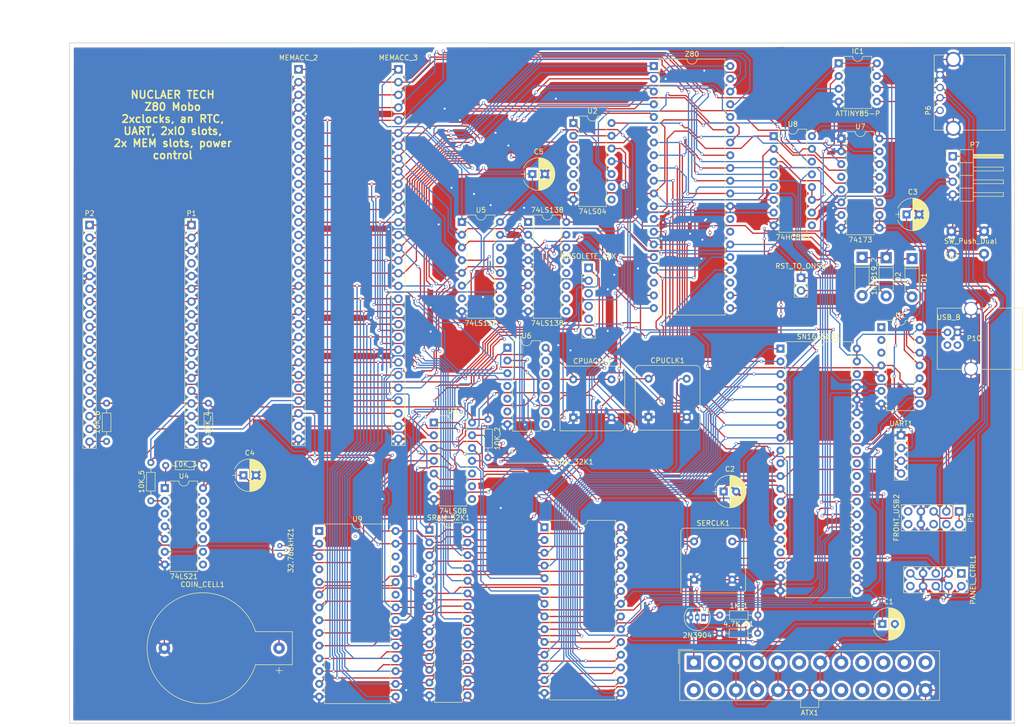
<source format=kicad_pcb>
(kicad_pcb (version 4) (host pcbnew 4.0.5)

  (general
    (links 363)
    (no_connects 0)
    (area 82.375717 50.459917 287.785001 194.750001)
    (thickness 1.6)
    (drawings 20)
    (tracks 2906)
    (zones 0)
    (modules 50)
    (nets 157)
  )

  (page A4)
  (layers
    (0 F.Cu signal)
    (31 B.Cu signal)
    (32 B.Adhes user)
    (33 F.Adhes user)
    (34 B.Paste user)
    (35 F.Paste user)
    (36 B.SilkS user)
    (37 F.SilkS user)
    (38 B.Mask user)
    (39 F.Mask user)
    (40 Dwgs.User user)
    (41 Cmts.User user)
    (42 Eco1.User user)
    (43 Eco2.User user)
    (44 Edge.Cuts user)
    (45 Margin user)
    (46 B.CrtYd user)
    (47 F.CrtYd user)
    (48 B.Fab user)
    (49 F.Fab user)
  )

  (setup
    (last_trace_width 0.25)
    (trace_clearance 0.2)
    (zone_clearance 0.508)
    (zone_45_only no)
    (trace_min 0.2)
    (segment_width 0.2)
    (edge_width 0.15)
    (via_size 0.6)
    (via_drill 0.4)
    (via_min_size 0.4)
    (via_min_drill 0.3)
    (uvia_size 0.3)
    (uvia_drill 0.1)
    (uvias_allowed no)
    (uvia_min_size 0.2)
    (uvia_min_drill 0.1)
    (pcb_text_width 0.3)
    (pcb_text_size 1.5 1.5)
    (mod_edge_width 0.15)
    (mod_text_size 1 1)
    (mod_text_width 0.15)
    (pad_size 1.6 1.6)
    (pad_drill 0.8)
    (pad_to_mask_clearance 0.2)
    (aux_axis_origin 0 0)
    (visible_elements 7FFFFFFF)
    (pcbplotparams
      (layerselection 0x01030_80000001)
      (usegerberextensions false)
      (excludeedgelayer true)
      (linewidth 0.100000)
      (plotframeref false)
      (viasonmask false)
      (mode 1)
      (useauxorigin false)
      (hpglpennumber 1)
      (hpglpenspeed 20)
      (hpglpendiameter 15)
      (hpglpenoverlay 2)
      (psnegative false)
      (psa4output false)
      (plotreference true)
      (plotvalue true)
      (plotinvisibletext false)
      (padsonsilk false)
      (subtractmaskfromsilk false)
      (outputformat 1)
      (mirror false)
      (drillshape 0)
      (scaleselection 1)
      (outputdirectory ""))
  )

  (net 0 "")
  (net 1 "Net-(1K_1-Pad1)")
  (net 2 "Net-(1K_1-Pad2)")
  (net 3 "Net-(1N5819_2-Pad2)")
  (net 4 GND)
  (net 5 +5V)
  (net 6 "Net-(10K_2-Pad2)")
  (net 7 "Net-(10K_3-Pad1)")
  (net 8 "Net-(10K_4-Pad1)")
  (net 9 "Net-(10K_5-Pad1)")
  (net 10 "Net-(10K_6-Pad1)")
  (net 11 "Net-(32.768kHZ1-Pad1)")
  (net 12 "Net-(32.768kHZ1-Pad2)")
  (net 13 /A11)
  (net 14 /GIO6)
  (net 15 /A12)
  (net 16 /GIO5)
  (net 17 /A13)
  (net 18 /GIO4)
  (net 19 /A15)
  (net 20 /GIO3)
  (net 21 /GIO2)
  (net 22 /A14)
  (net 23 /GIO1)
  (net 24 /GIO7)
  (net 25 /GIO0)
  (net 26 +3V3)
  (net 27 "Net-(ATX1-Pad2)")
  (net 28 "Net-(ATX1-Pad6)")
  (net 29 "Net-(ATX1-Pad8)")
  (net 30 "Net-(ATX1-Pad9)")
  (net 31 "Net-(ATX1-Pad10)")
  (net 32 "Net-(ATX1-Pad11)")
  (net 33 "Net-(ATX1-Pad12)")
  (net 34 "Net-(ATX1-Pad13)")
  (net 35 "Net-(ATX1-Pad14)")
  (net 36 "Net-(ATX1-Pad15)")
  (net 37 "Net-(ATX1-Pad20)")
  (net 38 "Net-(ATX1-Pad21)")
  (net 39 "Net-(ATX1-Pad22)")
  (net 40 "Net-(ATX1-Pad23)")
  (net 41 "Net-(COIN_CELL1-Pad1)")
  (net 42 "Net-(CPUACLK1-Pad3)")
  (net 43 "Net-(CPUCLK1-Pad3)")
  (net 44 "Net-(D1-Pad1)")
  (net 45 /RST)
  (net 46 "Net-(IC1-Pad2)")
  (net 47 "Net-(IC1-Pad5)")
  (net 48 "Net-(IC1-Pad6)")
  (net 49 /SLOW_CLOCK)
  (net 50 /FAST_CLOCK)
  (net 51 /D7)
  (net 52 /D6)
  (net 53 /D5)
  (net 54 /D4)
  (net 55 /D3)
  (net 56 /D2)
  (net 57 /D1)
  (net 58 /D0)
  (net 59 /WE)
  (net 60 /RD)
  (net 61 /A3)
  (net 62 /A1)
  (net 63 /A0)
  (net 64 /A2)
  (net 65 "Net-(IDECONN1-Pad37)")
  (net 66 "Net-(IDECONN1-Pad38)")
  (net 67 "Net-(IDECONN1-Pad39)")
  (net 68 /A4)
  (net 69 /A5)
  (net 70 /A6)
  (net 71 /A7)
  (net 72 /A8)
  (net 73 /A9)
  (net 74 /A10)
  (net 75 /MEM)
  (net 76 "Net-(P5-Pad4)")
  (net 77 "Net-(P5-Pad6)")
  (net 78 "Net-(P5-Pad9)")
  (net 79 "Net-(P5-Pad10)")
  (net 80 "Net-(P7-Pad1)")
  (net 81 "Net-(P7-Pad2)")
  (net 82 "Net-(P8-Pad6)")
  (net 83 "Net-(PANEL_CTRL1-Pad2)")
  (net 84 "Net-(PANEL_CTRL1-Pad10)")
  (net 85 "Net-(ROM_32K1-Pad20)")
  (net 86 "Net-(SERCLK1-Pad3)")
  (net 87 "Net-(SN16550D1-Pad23)")
  (net 88 "Net-(SN16550D1-Pad24)")
  (net 89 "Net-(SN16550D1-Pad15)")
  (net 90 "Net-(SN16550D1-Pad29)")
  (net 91 "Net-(SN16550D1-Pad30)")
  (net 92 "Net-(SN16550D1-Pad31)")
  (net 93 "Net-(SN16550D1-Pad32)")
  (net 94 "Net-(SN16550D1-Pad33)")
  (net 95 "Net-(SN16550D1-Pad14)")
  (net 96 "Net-(SN16550D1-Pad34)")
  (net 97 "Net-(SN16550D1-Pad17)")
  (net 98 "Net-(SN16550D1-Pad38)")
  (net 99 "Net-(SRAM_32K1-Pad20)")
  (net 100 "Net-(U1-Pad1)")
  (net 101 "Net-(U1-Pad2)")
  (net 102 "Net-(U1-Pad3)")
  (net 103 "Net-(U1-Pad10)")
  (net 104 "Net-(U1-Pad11)")
  (net 105 "Net-(U2-Pad8)")
  (net 106 "Net-(U2-Pad9)")
  (net 107 "Net-(U2-Pad3)")
  (net 108 "Net-(U2-Pad10)")
  (net 109 "Net-(U2-Pad4)")
  (net 110 "Net-(U2-Pad5)")
  (net 111 "Net-(U2-Pad6)")
  (net 112 "Net-(U3-Pad8)")
  (net 113 "Net-(U3-Pad9)")
  (net 114 "Net-(U3-Pad3)")
  (net 115 "Net-(U3-Pad10)")
  (net 116 "Net-(U3-Pad6)")
  (net 117 "Net-(U4-Pad8)")
  (net 118 "Net-(U4-Pad9)")
  (net 119 "Net-(U4-Pad10)")
  (net 120 /WAIT)
  (net 121 "Net-(U4-Pad12)")
  (net 122 "Net-(U5-Pad9)")
  (net 123 "Net-(U5-Pad10)")
  (net 124 "Net-(U5-Pad11)")
  (net 125 "Net-(U5-Pad7)")
  (net 126 /cpuclk)
  (net 127 "Net-(U6-Pad4)")
  (net 128 "Net-(U6-Pad5)")
  (net 129 "Net-(U6-Pad6)")
  (net 130 "Net-(U9-Pad1)")
  (net 131 "Net-(U9-Pad4)")
  (net 132 "Net-(U9-Pad5)")
  (net 133 "Net-(U9-Pad23)")
  (net 134 "Net-(U9-Pad25)")
  (net 135 "Net-(U9-Pad26)")
  (net 136 "Net-(Z80-Pad23)")
  (net 137 "Net-(Z80-Pad27)")
  (net 138 "Net-(Z80-Pad28)")
  (net 139 "Net-(Z80-Pad18)")
  (net 140 "Net-(1N5819_2-Pad1)")
  (net 141 "Net-(IC1-Pad3)")
  (net 142 "Net-(IC1-Pad7)")
  (net 143 "Net-(IC1-Pad8)")
  (net 144 "Net-(P8-Pad3)")
  (net 145 "Net-(P8-Pad4)")
  (net 146 "Net-(P8-Pad5)")
  (net 147 /KBDCTRL)
  (net 148 "Net-(U7-Pad4)")
  (net 149 "Net-(U8-Pad9)")
  (net 150 "Net-(U4-Pad13)")
  (net 151 "Net-(P1-Pad4)")
  (net 152 "Net-(P2-Pad4)")
  (net 153 "Net-(D2-Pad2)")
  (net 154 "Net-(P10-Pad2)")
  (net 155 "Net-(P10-Pad3)")
  (net 156 /IO)

  (net_class Default "This is the default net class."
    (clearance 0.2)
    (trace_width 0.25)
    (via_dia 0.6)
    (via_drill 0.4)
    (uvia_dia 0.3)
    (uvia_drill 0.1)
    (add_net +3V3)
    (add_net +5V)
    (add_net /A0)
    (add_net /A1)
    (add_net /A10)
    (add_net /A11)
    (add_net /A12)
    (add_net /A13)
    (add_net /A14)
    (add_net /A15)
    (add_net /A2)
    (add_net /A3)
    (add_net /A4)
    (add_net /A5)
    (add_net /A6)
    (add_net /A7)
    (add_net /A8)
    (add_net /A9)
    (add_net /D0)
    (add_net /D1)
    (add_net /D2)
    (add_net /D3)
    (add_net /D4)
    (add_net /D5)
    (add_net /D6)
    (add_net /D7)
    (add_net /FAST_CLOCK)
    (add_net /GIO0)
    (add_net /GIO1)
    (add_net /GIO2)
    (add_net /GIO3)
    (add_net /GIO4)
    (add_net /GIO5)
    (add_net /GIO6)
    (add_net /GIO7)
    (add_net /IO)
    (add_net /KBDCTRL)
    (add_net /MEM)
    (add_net /RD)
    (add_net /RST)
    (add_net /SLOW_CLOCK)
    (add_net /WAIT)
    (add_net /WE)
    (add_net /cpuclk)
    (add_net GND)
    (add_net "Net-(10K_2-Pad2)")
    (add_net "Net-(10K_3-Pad1)")
    (add_net "Net-(10K_4-Pad1)")
    (add_net "Net-(10K_5-Pad1)")
    (add_net "Net-(10K_6-Pad1)")
    (add_net "Net-(1K_1-Pad1)")
    (add_net "Net-(1K_1-Pad2)")
    (add_net "Net-(1N5819_2-Pad1)")
    (add_net "Net-(1N5819_2-Pad2)")
    (add_net "Net-(32.768kHZ1-Pad1)")
    (add_net "Net-(32.768kHZ1-Pad2)")
    (add_net "Net-(ATX1-Pad10)")
    (add_net "Net-(ATX1-Pad11)")
    (add_net "Net-(ATX1-Pad12)")
    (add_net "Net-(ATX1-Pad13)")
    (add_net "Net-(ATX1-Pad14)")
    (add_net "Net-(ATX1-Pad15)")
    (add_net "Net-(ATX1-Pad2)")
    (add_net "Net-(ATX1-Pad20)")
    (add_net "Net-(ATX1-Pad21)")
    (add_net "Net-(ATX1-Pad22)")
    (add_net "Net-(ATX1-Pad23)")
    (add_net "Net-(ATX1-Pad6)")
    (add_net "Net-(ATX1-Pad8)")
    (add_net "Net-(ATX1-Pad9)")
    (add_net "Net-(COIN_CELL1-Pad1)")
    (add_net "Net-(CPUACLK1-Pad3)")
    (add_net "Net-(CPUCLK1-Pad3)")
    (add_net "Net-(D1-Pad1)")
    (add_net "Net-(D2-Pad2)")
    (add_net "Net-(IC1-Pad2)")
    (add_net "Net-(IC1-Pad3)")
    (add_net "Net-(IC1-Pad5)")
    (add_net "Net-(IC1-Pad6)")
    (add_net "Net-(IC1-Pad7)")
    (add_net "Net-(IC1-Pad8)")
    (add_net "Net-(IDECONN1-Pad37)")
    (add_net "Net-(IDECONN1-Pad38)")
    (add_net "Net-(IDECONN1-Pad39)")
    (add_net "Net-(P1-Pad4)")
    (add_net "Net-(P10-Pad2)")
    (add_net "Net-(P10-Pad3)")
    (add_net "Net-(P2-Pad4)")
    (add_net "Net-(P5-Pad10)")
    (add_net "Net-(P5-Pad4)")
    (add_net "Net-(P5-Pad6)")
    (add_net "Net-(P5-Pad9)")
    (add_net "Net-(P7-Pad1)")
    (add_net "Net-(P7-Pad2)")
    (add_net "Net-(P8-Pad3)")
    (add_net "Net-(P8-Pad4)")
    (add_net "Net-(P8-Pad5)")
    (add_net "Net-(P8-Pad6)")
    (add_net "Net-(PANEL_CTRL1-Pad10)")
    (add_net "Net-(PANEL_CTRL1-Pad2)")
    (add_net "Net-(ROM_32K1-Pad20)")
    (add_net "Net-(SERCLK1-Pad3)")
    (add_net "Net-(SN16550D1-Pad14)")
    (add_net "Net-(SN16550D1-Pad15)")
    (add_net "Net-(SN16550D1-Pad17)")
    (add_net "Net-(SN16550D1-Pad23)")
    (add_net "Net-(SN16550D1-Pad24)")
    (add_net "Net-(SN16550D1-Pad29)")
    (add_net "Net-(SN16550D1-Pad30)")
    (add_net "Net-(SN16550D1-Pad31)")
    (add_net "Net-(SN16550D1-Pad32)")
    (add_net "Net-(SN16550D1-Pad33)")
    (add_net "Net-(SN16550D1-Pad34)")
    (add_net "Net-(SN16550D1-Pad38)")
    (add_net "Net-(SRAM_32K1-Pad20)")
    (add_net "Net-(U1-Pad1)")
    (add_net "Net-(U1-Pad10)")
    (add_net "Net-(U1-Pad11)")
    (add_net "Net-(U1-Pad2)")
    (add_net "Net-(U1-Pad3)")
    (add_net "Net-(U2-Pad10)")
    (add_net "Net-(U2-Pad3)")
    (add_net "Net-(U2-Pad4)")
    (add_net "Net-(U2-Pad5)")
    (add_net "Net-(U2-Pad6)")
    (add_net "Net-(U2-Pad8)")
    (add_net "Net-(U2-Pad9)")
    (add_net "Net-(U3-Pad10)")
    (add_net "Net-(U3-Pad3)")
    (add_net "Net-(U3-Pad6)")
    (add_net "Net-(U3-Pad8)")
    (add_net "Net-(U3-Pad9)")
    (add_net "Net-(U4-Pad10)")
    (add_net "Net-(U4-Pad12)")
    (add_net "Net-(U4-Pad13)")
    (add_net "Net-(U4-Pad8)")
    (add_net "Net-(U4-Pad9)")
    (add_net "Net-(U5-Pad10)")
    (add_net "Net-(U5-Pad11)")
    (add_net "Net-(U5-Pad7)")
    (add_net "Net-(U5-Pad9)")
    (add_net "Net-(U6-Pad4)")
    (add_net "Net-(U6-Pad5)")
    (add_net "Net-(U6-Pad6)")
    (add_net "Net-(U7-Pad4)")
    (add_net "Net-(U8-Pad9)")
    (add_net "Net-(U9-Pad1)")
    (add_net "Net-(U9-Pad23)")
    (add_net "Net-(U9-Pad25)")
    (add_net "Net-(U9-Pad26)")
    (add_net "Net-(U9-Pad4)")
    (add_net "Net-(U9-Pad5)")
    (add_net "Net-(Z80-Pad18)")
    (add_net "Net-(Z80-Pad23)")
    (add_net "Net-(Z80-Pad27)")
    (add_net "Net-(Z80-Pad28)")
  )

  (net_class Power ""
    (clearance 0.3)
    (trace_width 0.6)
    (via_dia 0.8)
    (via_drill 0.5)
    (uvia_dia 0.3)
    (uvia_drill 0.1)
  )

  (module Resistors_THT:R_Axial_DIN0204_L3.6mm_D1.6mm_P7.62mm_Horizontal (layer F.Cu) (tedit 5874F706) (tstamp 59672F93)
    (at 226.8 172.6)
    (descr "Resistor, Axial_DIN0204 series, Axial, Horizontal, pin pitch=7.62mm, 0.16666666666666666W = 1/6W, length*diameter=3.6*1.6mm^2, http://cdn-reichelt.de/documents/datenblatt/B400/1_4W%23YAG.pdf")
    (tags "Resistor Axial_DIN0204 series Axial Horizontal pin pitch 7.62mm 0.16666666666666666W = 1/6W length 3.6mm diameter 1.6mm")
    (path /5942D97E)
    (fp_text reference 1K_1 (at 3.81 -1.86) (layer F.SilkS)
      (effects (font (size 1 1) (thickness 0.15)))
    )
    (fp_text value R (at 3.81 1.86) (layer F.Fab)
      (effects (font (size 1 1) (thickness 0.15)))
    )
    (fp_line (start 2.01 -0.8) (end 2.01 0.8) (layer F.Fab) (width 0.1))
    (fp_line (start 2.01 0.8) (end 5.61 0.8) (layer F.Fab) (width 0.1))
    (fp_line (start 5.61 0.8) (end 5.61 -0.8) (layer F.Fab) (width 0.1))
    (fp_line (start 5.61 -0.8) (end 2.01 -0.8) (layer F.Fab) (width 0.1))
    (fp_line (start 0 0) (end 2.01 0) (layer F.Fab) (width 0.1))
    (fp_line (start 7.62 0) (end 5.61 0) (layer F.Fab) (width 0.1))
    (fp_line (start 1.95 -0.86) (end 1.95 0.86) (layer F.SilkS) (width 0.12))
    (fp_line (start 1.95 0.86) (end 5.67 0.86) (layer F.SilkS) (width 0.12))
    (fp_line (start 5.67 0.86) (end 5.67 -0.86) (layer F.SilkS) (width 0.12))
    (fp_line (start 5.67 -0.86) (end 1.95 -0.86) (layer F.SilkS) (width 0.12))
    (fp_line (start 0.88 0) (end 1.95 0) (layer F.SilkS) (width 0.12))
    (fp_line (start 6.74 0) (end 5.67 0) (layer F.SilkS) (width 0.12))
    (fp_line (start -0.95 -1.15) (end -0.95 1.15) (layer F.CrtYd) (width 0.05))
    (fp_line (start -0.95 1.15) (end 8.6 1.15) (layer F.CrtYd) (width 0.05))
    (fp_line (start 8.6 1.15) (end 8.6 -1.15) (layer F.CrtYd) (width 0.05))
    (fp_line (start 8.6 -1.15) (end -0.95 -1.15) (layer F.CrtYd) (width 0.05))
    (pad 1 thru_hole circle (at 0 0) (size 1.4 1.4) (drill 0.7) (layers *.Cu *.Mask)
      (net 1 "Net-(1K_1-Pad1)"))
    (pad 2 thru_hole oval (at 7.62 0) (size 1.4 1.4) (drill 0.7) (layers *.Cu *.Mask)
      (net 2 "Net-(1K_1-Pad2)"))
    (model Resistors_THT.3dshapes/R_Axial_DIN0204_L3.6mm_D1.6mm_P7.62mm_Horizontal.wrl
      (at (xyz 0 0 0))
      (scale (xyz 0.393701 0.393701 0.393701))
      (rotate (xyz 0 0 0))
    )
  )

  (module Diodes_THT:D_DO-41_SOD81_P7.62mm_Horizontal (layer F.Cu) (tedit 5921392F) (tstamp 59672FC5)
    (at 255.19 101.26 270)
    (descr "D, DO-41_SOD81 series, Axial, Horizontal, pin pitch=7.62mm, , length*diameter=5.2*2.7mm^2, , http://www.diodes.com/_files/packages/DO-41%20(Plastic).pdf")
    (tags "D DO-41_SOD81 series Axial Horizontal pin pitch 7.62mm  length 5.2mm diameter 2.7mm")
    (path /5942E141)
    (fp_text reference 1N5819_2 (at 3.81 -2.41 270) (layer F.SilkS)
      (effects (font (size 1 1) (thickness 0.15)))
    )
    (fp_text value D_Schottky_ALT (at 3.81 2.41 270) (layer F.Fab)
      (effects (font (size 1 1) (thickness 0.15)))
    )
    (fp_text user %R (at 3.81 0 270) (layer F.Fab)
      (effects (font (size 1 1) (thickness 0.15)))
    )
    (fp_line (start 1.21 -1.35) (end 1.21 1.35) (layer F.Fab) (width 0.1))
    (fp_line (start 1.21 1.35) (end 6.41 1.35) (layer F.Fab) (width 0.1))
    (fp_line (start 6.41 1.35) (end 6.41 -1.35) (layer F.Fab) (width 0.1))
    (fp_line (start 6.41 -1.35) (end 1.21 -1.35) (layer F.Fab) (width 0.1))
    (fp_line (start 0 0) (end 1.21 0) (layer F.Fab) (width 0.1))
    (fp_line (start 7.62 0) (end 6.41 0) (layer F.Fab) (width 0.1))
    (fp_line (start 1.99 -1.35) (end 1.99 1.35) (layer F.Fab) (width 0.1))
    (fp_line (start 1.15 -1.28) (end 1.15 -1.41) (layer F.SilkS) (width 0.12))
    (fp_line (start 1.15 -1.41) (end 6.47 -1.41) (layer F.SilkS) (width 0.12))
    (fp_line (start 6.47 -1.41) (end 6.47 -1.28) (layer F.SilkS) (width 0.12))
    (fp_line (start 1.15 1.28) (end 1.15 1.41) (layer F.SilkS) (width 0.12))
    (fp_line (start 1.15 1.41) (end 6.47 1.41) (layer F.SilkS) (width 0.12))
    (fp_line (start 6.47 1.41) (end 6.47 1.28) (layer F.SilkS) (width 0.12))
    (fp_line (start 1.99 -1.41) (end 1.99 1.41) (layer F.SilkS) (width 0.12))
    (fp_line (start -1.35 -1.7) (end -1.35 1.7) (layer F.CrtYd) (width 0.05))
    (fp_line (start -1.35 1.7) (end 9 1.7) (layer F.CrtYd) (width 0.05))
    (fp_line (start 9 1.7) (end 9 -1.7) (layer F.CrtYd) (width 0.05))
    (fp_line (start 9 -1.7) (end -1.35 -1.7) (layer F.CrtYd) (width 0.05))
    (pad 1 thru_hole rect (at 0 0 270) (size 2.2 2.2) (drill 1.1) (layers *.Cu *.Mask)
      (net 140 "Net-(1N5819_2-Pad1)"))
    (pad 2 thru_hole oval (at 7.62 0 270) (size 2.2 2.2) (drill 1.1) (layers *.Cu *.Mask)
      (net 3 "Net-(1N5819_2-Pad2)"))
    (model ${KISYS3DMOD}/Diodes_THT.3dshapes/D_DO-41_SOD81_P7.62mm_Horizontal.wrl
      (at (xyz 0 0 0))
      (scale (xyz 0.393701 0.393701 0.393701))
      (rotate (xyz 0 0 0))
    )
  )

  (module TO_SOT_Packages_THT:TO-92_Inline_Narrow_Oval (layer F.Cu) (tedit 59A785D7) (tstamp 59672FD7)
    (at 223.59 173.08 180)
    (descr "TO-92 leads in-line, narrow, oval pads, drill 0.6mm (see NXP sot054_po.pdf)")
    (tags "to-92 sc-43 sc-43a sot54 PA33 transistor")
    (path /5942D3D9)
    (fp_text reference 2N3904 (at 1.27 -3.56 180) (layer F.SilkS)
      (effects (font (size 1 1) (thickness 0.15)))
    )
    (fp_text value Q_NPN_BCE (at 1.27 2.79 180) (layer F.Fab)
      (effects (font (size 1 1) (thickness 0.15)))
    )
    (fp_line (start -0.53 1.85) (end 3.07 1.85) (layer F.SilkS) (width 0.12))
    (fp_line (start -0.5 1.75) (end 3 1.75) (layer F.Fab) (width 0.1))
    (fp_line (start -1.46 -2.73) (end 4 -2.73) (layer F.CrtYd) (width 0.05))
    (fp_line (start -1.46 -2.73) (end -1.46 2.01) (layer F.CrtYd) (width 0.05))
    (fp_line (start 4 2.01) (end 4 -2.73) (layer F.CrtYd) (width 0.05))
    (fp_line (start 4 2.01) (end -1.46 2.01) (layer F.CrtYd) (width 0.05))
    (fp_arc (start 1.27 0) (end 1.27 -2.48) (angle 135) (layer F.Fab) (width 0.1))
    (fp_arc (start 1.27 0) (end 1.27 -2.6) (angle -135) (layer F.SilkS) (width 0.12))
    (fp_arc (start 1.27 0) (end 1.27 -2.48) (angle -135) (layer F.Fab) (width 0.1))
    (fp_arc (start 1.27 0) (end 1.27 -2.6) (angle 135) (layer F.SilkS) (width 0.12))
    (pad 2 thru_hole oval (at 1.27 0) (size 0.9 1.5) (drill 0.6) (layers *.Cu *.Mask)
      (net 3 "Net-(1N5819_2-Pad2)"))
    (pad 3 thru_hole oval (at 2.54 0) (size 0.9 1.5) (drill 0.6) (layers *.Cu *.Mask)
      (net 4 GND))
    (pad 1 thru_hole rect (at 0 0) (size 0.9 1.5) (drill 0.6) (layers *.Cu *.Mask)
      (net 1 "Net-(1K_1-Pad1)"))
    (model ${KISYS3DMOD}/TO_SOT_Packages_THT.3dshapes/TO-92_Inline_Narrow_Oval.wrl
      (at (xyz 0.05 0 0))
      (scale (xyz 1 1 1))
      (rotate (xyz 0 0 -90))
    )
  )

  (module Resistors_THT:R_Axial_DIN0204_L3.6mm_D1.6mm_P7.62mm_Horizontal (layer F.Cu) (tedit 5874F706) (tstamp 59672FED)
    (at 226.75 176.23)
    (descr "Resistor, Axial_DIN0204 series, Axial, Horizontal, pin pitch=7.62mm, 0.16666666666666666W = 1/6W, length*diameter=3.6*1.6mm^2, http://cdn-reichelt.de/documents/datenblatt/B400/1_4W%23YAG.pdf")
    (tags "Resistor Axial_DIN0204 series Axial Horizontal pin pitch 7.62mm 0.16666666666666666W = 1/6W length 3.6mm diameter 1.6mm")
    (path /5942DA01)
    (fp_text reference 4.7K_R1 (at 3.81 -1.86) (layer F.SilkS)
      (effects (font (size 1 1) (thickness 0.15)))
    )
    (fp_text value R (at 3.81 1.86) (layer F.Fab)
      (effects (font (size 1 1) (thickness 0.15)))
    )
    (fp_line (start 2.01 -0.8) (end 2.01 0.8) (layer F.Fab) (width 0.1))
    (fp_line (start 2.01 0.8) (end 5.61 0.8) (layer F.Fab) (width 0.1))
    (fp_line (start 5.61 0.8) (end 5.61 -0.8) (layer F.Fab) (width 0.1))
    (fp_line (start 5.61 -0.8) (end 2.01 -0.8) (layer F.Fab) (width 0.1))
    (fp_line (start 0 0) (end 2.01 0) (layer F.Fab) (width 0.1))
    (fp_line (start 7.62 0) (end 5.61 0) (layer F.Fab) (width 0.1))
    (fp_line (start 1.95 -0.86) (end 1.95 0.86) (layer F.SilkS) (width 0.12))
    (fp_line (start 1.95 0.86) (end 5.67 0.86) (layer F.SilkS) (width 0.12))
    (fp_line (start 5.67 0.86) (end 5.67 -0.86) (layer F.SilkS) (width 0.12))
    (fp_line (start 5.67 -0.86) (end 1.95 -0.86) (layer F.SilkS) (width 0.12))
    (fp_line (start 0.88 0) (end 1.95 0) (layer F.SilkS) (width 0.12))
    (fp_line (start 6.74 0) (end 5.67 0) (layer F.SilkS) (width 0.12))
    (fp_line (start -0.95 -1.15) (end -0.95 1.15) (layer F.CrtYd) (width 0.05))
    (fp_line (start -0.95 1.15) (end 8.6 1.15) (layer F.CrtYd) (width 0.05))
    (fp_line (start 8.6 1.15) (end 8.6 -1.15) (layer F.CrtYd) (width 0.05))
    (fp_line (start 8.6 -1.15) (end -0.95 -1.15) (layer F.CrtYd) (width 0.05))
    (pad 1 thru_hole circle (at 0 0) (size 1.4 1.4) (drill 0.7) (layers *.Cu *.Mask)
      (net 4 GND))
    (pad 2 thru_hole oval (at 7.62 0) (size 1.4 1.4) (drill 0.7) (layers *.Cu *.Mask)
      (net 2 "Net-(1K_1-Pad2)"))
    (model Resistors_THT.3dshapes/R_Axial_DIN0204_L3.6mm_D1.6mm_P7.62mm_Horizontal.wrl
      (at (xyz 0 0 0))
      (scale (xyz 0.393701 0.393701 0.393701))
      (rotate (xyz 0 0 0))
    )
  )

  (module Resistors_THT:R_Axial_DIN0204_L3.6mm_D1.6mm_P7.62mm_Horizontal (layer F.Cu) (tedit 5874F706) (tstamp 59673003)
    (at 180.6 133.59 270)
    (descr "Resistor, Axial_DIN0204 series, Axial, Horizontal, pin pitch=7.62mm, 0.16666666666666666W = 1/6W, length*diameter=3.6*1.6mm^2, http://cdn-reichelt.de/documents/datenblatt/B400/1_4W%23YAG.pdf")
    (tags "Resistor Axial_DIN0204 series Axial Horizontal pin pitch 7.62mm 0.16666666666666666W = 1/6W length 3.6mm diameter 1.6mm")
    (path /594346B3)
    (fp_text reference 10K_2 (at 3.81 -1.86 270) (layer F.SilkS)
      (effects (font (size 1 1) (thickness 0.15)))
    )
    (fp_text value R (at 3.81 1.86 270) (layer F.Fab)
      (effects (font (size 1 1) (thickness 0.15)))
    )
    (fp_line (start 2.01 -0.8) (end 2.01 0.8) (layer F.Fab) (width 0.1))
    (fp_line (start 2.01 0.8) (end 5.61 0.8) (layer F.Fab) (width 0.1))
    (fp_line (start 5.61 0.8) (end 5.61 -0.8) (layer F.Fab) (width 0.1))
    (fp_line (start 5.61 -0.8) (end 2.01 -0.8) (layer F.Fab) (width 0.1))
    (fp_line (start 0 0) (end 2.01 0) (layer F.Fab) (width 0.1))
    (fp_line (start 7.62 0) (end 5.61 0) (layer F.Fab) (width 0.1))
    (fp_line (start 1.95 -0.86) (end 1.95 0.86) (layer F.SilkS) (width 0.12))
    (fp_line (start 1.95 0.86) (end 5.67 0.86) (layer F.SilkS) (width 0.12))
    (fp_line (start 5.67 0.86) (end 5.67 -0.86) (layer F.SilkS) (width 0.12))
    (fp_line (start 5.67 -0.86) (end 1.95 -0.86) (layer F.SilkS) (width 0.12))
    (fp_line (start 0.88 0) (end 1.95 0) (layer F.SilkS) (width 0.12))
    (fp_line (start 6.74 0) (end 5.67 0) (layer F.SilkS) (width 0.12))
    (fp_line (start -0.95 -1.15) (end -0.95 1.15) (layer F.CrtYd) (width 0.05))
    (fp_line (start -0.95 1.15) (end 8.6 1.15) (layer F.CrtYd) (width 0.05))
    (fp_line (start 8.6 1.15) (end 8.6 -1.15) (layer F.CrtYd) (width 0.05))
    (fp_line (start 8.6 -1.15) (end -0.95 -1.15) (layer F.CrtYd) (width 0.05))
    (pad 1 thru_hole circle (at 0 0 270) (size 1.4 1.4) (drill 0.7) (layers *.Cu *.Mask)
      (net 5 +5V))
    (pad 2 thru_hole oval (at 7.62 0 270) (size 1.4 1.4) (drill 0.7) (layers *.Cu *.Mask)
      (net 6 "Net-(10K_2-Pad2)"))
    (model Resistors_THT.3dshapes/R_Axial_DIN0204_L3.6mm_D1.6mm_P7.62mm_Horizontal.wrl
      (at (xyz 0 0 0))
      (scale (xyz 0.393701 0.393701 0.393701))
      (rotate (xyz 0 0 0))
    )
  )

  (module Resistors_THT:R_Axial_DIN0204_L3.6mm_D1.6mm_P7.62mm_Horizontal (layer F.Cu) (tedit 59988FC4) (tstamp 59673019)
    (at 116.34 142.77)
    (descr "Resistor, Axial_DIN0204 series, Axial, Horizontal, pin pitch=7.62mm, 0.16666666666666666W = 1/6W, length*diameter=3.6*1.6mm^2, http://cdn-reichelt.de/documents/datenblatt/B400/1_4W%23YAG.pdf")
    (tags "Resistor Axial_DIN0204 series Axial Horizontal pin pitch 7.62mm 0.16666666666666666W = 1/6W length 3.6mm diameter 1.6mm")
    (path /5945071F)
    (fp_text reference 10K_3 (at 3.88 -0.22) (layer F.SilkS)
      (effects (font (size 1 1) (thickness 0.15)))
    )
    (fp_text value R (at 3.81 1.86) (layer F.Fab)
      (effects (font (size 1 1) (thickness 0.15)))
    )
    (fp_line (start 2.01 -0.8) (end 2.01 0.8) (layer F.Fab) (width 0.1))
    (fp_line (start 2.01 0.8) (end 5.61 0.8) (layer F.Fab) (width 0.1))
    (fp_line (start 5.61 0.8) (end 5.61 -0.8) (layer F.Fab) (width 0.1))
    (fp_line (start 5.61 -0.8) (end 2.01 -0.8) (layer F.Fab) (width 0.1))
    (fp_line (start 0 0) (end 2.01 0) (layer F.Fab) (width 0.1))
    (fp_line (start 7.62 0) (end 5.61 0) (layer F.Fab) (width 0.1))
    (fp_line (start 1.95 -0.86) (end 1.95 0.86) (layer F.SilkS) (width 0.12))
    (fp_line (start 1.95 0.86) (end 5.67 0.86) (layer F.SilkS) (width 0.12))
    (fp_line (start 5.67 0.86) (end 5.67 -0.86) (layer F.SilkS) (width 0.12))
    (fp_line (start 5.67 -0.86) (end 1.95 -0.86) (layer F.SilkS) (width 0.12))
    (fp_line (start 0.88 0) (end 1.95 0) (layer F.SilkS) (width 0.12))
    (fp_line (start 6.74 0) (end 5.67 0) (layer F.SilkS) (width 0.12))
    (fp_line (start -0.95 -1.15) (end -0.95 1.15) (layer F.CrtYd) (width 0.05))
    (fp_line (start -0.95 1.15) (end 8.6 1.15) (layer F.CrtYd) (width 0.05))
    (fp_line (start 8.6 1.15) (end 8.6 -1.15) (layer F.CrtYd) (width 0.05))
    (fp_line (start 8.6 -1.15) (end -0.95 -1.15) (layer F.CrtYd) (width 0.05))
    (pad 1 thru_hole circle (at 0 0) (size 1.4 1.4) (drill 0.7) (layers *.Cu *.Mask)
      (net 7 "Net-(10K_3-Pad1)"))
    (pad 2 thru_hole oval (at 7.62 0) (size 1.4 1.4) (drill 0.7) (layers *.Cu *.Mask)
      (net 5 +5V))
    (model Resistors_THT.3dshapes/R_Axial_DIN0204_L3.6mm_D1.6mm_P7.62mm_Horizontal.wrl
      (at (xyz 0 0 0))
      (scale (xyz 0.393701 0.393701 0.393701))
      (rotate (xyz 0 0 0))
    )
  )

  (module Resistors_THT:R_Axial_DIN0204_L3.6mm_D1.6mm_P7.62mm_Horizontal (layer F.Cu) (tedit 59988FC8) (tstamp 5967302F)
    (at 124.84 137.97 90)
    (descr "Resistor, Axial_DIN0204 series, Axial, Horizontal, pin pitch=7.62mm, 0.16666666666666666W = 1/6W, length*diameter=3.6*1.6mm^2, http://cdn-reichelt.de/documents/datenblatt/B400/1_4W%23YAG.pdf")
    (tags "Resistor Axial_DIN0204 series Axial Horizontal pin pitch 7.62mm 0.16666666666666666W = 1/6W length 3.6mm diameter 1.6mm")
    (path /594507E2)
    (fp_text reference 10K_4 (at 3.67 -0.09 90) (layer F.SilkS)
      (effects (font (size 1 1) (thickness 0.15)))
    )
    (fp_text value R (at 3.81 1.86 90) (layer F.Fab)
      (effects (font (size 1 1) (thickness 0.15)))
    )
    (fp_line (start 2.01 -0.8) (end 2.01 0.8) (layer F.Fab) (width 0.1))
    (fp_line (start 2.01 0.8) (end 5.61 0.8) (layer F.Fab) (width 0.1))
    (fp_line (start 5.61 0.8) (end 5.61 -0.8) (layer F.Fab) (width 0.1))
    (fp_line (start 5.61 -0.8) (end 2.01 -0.8) (layer F.Fab) (width 0.1))
    (fp_line (start 0 0) (end 2.01 0) (layer F.Fab) (width 0.1))
    (fp_line (start 7.62 0) (end 5.61 0) (layer F.Fab) (width 0.1))
    (fp_line (start 1.95 -0.86) (end 1.95 0.86) (layer F.SilkS) (width 0.12))
    (fp_line (start 1.95 0.86) (end 5.67 0.86) (layer F.SilkS) (width 0.12))
    (fp_line (start 5.67 0.86) (end 5.67 -0.86) (layer F.SilkS) (width 0.12))
    (fp_line (start 5.67 -0.86) (end 1.95 -0.86) (layer F.SilkS) (width 0.12))
    (fp_line (start 0.88 0) (end 1.95 0) (layer F.SilkS) (width 0.12))
    (fp_line (start 6.74 0) (end 5.67 0) (layer F.SilkS) (width 0.12))
    (fp_line (start -0.95 -1.15) (end -0.95 1.15) (layer F.CrtYd) (width 0.05))
    (fp_line (start -0.95 1.15) (end 8.6 1.15) (layer F.CrtYd) (width 0.05))
    (fp_line (start 8.6 1.15) (end 8.6 -1.15) (layer F.CrtYd) (width 0.05))
    (fp_line (start 8.6 -1.15) (end -0.95 -1.15) (layer F.CrtYd) (width 0.05))
    (pad 1 thru_hole circle (at 0 0 90) (size 1.4 1.4) (drill 0.7) (layers *.Cu *.Mask)
      (net 8 "Net-(10K_4-Pad1)"))
    (pad 2 thru_hole oval (at 7.62 0 90) (size 1.4 1.4) (drill 0.7) (layers *.Cu *.Mask)
      (net 5 +5V))
    (model Resistors_THT.3dshapes/R_Axial_DIN0204_L3.6mm_D1.6mm_P7.62mm_Horizontal.wrl
      (at (xyz 0 0 0))
      (scale (xyz 0.393701 0.393701 0.393701))
      (rotate (xyz 0 0 0))
    )
  )

  (module Resistors_THT:R_Axial_DIN0204_L3.6mm_D1.6mm_P7.62mm_Horizontal (layer F.Cu) (tedit 5874F706) (tstamp 59673045)
    (at 113.38 149.81 90)
    (descr "Resistor, Axial_DIN0204 series, Axial, Horizontal, pin pitch=7.62mm, 0.16666666666666666W = 1/6W, length*diameter=3.6*1.6mm^2, http://cdn-reichelt.de/documents/datenblatt/B400/1_4W%23YAG.pdf")
    (tags "Resistor Axial_DIN0204 series Axial Horizontal pin pitch 7.62mm 0.16666666666666666W = 1/6W length 3.6mm diameter 1.6mm")
    (path /59450902)
    (fp_text reference 10K_5 (at 3.81 -1.86 90) (layer F.SilkS)
      (effects (font (size 1 1) (thickness 0.15)))
    )
    (fp_text value R (at 3.81 1.86 90) (layer F.Fab)
      (effects (font (size 1 1) (thickness 0.15)))
    )
    (fp_line (start 2.01 -0.8) (end 2.01 0.8) (layer F.Fab) (width 0.1))
    (fp_line (start 2.01 0.8) (end 5.61 0.8) (layer F.Fab) (width 0.1))
    (fp_line (start 5.61 0.8) (end 5.61 -0.8) (layer F.Fab) (width 0.1))
    (fp_line (start 5.61 -0.8) (end 2.01 -0.8) (layer F.Fab) (width 0.1))
    (fp_line (start 0 0) (end 2.01 0) (layer F.Fab) (width 0.1))
    (fp_line (start 7.62 0) (end 5.61 0) (layer F.Fab) (width 0.1))
    (fp_line (start 1.95 -0.86) (end 1.95 0.86) (layer F.SilkS) (width 0.12))
    (fp_line (start 1.95 0.86) (end 5.67 0.86) (layer F.SilkS) (width 0.12))
    (fp_line (start 5.67 0.86) (end 5.67 -0.86) (layer F.SilkS) (width 0.12))
    (fp_line (start 5.67 -0.86) (end 1.95 -0.86) (layer F.SilkS) (width 0.12))
    (fp_line (start 0.88 0) (end 1.95 0) (layer F.SilkS) (width 0.12))
    (fp_line (start 6.74 0) (end 5.67 0) (layer F.SilkS) (width 0.12))
    (fp_line (start -0.95 -1.15) (end -0.95 1.15) (layer F.CrtYd) (width 0.05))
    (fp_line (start -0.95 1.15) (end 8.6 1.15) (layer F.CrtYd) (width 0.05))
    (fp_line (start 8.6 1.15) (end 8.6 -1.15) (layer F.CrtYd) (width 0.05))
    (fp_line (start 8.6 -1.15) (end -0.95 -1.15) (layer F.CrtYd) (width 0.05))
    (pad 1 thru_hole circle (at 0 0 90) (size 1.4 1.4) (drill 0.7) (layers *.Cu *.Mask)
      (net 9 "Net-(10K_5-Pad1)"))
    (pad 2 thru_hole oval (at 7.62 0 90) (size 1.4 1.4) (drill 0.7) (layers *.Cu *.Mask)
      (net 5 +5V))
    (model Resistors_THT.3dshapes/R_Axial_DIN0204_L3.6mm_D1.6mm_P7.62mm_Horizontal.wrl
      (at (xyz 0 0 0))
      (scale (xyz 0.393701 0.393701 0.393701))
      (rotate (xyz 0 0 0))
    )
  )

  (module Resistors_THT:R_Axial_DIN0204_L3.6mm_D1.6mm_P7.62mm_Horizontal (layer F.Cu) (tedit 5874F706) (tstamp 5967305B)
    (at 104.55 137.97 90)
    (descr "Resistor, Axial_DIN0204 series, Axial, Horizontal, pin pitch=7.62mm, 0.16666666666666666W = 1/6W, length*diameter=3.6*1.6mm^2, http://cdn-reichelt.de/documents/datenblatt/B400/1_4W%23YAG.pdf")
    (tags "Resistor Axial_DIN0204 series Axial Horizontal pin pitch 7.62mm 0.16666666666666666W = 1/6W length 3.6mm diameter 1.6mm")
    (path /5945085D)
    (fp_text reference 10K_6 (at 3.81 -1.86 90) (layer F.SilkS)
      (effects (font (size 1 1) (thickness 0.15)))
    )
    (fp_text value R (at 3.81 1.86 90) (layer F.Fab)
      (effects (font (size 1 1) (thickness 0.15)))
    )
    (fp_line (start 2.01 -0.8) (end 2.01 0.8) (layer F.Fab) (width 0.1))
    (fp_line (start 2.01 0.8) (end 5.61 0.8) (layer F.Fab) (width 0.1))
    (fp_line (start 5.61 0.8) (end 5.61 -0.8) (layer F.Fab) (width 0.1))
    (fp_line (start 5.61 -0.8) (end 2.01 -0.8) (layer F.Fab) (width 0.1))
    (fp_line (start 0 0) (end 2.01 0) (layer F.Fab) (width 0.1))
    (fp_line (start 7.62 0) (end 5.61 0) (layer F.Fab) (width 0.1))
    (fp_line (start 1.95 -0.86) (end 1.95 0.86) (layer F.SilkS) (width 0.12))
    (fp_line (start 1.95 0.86) (end 5.67 0.86) (layer F.SilkS) (width 0.12))
    (fp_line (start 5.67 0.86) (end 5.67 -0.86) (layer F.SilkS) (width 0.12))
    (fp_line (start 5.67 -0.86) (end 1.95 -0.86) (layer F.SilkS) (width 0.12))
    (fp_line (start 0.88 0) (end 1.95 0) (layer F.SilkS) (width 0.12))
    (fp_line (start 6.74 0) (end 5.67 0) (layer F.SilkS) (width 0.12))
    (fp_line (start -0.95 -1.15) (end -0.95 1.15) (layer F.CrtYd) (width 0.05))
    (fp_line (start -0.95 1.15) (end 8.6 1.15) (layer F.CrtYd) (width 0.05))
    (fp_line (start 8.6 1.15) (end 8.6 -1.15) (layer F.CrtYd) (width 0.05))
    (fp_line (start 8.6 -1.15) (end -0.95 -1.15) (layer F.CrtYd) (width 0.05))
    (pad 1 thru_hole circle (at 0 0 90) (size 1.4 1.4) (drill 0.7) (layers *.Cu *.Mask)
      (net 10 "Net-(10K_6-Pad1)"))
    (pad 2 thru_hole oval (at 7.62 0 90) (size 1.4 1.4) (drill 0.7) (layers *.Cu *.Mask)
      (net 5 +5V))
    (model Resistors_THT.3dshapes/R_Axial_DIN0204_L3.6mm_D1.6mm_P7.62mm_Horizontal.wrl
      (at (xyz 0 0 0))
      (scale (xyz 0.393701 0.393701 0.393701))
      (rotate (xyz 0 0 0))
    )
  )

  (module Crystals:Crystal_Round_d2.0mm_Vertical (layer F.Cu) (tedit 58CD2E9C) (tstamp 5967307D)
    (at 139.09 158.75 270)
    (descr "Crystal THT DS26 6.0mm length 2.0mm diameter http://www.microcrystal.com/images/_Product-Documentation/03_TF_metal_Packages/01_Datasheet/DS-Series.pdf")
    (tags ['DS26'])
    (path /5945E650)
    (fp_text reference 32.768kHZ1 (at 0.95 -2.2 270) (layer F.SilkS)
      (effects (font (size 1 1) (thickness 0.15)))
    )
    (fp_text value "ITS SHORT AND SKINNY!!!!" (at 0.95 2.2 270) (layer F.Fab)
      (effects (font (size 1 1) (thickness 0.15)))
    )
    (fp_text user %R (at 0.95 0 270) (layer F.Fab)
      (effects (font (size 0.7 0.7) (thickness 0.105)))
    )
    (fp_circle (center 0.95 0) (end 1.95 0) (layer F.Fab) (width 0.1))
    (fp_circle (center 0.95 0) (end 2.65 0) (layer F.CrtYd) (width 0.05))
    (fp_arc (start 0.95 0) (end 0 -0.733144) (angle 104.7) (layer F.SilkS) (width 0.12))
    (fp_arc (start 0.95 0) (end 0 0.733144) (angle -104.7) (layer F.SilkS) (width 0.12))
    (pad 1 thru_hole circle (at 0 0 270) (size 1 1) (drill 0.5) (layers *.Cu *.Mask)
      (net 11 "Net-(32.768kHZ1-Pad1)"))
    (pad 2 thru_hole circle (at 1.9 0 270) (size 1 1) (drill 0.5) (layers *.Cu *.Mask)
      (net 12 "Net-(32.768kHZ1-Pad2)"))
    (model ${KISYS3DMOD}/Crystals.3dshapes/Crystal_Round_d2.0mm_Vertical.wrl
      (at (xyz 0 0 0))
      (scale (xyz 0.393701 0.393701 0.393701))
      (rotate (xyz 0 0 0))
    )
  )

  (module Housings_DIP:DIP-16_W7.62mm (layer F.Cu) (tedit 59A8AC56) (tstamp 596730A1)
    (at 188.6 94.23)
    (descr "16-lead dip package, row spacing 7.62 mm (300 mils)")
    (tags "DIL DIP PDIP 2.54mm 7.62mm 300mil")
    (path /59409999)
    (fp_text reference 74LS138 (at 3.81 -2.39) (layer F.SilkS)
      (effects (font (size 1 1) (thickness 0.15)))
    )
    (fp_text value 74LS138 (at 3.81 20.17) (layer F.SilkS)
      (effects (font (size 1 1) (thickness 0.15)))
    )
    (fp_text user %R (at 3.81 8.89) (layer F.Fab)
      (effects (font (size 1 1) (thickness 0.15)))
    )
    (fp_line (start 1.635 -1.27) (end 6.985 -1.27) (layer F.Fab) (width 0.1))
    (fp_line (start 6.985 -1.27) (end 6.985 19.05) (layer F.Fab) (width 0.1))
    (fp_line (start 6.985 19.05) (end 0.635 19.05) (layer F.Fab) (width 0.1))
    (fp_line (start 0.635 19.05) (end 0.635 -0.27) (layer F.Fab) (width 0.1))
    (fp_line (start 0.635 -0.27) (end 1.635 -1.27) (layer F.Fab) (width 0.1))
    (fp_line (start 2.81 -1.39) (end 1.04 -1.39) (layer F.SilkS) (width 0.12))
    (fp_line (start 1.04 -1.39) (end 1.04 19.17) (layer F.SilkS) (width 0.12))
    (fp_line (start 1.04 19.17) (end 6.58 19.17) (layer F.SilkS) (width 0.12))
    (fp_line (start 6.58 19.17) (end 6.58 -1.39) (layer F.SilkS) (width 0.12))
    (fp_line (start 6.58 -1.39) (end 4.81 -1.39) (layer F.SilkS) (width 0.12))
    (fp_line (start -1.1 -1.6) (end -1.1 19.3) (layer F.CrtYd) (width 0.05))
    (fp_line (start -1.1 19.3) (end 8.7 19.3) (layer F.CrtYd) (width 0.05))
    (fp_line (start 8.7 19.3) (end 8.7 -1.6) (layer F.CrtYd) (width 0.05))
    (fp_line (start 8.7 -1.6) (end -1.1 -1.6) (layer F.CrtYd) (width 0.05))
    (fp_arc (start 3.81 -1.39) (end 2.81 -1.39) (angle -180) (layer F.SilkS) (width 0.12))
    (pad 1 thru_hole rect (at 0 0) (size 1.6 1.6) (drill 0.8) (layers *.Cu *.Mask)
      (net 68 /A4))
    (pad 9 thru_hole oval (at 7.62 17.78) (size 1.6 1.6) (drill 0.8) (layers *.Cu *.Mask)
      (net 14 /GIO6))
    (pad 2 thru_hole oval (at 0 2.54) (size 1.6 1.6) (drill 0.8) (layers *.Cu *.Mask)
      (net 69 /A5))
    (pad 10 thru_hole oval (at 7.62 15.24) (size 1.6 1.6) (drill 0.8) (layers *.Cu *.Mask)
      (net 16 /GIO5))
    (pad 3 thru_hole oval (at 0 5.08) (size 1.6 1.6) (drill 0.8) (layers *.Cu *.Mask)
      (net 70 /A6))
    (pad 11 thru_hole oval (at 7.62 12.7) (size 1.6 1.6) (drill 0.8) (layers *.Cu *.Mask)
      (net 18 /GIO4))
    (pad 4 thru_hole oval (at 0 7.62) (size 1.6 1.6) (drill 0.8) (layers *.Cu *.Mask)
      (net 4 GND))
    (pad 12 thru_hole oval (at 7.62 10.16) (size 1.6 1.6) (drill 0.8) (layers *.Cu *.Mask)
      (net 20 /GIO3))
    (pad 5 thru_hole oval (at 0 10.16) (size 1.6 1.6) (drill 0.8) (layers *.Cu *.Mask)
      (net 156 /IO))
    (pad 13 thru_hole oval (at 7.62 7.62) (size 1.6 1.6) (drill 0.8) (layers *.Cu *.Mask)
      (net 21 /GIO2))
    (pad 6 thru_hole oval (at 0 12.7) (size 1.6 1.6) (drill 0.8) (layers *.Cu *.Mask)
      (net 71 /A7))
    (pad 14 thru_hole oval (at 7.62 5.08) (size 1.6 1.6) (drill 0.8) (layers *.Cu *.Mask)
      (net 23 /GIO1))
    (pad 7 thru_hole oval (at 0 15.24) (size 1.6 1.6) (drill 0.8) (layers *.Cu *.Mask)
      (net 24 /GIO7))
    (pad 15 thru_hole oval (at 7.62 2.54) (size 1.6 1.6) (drill 0.8) (layers *.Cu *.Mask)
      (net 25 /GIO0))
    (pad 8 thru_hole oval (at 0 17.78) (size 1.6 1.6) (drill 0.8) (layers *.Cu *.Mask)
      (net 4 GND))
    (pad 16 thru_hole oval (at 7.62 0) (size 1.6 1.6) (drill 0.8) (layers *.Cu *.Mask)
      (net 5 +5V))
    (model ${KISYS3DMOD}/Housings_DIP.3dshapes/DIP-16_W7.62mm.wrl
      (at (xyz 0 0 0))
      (scale (xyz 1 1 1))
      (rotate (xyz 0 0 0))
    )
  )

  (module Connectors_Molex:Molex_MiniFit-JR-5556-24A_2x12x4.20mm_Straight (layer F.Cu) (tedit 58A28952) (tstamp 5967314F)
    (at 221.634 182.066)
    (descr "Molex Mini-Fit JR, PN:5556-24A, dual row, top entry type, through hole")
    (tags "connector molex mini-fit 5556")
    (path /5942D01A)
    (fp_text reference ATX1 (at 23.1 10) (layer F.SilkS)
      (effects (font (size 1 1) (thickness 0.15)))
    )
    (fp_text value AB2_ATX-24PIN (at 23.1 -4) (layer F.Fab)
      (effects (font (size 1 1) (thickness 0.15)))
    )
    (fp_line (start -2.7 -2.25) (end -2.7 7.45) (layer F.Fab) (width 0.1))
    (fp_line (start -2.7 7.45) (end 48.9 7.45) (layer F.Fab) (width 0.1))
    (fp_line (start 48.9 7.45) (end 48.9 -2.25) (layer F.Fab) (width 0.1))
    (fp_line (start 48.9 -2.25) (end -2.7 -2.25) (layer F.Fab) (width 0.1))
    (fp_line (start 21.4 7.45) (end 21.4 8.85) (layer F.Fab) (width 0.1))
    (fp_line (start 21.4 8.85) (end 24.8 8.85) (layer F.Fab) (width 0.1))
    (fp_line (start 24.8 8.85) (end 24.8 7.45) (layer F.Fab) (width 0.1))
    (fp_line (start -1.75 -1.75) (end -1.75 1.75) (layer F.Fab) (width 0.1))
    (fp_line (start -1.75 1.75) (end 1.75 1.75) (layer F.Fab) (width 0.1))
    (fp_line (start 1.75 1.75) (end 1.75 -1.75) (layer F.Fab) (width 0.1))
    (fp_line (start 1.75 -1.75) (end -1.75 -1.75) (layer F.Fab) (width 0.1))
    (fp_line (start -1.75 7.25) (end -1.75 4.625) (layer F.Fab) (width 0.1))
    (fp_line (start -1.75 4.625) (end -0.875 3.75) (layer F.Fab) (width 0.1))
    (fp_line (start -0.875 3.75) (end 0.875 3.75) (layer F.Fab) (width 0.1))
    (fp_line (start 0.875 3.75) (end 1.75 4.625) (layer F.Fab) (width 0.1))
    (fp_line (start 1.75 4.625) (end 1.75 7.25) (layer F.Fab) (width 0.1))
    (fp_line (start 1.75 7.25) (end -1.75 7.25) (layer F.Fab) (width 0.1))
    (fp_line (start 2.45 3.75) (end 2.45 7.25) (layer F.Fab) (width 0.1))
    (fp_line (start 2.45 7.25) (end 5.95 7.25) (layer F.Fab) (width 0.1))
    (fp_line (start 5.95 7.25) (end 5.95 3.75) (layer F.Fab) (width 0.1))
    (fp_line (start 5.95 3.75) (end 2.45 3.75) (layer F.Fab) (width 0.1))
    (fp_line (start 2.45 1.75) (end 2.45 -0.875) (layer F.Fab) (width 0.1))
    (fp_line (start 2.45 -0.875) (end 3.325 -1.75) (layer F.Fab) (width 0.1))
    (fp_line (start 3.325 -1.75) (end 5.075 -1.75) (layer F.Fab) (width 0.1))
    (fp_line (start 5.075 -1.75) (end 5.95 -0.875) (layer F.Fab) (width 0.1))
    (fp_line (start 5.95 -0.875) (end 5.95 1.75) (layer F.Fab) (width 0.1))
    (fp_line (start 5.95 1.75) (end 2.45 1.75) (layer F.Fab) (width 0.1))
    (fp_line (start 6.65 3.75) (end 6.65 7.25) (layer F.Fab) (width 0.1))
    (fp_line (start 6.65 7.25) (end 10.15 7.25) (layer F.Fab) (width 0.1))
    (fp_line (start 10.15 7.25) (end 10.15 3.75) (layer F.Fab) (width 0.1))
    (fp_line (start 10.15 3.75) (end 6.65 3.75) (layer F.Fab) (width 0.1))
    (fp_line (start 6.65 1.75) (end 6.65 -0.875) (layer F.Fab) (width 0.1))
    (fp_line (start 6.65 -0.875) (end 7.525 -1.75) (layer F.Fab) (width 0.1))
    (fp_line (start 7.525 -1.75) (end 9.275 -1.75) (layer F.Fab) (width 0.1))
    (fp_line (start 9.275 -1.75) (end 10.15 -0.875) (layer F.Fab) (width 0.1))
    (fp_line (start 10.15 -0.875) (end 10.15 1.75) (layer F.Fab) (width 0.1))
    (fp_line (start 10.15 1.75) (end 6.65 1.75) (layer F.Fab) (width 0.1))
    (fp_line (start 10.85 -1.75) (end 10.85 1.75) (layer F.Fab) (width 0.1))
    (fp_line (start 10.85 1.75) (end 14.35 1.75) (layer F.Fab) (width 0.1))
    (fp_line (start 14.35 1.75) (end 14.35 -1.75) (layer F.Fab) (width 0.1))
    (fp_line (start 14.35 -1.75) (end 10.85 -1.75) (layer F.Fab) (width 0.1))
    (fp_line (start 10.85 7.25) (end 10.85 4.625) (layer F.Fab) (width 0.1))
    (fp_line (start 10.85 4.625) (end 11.725 3.75) (layer F.Fab) (width 0.1))
    (fp_line (start 11.725 3.75) (end 13.475 3.75) (layer F.Fab) (width 0.1))
    (fp_line (start 13.475 3.75) (end 14.35 4.625) (layer F.Fab) (width 0.1))
    (fp_line (start 14.35 4.625) (end 14.35 7.25) (layer F.Fab) (width 0.1))
    (fp_line (start 14.35 7.25) (end 10.85 7.25) (layer F.Fab) (width 0.1))
    (fp_line (start 15.05 -1.75) (end 15.05 1.75) (layer F.Fab) (width 0.1))
    (fp_line (start 15.05 1.75) (end 18.55 1.75) (layer F.Fab) (width 0.1))
    (fp_line (start 18.55 1.75) (end 18.55 -1.75) (layer F.Fab) (width 0.1))
    (fp_line (start 18.55 -1.75) (end 15.05 -1.75) (layer F.Fab) (width 0.1))
    (fp_line (start 15.05 7.25) (end 15.05 4.625) (layer F.Fab) (width 0.1))
    (fp_line (start 15.05 4.625) (end 15.925 3.75) (layer F.Fab) (width 0.1))
    (fp_line (start 15.925 3.75) (end 17.675 3.75) (layer F.Fab) (width 0.1))
    (fp_line (start 17.675 3.75) (end 18.55 4.625) (layer F.Fab) (width 0.1))
    (fp_line (start 18.55 4.625) (end 18.55 7.25) (layer F.Fab) (width 0.1))
    (fp_line (start 18.55 7.25) (end 15.05 7.25) (layer F.Fab) (width 0.1))
    (fp_line (start 19.25 3.75) (end 19.25 7.25) (layer F.Fab) (width 0.1))
    (fp_line (start 19.25 7.25) (end 22.75 7.25) (layer F.Fab) (width 0.1))
    (fp_line (start 22.75 7.25) (end 22.75 3.75) (layer F.Fab) (width 0.1))
    (fp_line (start 22.75 3.75) (end 19.25 3.75) (layer F.Fab) (width 0.1))
    (fp_line (start 19.25 1.75) (end 19.25 -0.875) (layer F.Fab) (width 0.1))
    (fp_line (start 19.25 -0.875) (end 20.125 -1.75) (layer F.Fab) (width 0.1))
    (fp_line (start 20.125 -1.75) (end 21.875 -1.75) (layer F.Fab) (width 0.1))
    (fp_line (start 21.875 -1.75) (end 22.75 -0.875) (layer F.Fab) (width 0.1))
    (fp_line (start 22.75 -0.875) (end 22.75 1.75) (layer F.Fab) (width 0.1))
    (fp_line (start 22.75 1.75) (end 19.25 1.75) (layer F.Fab) (width 0.1))
    (fp_line (start 23.45 3.75) (end 23.45 7.25) (layer F.Fab) (width 0.1))
    (fp_line (start 23.45 7.25) (end 26.95 7.25) (layer F.Fab) (width 0.1))
    (fp_line (start 26.95 7.25) (end 26.95 3.75) (layer F.Fab) (width 0.1))
    (fp_line (start 26.95 3.75) (end 23.45 3.75) (layer F.Fab) (width 0.1))
    (fp_line (start 23.45 1.75) (end 23.45 -0.875) (layer F.Fab) (width 0.1))
    (fp_line (start 23.45 -0.875) (end 24.325 -1.75) (layer F.Fab) (width 0.1))
    (fp_line (start 24.325 -1.75) (end 26.075 -1.75) (layer F.Fab) (width 0.1))
    (fp_line (start 26.075 -1.75) (end 26.95 -0.875) (layer F.Fab) (width 0.1))
    (fp_line (start 26.95 -0.875) (end 26.95 1.75) (layer F.Fab) (width 0.1))
    (fp_line (start 26.95 1.75) (end 23.45 1.75) (layer F.Fab) (width 0.1))
    (fp_line (start 27.65 -1.75) (end 27.65 1.75) (layer F.Fab) (width 0.1))
    (fp_line (start 27.65 1.75) (end 31.15 1.75) (layer F.Fab) (width 0.1))
    (fp_line (start 31.15 1.75) (end 31.15 -1.75) (layer F.Fab) (width 0.1))
    (fp_line (start 31.15 -1.75) (end 27.65 -1.75) (layer F.Fab) (width 0.1))
    (fp_line (start 27.65 7.25) (end 27.65 4.625) (layer F.Fab) (width 0.1))
    (fp_line (start 27.65 4.625) (end 28.525 3.75) (layer F.Fab) (width 0.1))
    (fp_line (start 28.525 3.75) (end 30.275 3.75) (layer F.Fab) (width 0.1))
    (fp_line (start 30.275 3.75) (end 31.15 4.625) (layer F.Fab) (width 0.1))
    (fp_line (start 31.15 4.625) (end 31.15 7.25) (layer F.Fab) (width 0.1))
    (fp_line (start 31.15 7.25) (end 27.65 7.25) (layer F.Fab) (width 0.1))
    (fp_line (start 31.85 -1.75) (end 31.85 1.75) (layer F.Fab) (width 0.1))
    (fp_line (start 31.85 1.75) (end 35.35 1.75) (layer F.Fab) (width 0.1))
    (fp_line (start 35.35 1.75) (end 35.35 -1.75) (layer F.Fab) (width 0.1))
    (fp_line (start 35.35 -1.75) (end 31.85 -1.75) (layer F.Fab) (width 0.1))
    (fp_line (start 31.85 7.25) (end 31.85 4.625) (layer F.Fab) (width 0.1))
    (fp_line (start 31.85 4.625) (end 32.725 3.75) (layer F.Fab) (width 0.1))
    (fp_line (start 32.725 3.75) (end 34.475 3.75) (layer F.Fab) (width 0.1))
    (fp_line (start 34.475 3.75) (end 35.35 4.625) (layer F.Fab) (width 0.1))
    (fp_line (start 35.35 4.625) (end 35.35 7.25) (layer F.Fab) (width 0.1))
    (fp_line (start 35.35 7.25) (end 31.85 7.25) (layer F.Fab) (width 0.1))
    (fp_line (start 36.05 3.75) (end 36.05 7.25) (layer F.Fab) (width 0.1))
    (fp_line (start 36.05 7.25) (end 39.55 7.25) (layer F.Fab) (width 0.1))
    (fp_line (start 39.55 7.25) (end 39.55 3.75) (layer F.Fab) (width 0.1))
    (fp_line (start 39.55 3.75) (end 36.05 3.75) (layer F.Fab) (width 0.1))
    (fp_line (start 36.05 1.75) (end 36.05 -0.875) (layer F.Fab) (width 0.1))
    (fp_line (start 36.05 -0.875) (end 36.925 -1.75) (layer F.Fab) (width 0.1))
    (fp_line (start 36.925 -1.75) (end 38.675 -1.75) (layer F.Fab) (width 0.1))
    (fp_line (start 38.675 -1.75) (end 39.55 -0.875) (layer F.Fab) (width 0.1))
    (fp_line (start 39.55 -0.875) (end 39.55 1.75) (layer F.Fab) (width 0.1))
    (fp_line (start 39.55 1.75) (end 36.05 1.75) (layer F.Fab) (width 0.1))
    (fp_line (start 40.25 3.75) (end 40.25 7.25) (layer F.Fab) (width 0.1))
    (fp_line (start 40.25 7.25) (end 43.75 7.25) (layer F.Fab) (width 0.1))
    (fp_line (start 43.75 7.25) (end 43.75 3.75) (layer F.Fab) (width 0.1))
    (fp_line (start 43.75 3.75) (end 40.25 3.75) (layer F.Fab) (width 0.1))
    (fp_line (start 40.25 1.75) (end 40.25 -0.875) (layer F.Fab) (width 0.1))
    (fp_line (start 40.25 -0.875) (end 41.125 -1.75) (layer F.Fab) (width 0.1))
    (fp_line (start 41.125 -1.75) (end 42.875 -1.75) (layer F.Fab) (width 0.1))
    (fp_line (start 42.875 -1.75) (end 43.75 -0.875) (layer F.Fab) (width 0.1))
    (fp_line (start 43.75 -0.875) (end 43.75 1.75) (layer F.Fab) (width 0.1))
    (fp_line (start 43.75 1.75) (end 40.25 1.75) (layer F.Fab) (width 0.1))
    (fp_line (start 44.45 -1.75) (end 44.45 1.75) (layer F.Fab) (width 0.1))
    (fp_line (start 44.45 1.75) (end 47.95 1.75) (layer F.Fab) (width 0.1))
    (fp_line (start 47.95 1.75) (end 47.95 -1.75) (layer F.Fab) (width 0.1))
    (fp_line (start 47.95 -1.75) (end 44.45 -1.75) (layer F.Fab) (width 0.1))
    (fp_line (start 44.45 7.25) (end 44.45 4.625) (layer F.Fab) (width 0.1))
    (fp_line (start 44.45 4.625) (end 45.325 3.75) (layer F.Fab) (width 0.1))
    (fp_line (start 45.325 3.75) (end 47.075 3.75) (layer F.Fab) (width 0.1))
    (fp_line (start 47.075 3.75) (end 47.95 4.625) (layer F.Fab) (width 0.1))
    (fp_line (start 47.95 4.625) (end 47.95 7.25) (layer F.Fab) (width 0.1))
    (fp_line (start 47.95 7.25) (end 44.45 7.25) (layer F.Fab) (width 0.1))
    (fp_line (start 23.1 -2.35) (end -2.8 -2.35) (layer F.SilkS) (width 0.12))
    (fp_line (start -2.8 -2.35) (end -2.8 7.55) (layer F.SilkS) (width 0.12))
    (fp_line (start -2.8 7.55) (end 21.3 7.55) (layer F.SilkS) (width 0.12))
    (fp_line (start 21.3 7.55) (end 21.3 8.95) (layer F.SilkS) (width 0.12))
    (fp_line (start 21.3 8.95) (end 23.1 8.95) (layer F.SilkS) (width 0.12))
    (fp_line (start 23.1 -2.35) (end 49 -2.35) (layer F.SilkS) (width 0.12))
    (fp_line (start 49 -2.35) (end 49 7.55) (layer F.SilkS) (width 0.12))
    (fp_line (start 49 7.55) (end 24.9 7.55) (layer F.SilkS) (width 0.12))
    (fp_line (start 24.9 7.55) (end 24.9 8.95) (layer F.SilkS) (width 0.12))
    (fp_line (start 24.9 8.95) (end 23.1 8.95) (layer F.SilkS) (width 0.12))
    (fp_line (start -0.2 -2.6) (end -3.05 -2.6) (layer F.SilkS) (width 0.12))
    (fp_line (start -3.05 -2.6) (end -3.05 0.25) (layer F.SilkS) (width 0.12))
    (fp_line (start -0.2 -2.6) (end -3.05 -2.6) (layer F.Fab) (width 0.1))
    (fp_line (start -3.05 -2.6) (end -3.05 0.25) (layer F.Fab) (width 0.1))
    (fp_line (start -3.2 -2.75) (end -3.2 9.3) (layer F.CrtYd) (width 0.05))
    (fp_line (start -3.2 9.3) (end 49.4 9.3) (layer F.CrtYd) (width 0.05))
    (fp_line (start 49.4 9.3) (end 49.4 -2.75) (layer F.CrtYd) (width 0.05))
    (fp_line (start 49.4 -2.75) (end -3.2 -2.75) (layer F.CrtYd) (width 0.05))
    (fp_text user %R (at 23.1 3) (layer F.Fab)
      (effects (font (size 1 1) (thickness 0.15)))
    )
    (pad 1 thru_hole rect (at 0 0) (size 2.8 2.8) (drill 1.4) (layers *.Cu *.Mask)
      (net 26 +3V3))
    (pad 2 thru_hole circle (at 4.2 0) (size 2.8 2.8) (drill 1.4) (layers *.Cu *.Mask)
      (net 27 "Net-(ATX1-Pad2)"))
    (pad 3 thru_hole circle (at 8.4 0) (size 2.8 2.8) (drill 1.4) (layers *.Cu *.Mask)
      (net 36 "Net-(ATX1-Pad15)"))
    (pad 4 thru_hole circle (at 12.6 0) (size 2.8 2.8) (drill 1.4) (layers *.Cu *.Mask)
      (net 5 +5V))
    (pad 5 thru_hole circle (at 16.8 0) (size 2.8 2.8) (drill 1.4) (layers *.Cu *.Mask)
      (net 36 "Net-(ATX1-Pad15)"))
    (pad 6 thru_hole circle (at 21 0) (size 2.8 2.8) (drill 1.4) (layers *.Cu *.Mask)
      (net 28 "Net-(ATX1-Pad6)"))
    (pad 7 thru_hole circle (at 25.2 0) (size 2.8 2.8) (drill 1.4) (layers *.Cu *.Mask)
      (net 36 "Net-(ATX1-Pad15)"))
    (pad 8 thru_hole circle (at 29.4 0) (size 2.8 2.8) (drill 1.4) (layers *.Cu *.Mask)
      (net 29 "Net-(ATX1-Pad8)"))
    (pad 9 thru_hole circle (at 33.6 0) (size 2.8 2.8) (drill 1.4) (layers *.Cu *.Mask)
      (net 30 "Net-(ATX1-Pad9)"))
    (pad 10 thru_hole circle (at 37.8 0) (size 2.8 2.8) (drill 1.4) (layers *.Cu *.Mask)
      (net 31 "Net-(ATX1-Pad10)"))
    (pad 11 thru_hole circle (at 42 0) (size 2.8 2.8) (drill 1.4) (layers *.Cu *.Mask)
      (net 32 "Net-(ATX1-Pad11)"))
    (pad 12 thru_hole circle (at 46.2 0) (size 2.8 2.8) (drill 1.4) (layers *.Cu *.Mask)
      (net 33 "Net-(ATX1-Pad12)"))
    (pad 13 thru_hole circle (at 0 5.5) (size 2.8 2.8) (drill 1.4) (layers *.Cu *.Mask)
      (net 34 "Net-(ATX1-Pad13)"))
    (pad 14 thru_hole circle (at 4.2 5.5) (size 2.8 2.8) (drill 1.4) (layers *.Cu *.Mask)
      (net 35 "Net-(ATX1-Pad14)"))
    (pad 15 thru_hole circle (at 8.4 5.5) (size 2.8 2.8) (drill 1.4) (layers *.Cu *.Mask)
      (net 36 "Net-(ATX1-Pad15)"))
    (pad 16 thru_hole circle (at 12.6 5.5) (size 2.8 2.8) (drill 1.4) (layers *.Cu *.Mask)
      (net 3 "Net-(1N5819_2-Pad2)"))
    (pad 17 thru_hole circle (at 16.8 5.5) (size 2.8 2.8) (drill 1.4) (layers *.Cu *.Mask)
      (net 36 "Net-(ATX1-Pad15)"))
    (pad 18 thru_hole circle (at 21 5.5) (size 2.8 2.8) (drill 1.4) (layers *.Cu *.Mask)
      (net 36 "Net-(ATX1-Pad15)"))
    (pad 19 thru_hole circle (at 25.2 5.5) (size 2.8 2.8) (drill 1.4) (layers *.Cu *.Mask)
      (net 36 "Net-(ATX1-Pad15)"))
    (pad 20 thru_hole circle (at 29.4 5.5) (size 2.8 2.8) (drill 1.4) (layers *.Cu *.Mask)
      (net 37 "Net-(ATX1-Pad20)"))
    (pad 21 thru_hole circle (at 33.6 5.5) (size 2.8 2.8) (drill 1.4) (layers *.Cu *.Mask)
      (net 38 "Net-(ATX1-Pad21)"))
    (pad 22 thru_hole circle (at 37.8 5.5) (size 2.8 2.8) (drill 1.4) (layers *.Cu *.Mask)
      (net 39 "Net-(ATX1-Pad22)"))
    (pad 23 thru_hole circle (at 42 5.5) (size 2.8 2.8) (drill 1.4) (layers *.Cu *.Mask)
      (net 40 "Net-(ATX1-Pad23)"))
    (pad 24 thru_hole circle (at 46.2 5.5) (size 2.8 2.8) (drill 1.4) (layers *.Cu *.Mask)
      (net 4 GND))
    (model ${KISYS3DMOD}/Connectors_Molex.3dshapes/Molex_MiniFit-JR-5556-24A_2x12x4.20mm_Straight.wrl
      (at (xyz 0 0 0))
      (scale (xyz 1 1 1))
      (rotate (xyz 0 0 0))
    )
  )

  (module Connectors:CR2032H (layer F.Cu) (tedit 587FDB2C) (tstamp 5967316A)
    (at 138.94 179.2)
    (path /59459730)
    (fp_text reference COIN_CELL1 (at -15.24 -12.7) (layer F.SilkS)
      (effects (font (size 1 1) (thickness 0.15)))
    )
    (fp_text value Battery_Cell (at -15.24 12.7) (layer F.Fab)
      (effects (font (size 1 1) (thickness 0.15)))
    )
    (fp_line (start -4.49 -3.8) (end 3.06 -3.8) (layer F.CrtYd) (width 0.05))
    (fp_line (start 3.06 -3.8) (end 3.06 3.65) (layer F.CrtYd) (width 0.05))
    (fp_line (start 3.06 3.65) (end -4.44 3.65) (layer F.CrtYd) (width 0.05))
    (fp_line (start -4.69 -3.3) (end 2.66 -3.3) (layer F.SilkS) (width 0.12))
    (fp_line (start 2.66 -3.3) (end 2.66 3.3) (layer F.SilkS) (width 0.12))
    (fp_line (start 2.66 3.3) (end -4.69 3.3) (layer F.SilkS) (width 0.12))
    (fp_line (start 0 3.81) (end 0 5.08) (layer F.SilkS) (width 0.12))
    (fp_line (start -0.63 4.45) (end 0.63 4.45) (layer F.SilkS) (width 0.12))
    (fp_line (start -4.45 -2.54) (end 1.9 -2.54) (layer F.Fab) (width 0.1))
    (fp_line (start 1.9 -2.54) (end 1.9 2.54) (layer F.Fab) (width 0.1))
    (fp_line (start 1.9 2.54) (end -4.45 2.54) (layer F.Fab) (width 0.1))
    (fp_line (start 1.9 -3.17) (end 2.54 -3.17) (layer F.Fab) (width 0.1))
    (fp_line (start 2.54 -3.17) (end 2.54 3.17) (layer F.Fab) (width 0.1))
    (fp_line (start 2.54 3.17) (end 1.9 3.17) (layer F.Fab) (width 0.1))
    (fp_line (start 0.63 -3.17) (end 1.9 -3.17) (layer F.Fab) (width 0.1))
    (fp_line (start 1.9 3.17) (end -4.45 3.17) (layer F.Fab) (width 0.1))
    (fp_line (start -4.45 -3.17) (end 0.63 -3.17) (layer F.Fab) (width 0.1))
    (fp_circle (center -15.24 0) (end -16.51 -8.89) (layer F.Fab) (width 0.1))
    (fp_circle (center -15.24 0) (end -8.89 8.89) (layer F.Fab) (width 0.1))
    (fp_arc (start -15.24 0) (end -4.44 3.65) (angle 322) (layer F.CrtYd) (width 0.05))
    (fp_arc (start -15.24 0) (end -4.69 3.3) (angle 325) (layer F.SilkS) (width 0.12))
    (pad 2 thru_hole circle (at -22.86 0) (size 2.29 2.29) (drill 1.02) (layers *.Cu *.Mask)
      (net 4 GND))
    (pad 1 thru_hole circle (at 0 0) (size 2.29 2.29) (drill 1.02) (layers *.Cu *.Mask)
      (net 41 "Net-(COIN_CELL1-Pad1)"))
  )

  (module NTI:Oscillator (layer F.Cu) (tedit 594368EB) (tstamp 5967318C)
    (at 197.61 133.22)
    (descr "Oscillator, DIP8,http://cdn-reichelt.de/documents/datenblatt/B400/OSZI.pdf")
    (tags oscillator)
    (path /59422E3E)
    (fp_text reference CPUACLK1 (at 3.81 -11.26) (layer F.SilkS)
      (effects (font (size 1 1) (thickness 0.15)))
    )
    (fp_text value IQXO/7X (at 3.81 3.74) (layer F.Fab)
      (effects (font (size 1 1) (thickness 0.15)))
    )
    (fp_text user %R (at 3.81 -3.81) (layer F.Fab)
      (effects (font (size 1 1) (thickness 0.15)))
    )
    (fp_line (start 10.41 2.79) (end 10.41 -10.41) (layer F.CrtYd) (width 0.05))
    (fp_line (start 10.41 -10.41) (end -2.79 -10.41) (layer F.CrtYd) (width 0.05))
    (fp_line (start -2.79 -10.41) (end -2.79 2.79) (layer F.CrtYd) (width 0.05))
    (fp_line (start -2.79 2.79) (end 10.41 2.79) (layer F.CrtYd) (width 0.05))
    (fp_line (start 9.16 1.19) (end 9.16 -8.81) (layer F.Fab) (width 0.1))
    (fp_line (start -1.19 -9.16) (end 8.81 -9.16) (layer F.Fab) (width 0.1))
    (fp_line (start -1.54 1.54) (end -1.54 -8.81) (layer F.Fab) (width 0.1))
    (fp_line (start -1.54 1.54) (end 8.81 1.54) (layer F.Fab) (width 0.1))
    (fp_line (start -2.64 -9.51) (end -2.64 2.64) (layer F.SilkS) (width 0.12))
    (fp_line (start 9.51 -10.26) (end -1.89 -10.26) (layer F.SilkS) (width 0.12))
    (fp_line (start 10.26 1.89) (end 10.26 -9.51) (layer F.SilkS) (width 0.12))
    (fp_line (start -2.64 2.64) (end 9.51 2.64) (layer F.SilkS) (width 0.12))
    (fp_line (start -2.54 2.54) (end 9.51 2.54) (layer F.Fab) (width 0.1))
    (fp_line (start 10.16 -9.51) (end 10.16 1.89) (layer F.Fab) (width 0.1))
    (fp_line (start -1.89 -10.16) (end 9.51 -10.16) (layer F.Fab) (width 0.1))
    (fp_line (start -2.54 2.54) (end -2.54 -9.51) (layer F.Fab) (width 0.1))
    (fp_arc (start 8.81 1.19) (end 9.16 1.19) (angle 90) (layer F.Fab) (width 0.1))
    (fp_arc (start 8.81 -8.81) (end 8.81 -9.16) (angle 90) (layer F.Fab) (width 0.1))
    (fp_arc (start -1.19 -8.81) (end -1.54 -8.81) (angle 90) (layer F.Fab) (width 0.1))
    (fp_arc (start 9.51 1.89) (end 10.26 1.89) (angle 90) (layer F.SilkS) (width 0.12))
    (fp_arc (start 9.51 -9.51) (end 9.51 -10.26) (angle 90) (layer F.SilkS) (width 0.12))
    (fp_arc (start -1.89 -9.51) (end -2.64 -9.51) (angle 90) (layer F.SilkS) (width 0.12))
    (fp_arc (start 9.51 1.89) (end 10.16 1.89) (angle 90) (layer F.Fab) (width 0.1))
    (fp_arc (start 9.51 -9.51) (end 9.51 -10.16) (angle 90) (layer F.Fab) (width 0.1))
    (fp_arc (start -1.89 -9.51) (end -2.54 -9.51) (angle 90) (layer F.Fab) (width 0.1))
    (pad 1 thru_hole rect (at 0 0) (size 1.6 1.6) (drill 0.8) (layers *.Cu *.Mask)
      (net 4 GND))
    (pad 4 thru_hole circle (at 0 -7.62) (size 1.6 1.6) (drill 0.8) (layers *.Cu *.Mask)
      (net 5 +5V))
    (pad 3 thru_hole circle (at 7.62 -7.62) (size 1.6 1.6) (drill 0.8) (layers *.Cu *.Mask)
      (net 42 "Net-(CPUACLK1-Pad3)"))
    (pad 2 thru_hole circle (at 7.62 0) (size 1.6 1.6) (drill 0.8) (layers *.Cu *.Mask)
      (net 4 GND))
    (model ${KISYS3DMOD}/Oscillators.3dshapes/Oscillator_DIP-8.wrl
      (at (xyz 0 0 0))
      (scale (xyz 0.3937 0.3937 0.3937))
      (rotate (xyz 0 0 0))
    )
  )

  (module NTI:Oscillator (layer F.Cu) (tedit 594368EB) (tstamp 596731AE)
    (at 212.6 133.1)
    (descr "Oscillator, DIP8,http://cdn-reichelt.de/documents/datenblatt/B400/OSZI.pdf")
    (tags oscillator)
    (path /594215A0)
    (fp_text reference CPUCLK1 (at 3.81 -11.26) (layer F.SilkS)
      (effects (font (size 1 1) (thickness 0.15)))
    )
    (fp_text value IQXO/7X (at 3.81 3.74) (layer F.Fab)
      (effects (font (size 1 1) (thickness 0.15)))
    )
    (fp_text user %R (at 3.81 -3.81) (layer F.Fab)
      (effects (font (size 1 1) (thickness 0.15)))
    )
    (fp_line (start 10.41 2.79) (end 10.41 -10.41) (layer F.CrtYd) (width 0.05))
    (fp_line (start 10.41 -10.41) (end -2.79 -10.41) (layer F.CrtYd) (width 0.05))
    (fp_line (start -2.79 -10.41) (end -2.79 2.79) (layer F.CrtYd) (width 0.05))
    (fp_line (start -2.79 2.79) (end 10.41 2.79) (layer F.CrtYd) (width 0.05))
    (fp_line (start 9.16 1.19) (end 9.16 -8.81) (layer F.Fab) (width 0.1))
    (fp_line (start -1.19 -9.16) (end 8.81 -9.16) (layer F.Fab) (width 0.1))
    (fp_line (start -1.54 1.54) (end -1.54 -8.81) (layer F.Fab) (width 0.1))
    (fp_line (start -1.54 1.54) (end 8.81 1.54) (layer F.Fab) (width 0.1))
    (fp_line (start -2.64 -9.51) (end -2.64 2.64) (layer F.SilkS) (width 0.12))
    (fp_line (start 9.51 -10.26) (end -1.89 -10.26) (layer F.SilkS) (width 0.12))
    (fp_line (start 10.26 1.89) (end 10.26 -9.51) (layer F.SilkS) (width 0.12))
    (fp_line (start -2.64 2.64) (end 9.51 2.64) (layer F.SilkS) (width 0.12))
    (fp_line (start -2.54 2.54) (end 9.51 2.54) (layer F.Fab) (width 0.1))
    (fp_line (start 10.16 -9.51) (end 10.16 1.89) (layer F.Fab) (width 0.1))
    (fp_line (start -1.89 -10.16) (end 9.51 -10.16) (layer F.Fab) (width 0.1))
    (fp_line (start -2.54 2.54) (end -2.54 -9.51) (layer F.Fab) (width 0.1))
    (fp_arc (start 8.81 1.19) (end 9.16 1.19) (angle 90) (layer F.Fab) (width 0.1))
    (fp_arc (start 8.81 -8.81) (end 8.81 -9.16) (angle 90) (layer F.Fab) (width 0.1))
    (fp_arc (start -1.19 -8.81) (end -1.54 -8.81) (angle 90) (layer F.Fab) (width 0.1))
    (fp_arc (start 9.51 1.89) (end 10.26 1.89) (angle 90) (layer F.SilkS) (width 0.12))
    (fp_arc (start 9.51 -9.51) (end 9.51 -10.26) (angle 90) (layer F.SilkS) (width 0.12))
    (fp_arc (start -1.89 -9.51) (end -2.64 -9.51) (angle 90) (layer F.SilkS) (width 0.12))
    (fp_arc (start 9.51 1.89) (end 10.16 1.89) (angle 90) (layer F.Fab) (width 0.1))
    (fp_arc (start 9.51 -9.51) (end 9.51 -10.16) (angle 90) (layer F.Fab) (width 0.1))
    (fp_arc (start -1.89 -9.51) (end -2.54 -9.51) (angle 90) (layer F.Fab) (width 0.1))
    (pad 1 thru_hole rect (at 0 0) (size 1.6 1.6) (drill 0.8) (layers *.Cu *.Mask)
      (net 4 GND))
    (pad 4 thru_hole circle (at 0 -7.62) (size 1.6 1.6) (drill 0.8) (layers *.Cu *.Mask)
      (net 5 +5V))
    (pad 3 thru_hole circle (at 7.62 -7.62) (size 1.6 1.6) (drill 0.8) (layers *.Cu *.Mask)
      (net 43 "Net-(CPUCLK1-Pad3)"))
    (pad 2 thru_hole circle (at 7.62 0) (size 1.6 1.6) (drill 0.8) (layers *.Cu *.Mask)
      (net 4 GND))
    (model ${KISYS3DMOD}/Oscillators.3dshapes/Oscillator_DIP-8.wrl
      (at (xyz 0 0 0))
      (scale (xyz 0.3937 0.3937 0.3937))
      (rotate (xyz 0 0 0))
    )
  )

  (module Diodes_THT:D_DO-41_SOD81_P7.62mm_Horizontal (layer F.Cu) (tedit 5921392F) (tstamp 596731C7)
    (at 265.14 101.52 270)
    (descr "D, DO-41_SOD81 series, Axial, Horizontal, pin pitch=7.62mm, , length*diameter=5.2*2.7mm^2, , http://www.diodes.com/_files/packages/DO-41%20(Plastic).pdf")
    (tags "D DO-41_SOD81 series Axial Horizontal pin pitch 7.62mm  length 5.2mm diameter 2.7mm")
    (path /5941EEE2)
    (fp_text reference D1 (at 3.81 -2.41 270) (layer F.SilkS)
      (effects (font (size 1 1) (thickness 0.15)))
    )
    (fp_text value D_ALT (at 3.81 2.41 270) (layer F.Fab)
      (effects (font (size 1 1) (thickness 0.15)))
    )
    (fp_text user %R (at 3.81 0 270) (layer F.Fab)
      (effects (font (size 1 1) (thickness 0.15)))
    )
    (fp_line (start 1.21 -1.35) (end 1.21 1.35) (layer F.Fab) (width 0.1))
    (fp_line (start 1.21 1.35) (end 6.41 1.35) (layer F.Fab) (width 0.1))
    (fp_line (start 6.41 1.35) (end 6.41 -1.35) (layer F.Fab) (width 0.1))
    (fp_line (start 6.41 -1.35) (end 1.21 -1.35) (layer F.Fab) (width 0.1))
    (fp_line (start 0 0) (end 1.21 0) (layer F.Fab) (width 0.1))
    (fp_line (start 7.62 0) (end 6.41 0) (layer F.Fab) (width 0.1))
    (fp_line (start 1.99 -1.35) (end 1.99 1.35) (layer F.Fab) (width 0.1))
    (fp_line (start 1.15 -1.28) (end 1.15 -1.41) (layer F.SilkS) (width 0.12))
    (fp_line (start 1.15 -1.41) (end 6.47 -1.41) (layer F.SilkS) (width 0.12))
    (fp_line (start 6.47 -1.41) (end 6.47 -1.28) (layer F.SilkS) (width 0.12))
    (fp_line (start 1.15 1.28) (end 1.15 1.41) (layer F.SilkS) (width 0.12))
    (fp_line (start 1.15 1.41) (end 6.47 1.41) (layer F.SilkS) (width 0.12))
    (fp_line (start 6.47 1.41) (end 6.47 1.28) (layer F.SilkS) (width 0.12))
    (fp_line (start 1.99 -1.41) (end 1.99 1.41) (layer F.SilkS) (width 0.12))
    (fp_line (start -1.35 -1.7) (end -1.35 1.7) (layer F.CrtYd) (width 0.05))
    (fp_line (start -1.35 1.7) (end 9 1.7) (layer F.CrtYd) (width 0.05))
    (fp_line (start 9 1.7) (end 9 -1.7) (layer F.CrtYd) (width 0.05))
    (fp_line (start 9 -1.7) (end -1.35 -1.7) (layer F.CrtYd) (width 0.05))
    (pad 1 thru_hole rect (at 0 0 270) (size 2.2 2.2) (drill 1.1) (layers *.Cu *.Mask)
      (net 44 "Net-(D1-Pad1)"))
    (pad 2 thru_hole oval (at 7.62 0 270) (size 2.2 2.2) (drill 1.1) (layers *.Cu *.Mask)
      (net 45 /RST))
    (model ${KISYS3DMOD}/Diodes_THT.3dshapes/D_DO-41_SOD81_P7.62mm_Horizontal.wrl
      (at (xyz 0 0 0))
      (scale (xyz 0.393701 0.393701 0.393701))
      (rotate (xyz 0 0 0))
    )
  )

  (module Pin_Headers:Pin_Header_Straight_1x30_Pitch2.54mm (layer F.Cu) (tedit 59650532) (tstamp 59673299)
    (at 142.82 63.8)
    (descr "Through hole straight pin header, 1x30, 2.54mm pitch, single row")
    (tags "Through hole pin header THT 1x30 2.54mm single row")
    (path /59471A1E)
    (fp_text reference MEMACC_2 (at 0 -2.33) (layer F.SilkS)
      (effects (font (size 1 1) (thickness 0.15)))
    )
    (fp_text value CONN_01X30 (at 0 75.99) (layer F.Fab)
      (effects (font (size 1 1) (thickness 0.15)))
    )
    (fp_line (start -0.635 -1.27) (end 1.27 -1.27) (layer F.Fab) (width 0.1))
    (fp_line (start 1.27 -1.27) (end 1.27 74.93) (layer F.Fab) (width 0.1))
    (fp_line (start 1.27 74.93) (end -1.27 74.93) (layer F.Fab) (width 0.1))
    (fp_line (start -1.27 74.93) (end -1.27 -0.635) (layer F.Fab) (width 0.1))
    (fp_line (start -1.27 -0.635) (end -0.635 -1.27) (layer F.Fab) (width 0.1))
    (fp_line (start -1.33 74.99) (end 1.33 74.99) (layer F.SilkS) (width 0.12))
    (fp_line (start -1.33 1.27) (end -1.33 74.99) (layer F.SilkS) (width 0.12))
    (fp_line (start 1.33 1.27) (end 1.33 74.99) (layer F.SilkS) (width 0.12))
    (fp_line (start -1.33 1.27) (end 1.33 1.27) (layer F.SilkS) (width 0.12))
    (fp_line (start -1.33 0) (end -1.33 -1.33) (layer F.SilkS) (width 0.12))
    (fp_line (start -1.33 -1.33) (end 0 -1.33) (layer F.SilkS) (width 0.12))
    (fp_line (start -1.8 -1.8) (end -1.8 75.45) (layer F.CrtYd) (width 0.05))
    (fp_line (start -1.8 75.45) (end 1.8 75.45) (layer F.CrtYd) (width 0.05))
    (fp_line (start 1.8 75.45) (end 1.8 -1.8) (layer F.CrtYd) (width 0.05))
    (fp_line (start 1.8 -1.8) (end -1.8 -1.8) (layer F.CrtYd) (width 0.05))
    (fp_text user %R (at 0 36.83 90) (layer F.Fab)
      (effects (font (size 1 1) (thickness 0.15)))
    )
    (pad 1 thru_hole rect (at 0 0) (size 1.7 1.7) (drill 1) (layers *.Cu *.Mask)
      (net 5 +5V))
    (pad 2 thru_hole oval (at 0 2.54) (size 1.7 1.7) (drill 1) (layers *.Cu *.Mask)
      (net 63 /A0))
    (pad 3 thru_hole oval (at 0 5.08) (size 1.7 1.7) (drill 1) (layers *.Cu *.Mask)
      (net 62 /A1))
    (pad 4 thru_hole oval (at 0 7.62) (size 1.7 1.7) (drill 1) (layers *.Cu *.Mask)
      (net 64 /A2))
    (pad 5 thru_hole oval (at 0 10.16) (size 1.7 1.7) (drill 1) (layers *.Cu *.Mask)
      (net 61 /A3))
    (pad 6 thru_hole oval (at 0 12.7) (size 1.7 1.7) (drill 1) (layers *.Cu *.Mask)
      (net 68 /A4))
    (pad 7 thru_hole oval (at 0 15.24) (size 1.7 1.7) (drill 1) (layers *.Cu *.Mask)
      (net 69 /A5))
    (pad 8 thru_hole oval (at 0 17.78) (size 1.7 1.7) (drill 1) (layers *.Cu *.Mask)
      (net 70 /A6))
    (pad 9 thru_hole oval (at 0 20.32) (size 1.7 1.7) (drill 1) (layers *.Cu *.Mask)
      (net 71 /A7))
    (pad 10 thru_hole oval (at 0 22.86) (size 1.7 1.7) (drill 1) (layers *.Cu *.Mask)
      (net 72 /A8))
    (pad 11 thru_hole oval (at 0 25.4) (size 1.7 1.7) (drill 1) (layers *.Cu *.Mask)
      (net 73 /A9))
    (pad 12 thru_hole oval (at 0 27.94) (size 1.7 1.7) (drill 1) (layers *.Cu *.Mask)
      (net 74 /A10))
    (pad 13 thru_hole oval (at 0 30.48) (size 1.7 1.7) (drill 1) (layers *.Cu *.Mask)
      (net 13 /A11))
    (pad 14 thru_hole oval (at 0 33.02) (size 1.7 1.7) (drill 1) (layers *.Cu *.Mask)
      (net 15 /A12))
    (pad 15 thru_hole oval (at 0 35.56) (size 1.7 1.7) (drill 1) (layers *.Cu *.Mask)
      (net 17 /A13))
    (pad 16 thru_hole oval (at 0 38.1) (size 1.7 1.7) (drill 1) (layers *.Cu *.Mask)
      (net 22 /A14))
    (pad 17 thru_hole oval (at 0 40.64) (size 1.7 1.7) (drill 1) (layers *.Cu *.Mask)
      (net 19 /A15))
    (pad 18 thru_hole oval (at 0 43.18) (size 1.7 1.7) (drill 1) (layers *.Cu *.Mask)
      (net 58 /D0))
    (pad 19 thru_hole oval (at 0 45.72) (size 1.7 1.7) (drill 1) (layers *.Cu *.Mask)
      (net 57 /D1))
    (pad 20 thru_hole oval (at 0 48.26) (size 1.7 1.7) (drill 1) (layers *.Cu *.Mask)
      (net 56 /D2))
    (pad 21 thru_hole oval (at 0 50.8) (size 1.7 1.7) (drill 1) (layers *.Cu *.Mask)
      (net 55 /D3))
    (pad 22 thru_hole oval (at 0 53.34) (size 1.7 1.7) (drill 1) (layers *.Cu *.Mask)
      (net 54 /D4))
    (pad 23 thru_hole oval (at 0 55.88) (size 1.7 1.7) (drill 1) (layers *.Cu *.Mask)
      (net 53 /D5))
    (pad 24 thru_hole oval (at 0 58.42) (size 1.7 1.7) (drill 1) (layers *.Cu *.Mask)
      (net 52 /D6))
    (pad 25 thru_hole oval (at 0 60.96) (size 1.7 1.7) (drill 1) (layers *.Cu *.Mask)
      (net 51 /D7))
    (pad 26 thru_hole oval (at 0 63.5) (size 1.7 1.7) (drill 1) (layers *.Cu *.Mask)
      (net 156 /IO))
    (pad 27 thru_hole oval (at 0 66.04) (size 1.7 1.7) (drill 1) (layers *.Cu *.Mask)
      (net 59 /WE))
    (pad 28 thru_hole oval (at 0 68.58) (size 1.7 1.7) (drill 1) (layers *.Cu *.Mask)
      (net 60 /RD))
    (pad 29 thru_hole oval (at 0 71.12) (size 1.7 1.7) (drill 1) (layers *.Cu *.Mask)
      (net 75 /MEM))
    (pad 30 thru_hole oval (at 0 73.66) (size 1.7 1.7) (drill 1) (layers *.Cu *.Mask)
      (net 4 GND))
    (model ${KISYS3DMOD}/Pin_Headers.3dshapes/Pin_Header_Straight_1x30_Pitch2.54mm.wrl
      (at (xyz 0 0 0))
      (scale (xyz 1 1 1))
      (rotate (xyz 0 0 0))
    )
  )

  (module Pin_Headers:Pin_Header_Straight_1x30_Pitch2.54mm (layer F.Cu) (tedit 59650532) (tstamp 596732CB)
    (at 162.73 63.8)
    (descr "Through hole straight pin header, 1x30, 2.54mm pitch, single row")
    (tags "Through hole pin header THT 1x30 2.54mm single row")
    (path /59472171)
    (fp_text reference MEMACC_3 (at 0 -2.33) (layer F.SilkS)
      (effects (font (size 1 1) (thickness 0.15)))
    )
    (fp_text value CONN_01X30 (at 0 75.99) (layer F.Fab)
      (effects (font (size 1 1) (thickness 0.15)))
    )
    (fp_line (start -0.635 -1.27) (end 1.27 -1.27) (layer F.Fab) (width 0.1))
    (fp_line (start 1.27 -1.27) (end 1.27 74.93) (layer F.Fab) (width 0.1))
    (fp_line (start 1.27 74.93) (end -1.27 74.93) (layer F.Fab) (width 0.1))
    (fp_line (start -1.27 74.93) (end -1.27 -0.635) (layer F.Fab) (width 0.1))
    (fp_line (start -1.27 -0.635) (end -0.635 -1.27) (layer F.Fab) (width 0.1))
    (fp_line (start -1.33 74.99) (end 1.33 74.99) (layer F.SilkS) (width 0.12))
    (fp_line (start -1.33 1.27) (end -1.33 74.99) (layer F.SilkS) (width 0.12))
    (fp_line (start 1.33 1.27) (end 1.33 74.99) (layer F.SilkS) (width 0.12))
    (fp_line (start -1.33 1.27) (end 1.33 1.27) (layer F.SilkS) (width 0.12))
    (fp_line (start -1.33 0) (end -1.33 -1.33) (layer F.SilkS) (width 0.12))
    (fp_line (start -1.33 -1.33) (end 0 -1.33) (layer F.SilkS) (width 0.12))
    (fp_line (start -1.8 -1.8) (end -1.8 75.45) (layer F.CrtYd) (width 0.05))
    (fp_line (start -1.8 75.45) (end 1.8 75.45) (layer F.CrtYd) (width 0.05))
    (fp_line (start 1.8 75.45) (end 1.8 -1.8) (layer F.CrtYd) (width 0.05))
    (fp_line (start 1.8 -1.8) (end -1.8 -1.8) (layer F.CrtYd) (width 0.05))
    (fp_text user %R (at 0 36.83 90) (layer F.Fab)
      (effects (font (size 1 1) (thickness 0.15)))
    )
    (pad 1 thru_hole rect (at 0 0) (size 1.7 1.7) (drill 1) (layers *.Cu *.Mask)
      (net 5 +5V))
    (pad 2 thru_hole oval (at 0 2.54) (size 1.7 1.7) (drill 1) (layers *.Cu *.Mask)
      (net 63 /A0))
    (pad 3 thru_hole oval (at 0 5.08) (size 1.7 1.7) (drill 1) (layers *.Cu *.Mask)
      (net 62 /A1))
    (pad 4 thru_hole oval (at 0 7.62) (size 1.7 1.7) (drill 1) (layers *.Cu *.Mask)
      (net 64 /A2))
    (pad 5 thru_hole oval (at 0 10.16) (size 1.7 1.7) (drill 1) (layers *.Cu *.Mask)
      (net 61 /A3))
    (pad 6 thru_hole oval (at 0 12.7) (size 1.7 1.7) (drill 1) (layers *.Cu *.Mask)
      (net 68 /A4))
    (pad 7 thru_hole oval (at 0 15.24) (size 1.7 1.7) (drill 1) (layers *.Cu *.Mask)
      (net 69 /A5))
    (pad 8 thru_hole oval (at 0 17.78) (size 1.7 1.7) (drill 1) (layers *.Cu *.Mask)
      (net 70 /A6))
    (pad 9 thru_hole oval (at 0 20.32) (size 1.7 1.7) (drill 1) (layers *.Cu *.Mask)
      (net 71 /A7))
    (pad 10 thru_hole oval (at 0 22.86) (size 1.7 1.7) (drill 1) (layers *.Cu *.Mask)
      (net 72 /A8))
    (pad 11 thru_hole oval (at 0 25.4) (size 1.7 1.7) (drill 1) (layers *.Cu *.Mask)
      (net 73 /A9))
    (pad 12 thru_hole oval (at 0 27.94) (size 1.7 1.7) (drill 1) (layers *.Cu *.Mask)
      (net 74 /A10))
    (pad 13 thru_hole oval (at 0 30.48) (size 1.7 1.7) (drill 1) (layers *.Cu *.Mask)
      (net 13 /A11))
    (pad 14 thru_hole oval (at 0 33.02) (size 1.7 1.7) (drill 1) (layers *.Cu *.Mask)
      (net 15 /A12))
    (pad 15 thru_hole oval (at 0 35.56) (size 1.7 1.7) (drill 1) (layers *.Cu *.Mask)
      (net 17 /A13))
    (pad 16 thru_hole oval (at 0 38.1) (size 1.7 1.7) (drill 1) (layers *.Cu *.Mask)
      (net 22 /A14))
    (pad 17 thru_hole oval (at 0 40.64) (size 1.7 1.7) (drill 1) (layers *.Cu *.Mask)
      (net 19 /A15))
    (pad 18 thru_hole oval (at 0 43.18) (size 1.7 1.7) (drill 1) (layers *.Cu *.Mask)
      (net 58 /D0))
    (pad 19 thru_hole oval (at 0 45.72) (size 1.7 1.7) (drill 1) (layers *.Cu *.Mask)
      (net 57 /D1))
    (pad 20 thru_hole oval (at 0 48.26) (size 1.7 1.7) (drill 1) (layers *.Cu *.Mask)
      (net 56 /D2))
    (pad 21 thru_hole oval (at 0 50.8) (size 1.7 1.7) (drill 1) (layers *.Cu *.Mask)
      (net 55 /D3))
    (pad 22 thru_hole oval (at 0 53.34) (size 1.7 1.7) (drill 1) (layers *.Cu *.Mask)
      (net 54 /D4))
    (pad 23 thru_hole oval (at 0 55.88) (size 1.7 1.7) (drill 1) (layers *.Cu *.Mask)
      (net 53 /D5))
    (pad 24 thru_hole oval (at 0 58.42) (size 1.7 1.7) (drill 1) (layers *.Cu *.Mask)
      (net 52 /D6))
    (pad 25 thru_hole oval (at 0 60.96) (size 1.7 1.7) (drill 1) (layers *.Cu *.Mask)
      (net 51 /D7))
    (pad 26 thru_hole oval (at 0 63.5) (size 1.7 1.7) (drill 1) (layers *.Cu *.Mask)
      (net 156 /IO))
    (pad 27 thru_hole oval (at 0 66.04) (size 1.7 1.7) (drill 1) (layers *.Cu *.Mask)
      (net 59 /WE))
    (pad 28 thru_hole oval (at 0 68.58) (size 1.7 1.7) (drill 1) (layers *.Cu *.Mask)
      (net 60 /RD))
    (pad 29 thru_hole oval (at 0 71.12) (size 1.7 1.7) (drill 1) (layers *.Cu *.Mask)
      (net 75 /MEM))
    (pad 30 thru_hole oval (at 0 73.66) (size 1.7 1.7) (drill 1) (layers *.Cu *.Mask)
      (net 4 GND))
    (model ${KISYS3DMOD}/Pin_Headers.3dshapes/Pin_Header_Straight_1x30_Pitch2.54mm.wrl
      (at (xyz 0 0 0))
      (scale (xyz 1 1 1))
      (rotate (xyz 0 0 0))
    )
  )

  (module Pin_Headers:Pin_Header_Straight_2x05_Pitch2.54mm (layer F.Cu) (tedit 59A785BE) (tstamp 59673373)
    (at 274.53 151.93 270)
    (descr "Through hole straight pin header, 2x05, 2.54mm pitch, double rows")
    (tags "Through hole pin header THT 2x05 2.54mm double row")
    (path /594387FD)
    (fp_text reference P5 (at 1.27 -2.33 270) (layer F.SilkS)
      (effects (font (size 1 1) (thickness 0.15)))
    )
    (fp_text value FRONT_USB2 (at 1.27 12.49 270) (layer F.SilkS)
      (effects (font (size 1 1) (thickness 0.15)))
    )
    (fp_line (start 0 -1.27) (end 3.81 -1.27) (layer F.Fab) (width 0.1))
    (fp_line (start 3.81 -1.27) (end 3.81 11.43) (layer F.Fab) (width 0.1))
    (fp_line (start 3.81 11.43) (end -1.27 11.43) (layer F.Fab) (width 0.1))
    (fp_line (start -1.27 11.43) (end -1.27 0) (layer F.Fab) (width 0.1))
    (fp_line (start -1.27 0) (end 0 -1.27) (layer F.Fab) (width 0.1))
    (fp_line (start -1.33 11.49) (end 3.87 11.49) (layer F.SilkS) (width 0.12))
    (fp_line (start -1.33 1.27) (end -1.33 11.49) (layer F.SilkS) (width 0.12))
    (fp_line (start 3.87 -1.33) (end 3.87 11.49) (layer F.SilkS) (width 0.12))
    (fp_line (start -1.33 1.27) (end 1.27 1.27) (layer F.SilkS) (width 0.12))
    (fp_line (start 1.27 1.27) (end 1.27 -1.33) (layer F.SilkS) (width 0.12))
    (fp_line (start 1.27 -1.33) (end 3.87 -1.33) (layer F.SilkS) (width 0.12))
    (fp_line (start -1.33 0) (end -1.33 -1.33) (layer F.SilkS) (width 0.12))
    (fp_line (start -1.33 -1.33) (end 0 -1.33) (layer F.SilkS) (width 0.12))
    (fp_line (start -1.8 -1.8) (end -1.8 11.95) (layer F.CrtYd) (width 0.05))
    (fp_line (start -1.8 11.95) (end 4.35 11.95) (layer F.CrtYd) (width 0.05))
    (fp_line (start 4.35 11.95) (end 4.35 -1.8) (layer F.CrtYd) (width 0.05))
    (fp_line (start 4.35 -1.8) (end -1.8 -1.8) (layer F.CrtYd) (width 0.05))
    (fp_text user %R (at 1.27 5.08 360) (layer F.Fab)
      (effects (font (size 1 1) (thickness 0.15)))
    )
    (pad 1 thru_hole rect (at 0 0 270) (size 1.7 1.7) (drill 1) (layers *.Cu *.Mask)
      (net 143 "Net-(IC1-Pad8)"))
    (pad 2 thru_hole oval (at 2.54 0 270) (size 1.7 1.7) (drill 1) (layers *.Cu *.Mask)
      (net 143 "Net-(IC1-Pad8)"))
    (pad 3 thru_hole oval (at 0 2.54 270) (size 1.7 1.7) (drill 1) (layers *.Cu *.Mask)
      (net 47 "Net-(IC1-Pad5)"))
    (pad 4 thru_hole oval (at 2.54 2.54 270) (size 1.7 1.7) (drill 1) (layers *.Cu *.Mask)
      (net 76 "Net-(P5-Pad4)"))
    (pad 5 thru_hole oval (at 0 5.08 270) (size 1.7 1.7) (drill 1) (layers *.Cu *.Mask)
      (net 48 "Net-(IC1-Pad6)"))
    (pad 6 thru_hole oval (at 2.54 5.08 270) (size 1.7 1.7) (drill 1) (layers *.Cu *.Mask)
      (net 77 "Net-(P5-Pad6)"))
    (pad 7 thru_hole oval (at 0 7.62 270) (size 1.7 1.7) (drill 1) (layers *.Cu *.Mask)
      (net 4 GND))
    (pad 8 thru_hole oval (at 2.54 7.62 270) (size 1.7 1.7) (drill 1) (layers *.Cu *.Mask)
      (net 4 GND))
    (pad 9 thru_hole oval (at 0 10.16 270) (size 1.7 1.7) (drill 1) (layers *.Cu *.Mask)
      (net 78 "Net-(P5-Pad9)"))
    (pad 10 thru_hole oval (at 2.54 10.16 270) (size 1.7 1.7) (drill 1) (layers *.Cu *.Mask)
      (net 79 "Net-(P5-Pad10)"))
    (model ${KISYS3DMOD}/Pin_Headers.3dshapes/Pin_Header_Straight_2x05_Pitch2.54mm.wrl
      (at (xyz 0 0 0))
      (scale (xyz 1 1 1))
      (rotate (xyz 0 0 0))
    )
  )

  (module Connectors:USB_A (layer F.Cu) (tedit 59A8C22F) (tstamp 59673387)
    (at 270.718 71.982 90)
    (descr "USB A connector")
    (tags "USB USB_A")
    (path /594797C1)
    (fp_text reference P6 (at 0 -2.35 90) (layer F.SilkS)
      (effects (font (size 1 1) (thickness 0.15)))
    )
    (fp_text value USB_A (at 3.84 7.44 90) (layer F.Fab)
      (effects (font (size 1 1) (thickness 0.15)))
    )
    (fp_line (start -5.3 13.2) (end -5.3 -1.4) (layer F.CrtYd) (width 0.05))
    (fp_line (start 11.95 -1.4) (end 11.95 13.2) (layer F.CrtYd) (width 0.05))
    (fp_line (start -5.3 13.2) (end 11.95 13.2) (layer F.CrtYd) (width 0.05))
    (fp_line (start -5.3 -1.4) (end 11.95 -1.4) (layer F.CrtYd) (width 0.05))
    (fp_line (start 11.05 -1.14) (end 11.05 1.19) (layer F.SilkS) (width 0.12))
    (fp_line (start -3.94 -1.14) (end -3.94 0.98) (layer F.SilkS) (width 0.12))
    (fp_line (start 11.05 -1.14) (end -3.94 -1.14) (layer F.SilkS) (width 0.12))
    (fp_line (start 11.05 12.95) (end -3.94 12.95) (layer F.SilkS) (width 0.12))
    (fp_line (start 11.05 4.15) (end 11.05 12.95) (layer F.SilkS) (width 0.12))
    (fp_line (start -3.94 4.35) (end -3.94 12.95) (layer F.SilkS) (width 0.12))
    (pad 4 thru_hole circle (at 7.11 0) (size 1.5 1.5) (drill 1) (layers *.Cu *.Mask)
      (net 4 GND))
    (pad 3 thru_hole circle (at 4.57 0) (size 1.5 1.5) (drill 1) (layers *.Cu *.Mask)
      (net 48 "Net-(IC1-Pad6)"))
    (pad 2 thru_hole circle (at 2.54 0) (size 1.5 1.5) (drill 1) (layers *.Cu *.Mask)
      (net 47 "Net-(IC1-Pad5)"))
    (pad 1 thru_hole circle (at 0 0) (size 1.5 1.5) (drill 1) (layers *.Cu *.Mask)
      (net 5 +5V))
    (pad 5 thru_hole circle (at 10.16 2.67) (size 3 3) (drill 2.3) (layers *.Cu *.Mask)
      (net 4 GND))
    (pad 5 thru_hole circle (at -3.56 2.67) (size 3 3) (drill 2.3) (layers *.Cu *.Mask)
      (net 4 GND))
    (model Connectors.3dshapes/USB_A.wrl
      (at (xyz 0.14 0 0))
      (scale (xyz 1 1 1))
      (rotate (xyz 0 0 90))
    )
  )

  (module Pin_Headers:Pin_Header_Angled_1x04_Pitch2.54mm (layer F.Cu) (tedit 59650532) (tstamp 596733D4)
    (at 273.258 81.126)
    (descr "Through hole angled pin header, 1x04, 2.54mm pitch, 6mm pin length, single row")
    (tags "Through hole angled pin header THT 1x04 2.54mm single row")
    (path /59676033)
    (fp_text reference P7 (at 4.385 -2.27) (layer F.SilkS)
      (effects (font (size 1 1) (thickness 0.15)))
    )
    (fp_text value CONN_01X04 (at 4.385 9.89) (layer F.Fab)
      (effects (font (size 1 1) (thickness 0.15)))
    )
    (fp_line (start 2.135 -1.27) (end 4.04 -1.27) (layer F.Fab) (width 0.1))
    (fp_line (start 4.04 -1.27) (end 4.04 8.89) (layer F.Fab) (width 0.1))
    (fp_line (start 4.04 8.89) (end 1.5 8.89) (layer F.Fab) (width 0.1))
    (fp_line (start 1.5 8.89) (end 1.5 -0.635) (layer F.Fab) (width 0.1))
    (fp_line (start 1.5 -0.635) (end 2.135 -1.27) (layer F.Fab) (width 0.1))
    (fp_line (start -0.32 -0.32) (end 1.5 -0.32) (layer F.Fab) (width 0.1))
    (fp_line (start -0.32 -0.32) (end -0.32 0.32) (layer F.Fab) (width 0.1))
    (fp_line (start -0.32 0.32) (end 1.5 0.32) (layer F.Fab) (width 0.1))
    (fp_line (start 4.04 -0.32) (end 10.04 -0.32) (layer F.Fab) (width 0.1))
    (fp_line (start 10.04 -0.32) (end 10.04 0.32) (layer F.Fab) (width 0.1))
    (fp_line (start 4.04 0.32) (end 10.04 0.32) (layer F.Fab) (width 0.1))
    (fp_line (start -0.32 2.22) (end 1.5 2.22) (layer F.Fab) (width 0.1))
    (fp_line (start -0.32 2.22) (end -0.32 2.86) (layer F.Fab) (width 0.1))
    (fp_line (start -0.32 2.86) (end 1.5 2.86) (layer F.Fab) (width 0.1))
    (fp_line (start 4.04 2.22) (end 10.04 2.22) (layer F.Fab) (width 0.1))
    (fp_line (start 10.04 2.22) (end 10.04 2.86) (layer F.Fab) (width 0.1))
    (fp_line (start 4.04 2.86) (end 10.04 2.86) (layer F.Fab) (width 0.1))
    (fp_line (start -0.32 4.76) (end 1.5 4.76) (layer F.Fab) (width 0.1))
    (fp_line (start -0.32 4.76) (end -0.32 5.4) (layer F.Fab) (width 0.1))
    (fp_line (start -0.32 5.4) (end 1.5 5.4) (layer F.Fab) (width 0.1))
    (fp_line (start 4.04 4.76) (end 10.04 4.76) (layer F.Fab) (width 0.1))
    (fp_line (start 10.04 4.76) (end 10.04 5.4) (layer F.Fab) (width 0.1))
    (fp_line (start 4.04 5.4) (end 10.04 5.4) (layer F.Fab) (width 0.1))
    (fp_line (start -0.32 7.3) (end 1.5 7.3) (layer F.Fab) (width 0.1))
    (fp_line (start -0.32 7.3) (end -0.32 7.94) (layer F.Fab) (width 0.1))
    (fp_line (start -0.32 7.94) (end 1.5 7.94) (layer F.Fab) (width 0.1))
    (fp_line (start 4.04 7.3) (end 10.04 7.3) (layer F.Fab) (width 0.1))
    (fp_line (start 10.04 7.3) (end 10.04 7.94) (layer F.Fab) (width 0.1))
    (fp_line (start 4.04 7.94) (end 10.04 7.94) (layer F.Fab) (width 0.1))
    (fp_line (start 1.44 -1.33) (end 1.44 8.95) (layer F.SilkS) (width 0.12))
    (fp_line (start 1.44 8.95) (end 4.1 8.95) (layer F.SilkS) (width 0.12))
    (fp_line (start 4.1 8.95) (end 4.1 -1.33) (layer F.SilkS) (width 0.12))
    (fp_line (start 4.1 -1.33) (end 1.44 -1.33) (layer F.SilkS) (width 0.12))
    (fp_line (start 4.1 -0.38) (end 10.1 -0.38) (layer F.SilkS) (width 0.12))
    (fp_line (start 10.1 -0.38) (end 10.1 0.38) (layer F.SilkS) (width 0.12))
    (fp_line (start 10.1 0.38) (end 4.1 0.38) (layer F.SilkS) (width 0.12))
    (fp_line (start 4.1 -0.32) (end 10.1 -0.32) (layer F.SilkS) (width 0.12))
    (fp_line (start 4.1 -0.2) (end 10.1 -0.2) (layer F.SilkS) (width 0.12))
    (fp_line (start 4.1 -0.08) (end 10.1 -0.08) (layer F.SilkS) (width 0.12))
    (fp_line (start 4.1 0.04) (end 10.1 0.04) (layer F.SilkS) (width 0.12))
    (fp_line (start 4.1 0.16) (end 10.1 0.16) (layer F.SilkS) (width 0.12))
    (fp_line (start 4.1 0.28) (end 10.1 0.28) (layer F.SilkS) (width 0.12))
    (fp_line (start 1.11 -0.38) (end 1.44 -0.38) (layer F.SilkS) (width 0.12))
    (fp_line (start 1.11 0.38) (end 1.44 0.38) (layer F.SilkS) (width 0.12))
    (fp_line (start 1.44 1.27) (end 4.1 1.27) (layer F.SilkS) (width 0.12))
    (fp_line (start 4.1 2.16) (end 10.1 2.16) (layer F.SilkS) (width 0.12))
    (fp_line (start 10.1 2.16) (end 10.1 2.92) (layer F.SilkS) (width 0.12))
    (fp_line (start 10.1 2.92) (end 4.1 2.92) (layer F.SilkS) (width 0.12))
    (fp_line (start 1.042929 2.16) (end 1.44 2.16) (layer F.SilkS) (width 0.12))
    (fp_line (start 1.042929 2.92) (end 1.44 2.92) (layer F.SilkS) (width 0.12))
    (fp_line (start 1.44 3.81) (end 4.1 3.81) (layer F.SilkS) (width 0.12))
    (fp_line (start 4.1 4.7) (end 10.1 4.7) (layer F.SilkS) (width 0.12))
    (fp_line (start 10.1 4.7) (end 10.1 5.46) (layer F.SilkS) (width 0.12))
    (fp_line (start 10.1 5.46) (end 4.1 5.46) (layer F.SilkS) (width 0.12))
    (fp_line (start 1.042929 4.7) (end 1.44 4.7) (layer F.SilkS) (width 0.12))
    (fp_line (start 1.042929 5.46) (end 1.44 5.46) (layer F.SilkS) (width 0.12))
    (fp_line (start 1.44 6.35) (end 4.1 6.35) (layer F.SilkS) (width 0.12))
    (fp_line (start 4.1 7.24) (end 10.1 7.24) (layer F.SilkS) (width 0.12))
    (fp_line (start 10.1 7.24) (end 10.1 8) (layer F.SilkS) (width 0.12))
    (fp_line (start 10.1 8) (end 4.1 8) (layer F.SilkS) (width 0.12))
    (fp_line (start 1.042929 7.24) (end 1.44 7.24) (layer F.SilkS) (width 0.12))
    (fp_line (start 1.042929 8) (end 1.44 8) (layer F.SilkS) (width 0.12))
    (fp_line (start -1.27 0) (end -1.27 -1.27) (layer F.SilkS) (width 0.12))
    (fp_line (start -1.27 -1.27) (end 0 -1.27) (layer F.SilkS) (width 0.12))
    (fp_line (start -1.8 -1.8) (end -1.8 9.4) (layer F.CrtYd) (width 0.05))
    (fp_line (start -1.8 9.4) (end 10.55 9.4) (layer F.CrtYd) (width 0.05))
    (fp_line (start 10.55 9.4) (end 10.55 -1.8) (layer F.CrtYd) (width 0.05))
    (fp_line (start 10.55 -1.8) (end -1.8 -1.8) (layer F.CrtYd) (width 0.05))
    (fp_text user %R (at 2.77 3.81 90) (layer F.Fab)
      (effects (font (size 1 1) (thickness 0.15)))
    )
    (pad 1 thru_hole rect (at 0 0) (size 1.7 1.7) (drill 1) (layers *.Cu *.Mask)
      (net 80 "Net-(P7-Pad1)"))
    (pad 2 thru_hole oval (at 0 2.54) (size 1.7 1.7) (drill 1) (layers *.Cu *.Mask)
      (net 81 "Net-(P7-Pad2)"))
    (pad 3 thru_hole oval (at 0 5.08) (size 1.7 1.7) (drill 1) (layers *.Cu *.Mask)
      (net 5 +5V))
    (pad 4 thru_hole oval (at 0 7.62) (size 1.7 1.7) (drill 1) (layers *.Cu *.Mask)
      (net 4 GND))
    (model ${KISYS3DMOD}/Pin_Headers.3dshapes/Pin_Header_Angled_1x04_Pitch2.54mm.wrl
      (at (xyz 0 0 0))
      (scale (xyz 1 1 1))
      (rotate (xyz 0 0 0))
    )
  )

  (module Pin_Headers:Pin_Header_Straight_2x05_Pitch2.54mm (layer F.Cu) (tedit 59A785B9) (tstamp 5967345B)
    (at 274.97 164.29 270)
    (descr "Through hole straight pin header, 2x05, 2.54mm pitch, double rows")
    (tags "Through hole pin header THT 2x05 2.54mm double row")
    (path /59430169)
    (fp_text reference PANEL_CTRL1 (at 1.27 -2.33 270) (layer F.SilkS)
      (effects (font (size 1 1) (thickness 0.15)))
    )
    (fp_text value CONN_02X05 (at 0.06 13.01 270) (layer F.Fab)
      (effects (font (size 1 1) (thickness 0.15)))
    )
    (fp_line (start 0 -1.27) (end 3.81 -1.27) (layer F.Fab) (width 0.1))
    (fp_line (start 3.81 -1.27) (end 3.81 11.43) (layer F.Fab) (width 0.1))
    (fp_line (start 3.81 11.43) (end -1.27 11.43) (layer F.Fab) (width 0.1))
    (fp_line (start -1.27 11.43) (end -1.27 0) (layer F.Fab) (width 0.1))
    (fp_line (start -1.27 0) (end 0 -1.27) (layer F.Fab) (width 0.1))
    (fp_line (start -1.33 11.49) (end 3.87 11.49) (layer F.SilkS) (width 0.12))
    (fp_line (start -1.33 1.27) (end -1.33 11.49) (layer F.SilkS) (width 0.12))
    (fp_line (start 3.87 -1.33) (end 3.87 11.49) (layer F.SilkS) (width 0.12))
    (fp_line (start -1.33 1.27) (end 1.27 1.27) (layer F.SilkS) (width 0.12))
    (fp_line (start 1.27 1.27) (end 1.27 -1.33) (layer F.SilkS) (width 0.12))
    (fp_line (start 1.27 -1.33) (end 3.87 -1.33) (layer F.SilkS) (width 0.12))
    (fp_line (start -1.33 0) (end -1.33 -1.33) (layer F.SilkS) (width 0.12))
    (fp_line (start -1.33 -1.33) (end 0 -1.33) (layer F.SilkS) (width 0.12))
    (fp_line (start -1.8 -1.8) (end -1.8 11.95) (layer F.CrtYd) (width 0.05))
    (fp_line (start -1.8 11.95) (end 4.35 11.95) (layer F.CrtYd) (width 0.05))
    (fp_line (start 4.35 11.95) (end 4.35 -1.8) (layer F.CrtYd) (width 0.05))
    (fp_line (start 4.35 -1.8) (end -1.8 -1.8) (layer F.CrtYd) (width 0.05))
    (fp_text user %R (at 1.27 5.08 360) (layer F.Fab)
      (effects (font (size 1 1) (thickness 0.15)))
    )
    (pad 1 thru_hole rect (at 0 0 270) (size 1.7 1.7) (drill 1) (layers *.Cu *.Mask)
      (net 67 "Net-(IDECONN1-Pad39)"))
    (pad 2 thru_hole oval (at 2.54 0 270) (size 1.7 1.7) (drill 1) (layers *.Cu *.Mask)
      (net 83 "Net-(PANEL_CTRL1-Pad2)"))
    (pad 3 thru_hole oval (at 0 2.54 270) (size 1.7 1.7) (drill 1) (layers *.Cu *.Mask)
      (net 4 GND))
    (pad 4 thru_hole oval (at 2.54 2.54 270) (size 1.7 1.7) (drill 1) (layers *.Cu *.Mask)
      (net 3 "Net-(1N5819_2-Pad2)"))
    (pad 5 thru_hole oval (at 0 5.08 270) (size 1.7 1.7) (drill 1) (layers *.Cu *.Mask)
      (net 6 "Net-(10K_2-Pad2)"))
    (pad 6 thru_hole oval (at 2.54 5.08 270) (size 1.7 1.7) (drill 1) (layers *.Cu *.Mask)
      (net 140 "Net-(1N5819_2-Pad1)"))
    (pad 7 thru_hole oval (at 0 7.62 270) (size 1.7 1.7) (drill 1) (layers *.Cu *.Mask)
      (net 4 GND))
    (pad 8 thru_hole oval (at 2.54 7.62 270) (size 1.7 1.7) (drill 1) (layers *.Cu *.Mask)
      (net 4 GND))
    (pad 9 thru_hole oval (at 0 10.16 270) (size 1.7 1.7) (drill 1) (layers *.Cu *.Mask)
      (net 83 "Net-(PANEL_CTRL1-Pad2)"))
    (pad 10 thru_hole oval (at 2.54 10.16 270) (size 1.7 1.7) (drill 1) (layers *.Cu *.Mask)
      (net 84 "Net-(PANEL_CTRL1-Pad10)"))
    (model ${KISYS3DMOD}/Pin_Headers.3dshapes/Pin_Header_Straight_2x05_Pitch2.54mm.wrl
      (at (xyz 0 0 0))
      (scale (xyz 1 1 1))
      (rotate (xyz 0 0 0))
    )
  )

  (module Housings_DIP:DIP-28_W15.24mm (layer F.Cu) (tedit 59A8C4E8) (tstamp 5967348B)
    (at 191.854 155.104)
    (descr "28-lead dip package, row spacing 15.24 mm (600 mils)")
    (tags "DIL DIP PDIP 2.54mm 15.24mm 600mil")
    (path /59426A2C)
    (fp_text reference ROM_32K1 (at 5.856 -13.044) (layer F.SilkS)
      (effects (font (size 1 1) (thickness 0.15)))
    )
    (fp_text value HM62256BLFP-4SLT (at 7.62 35.41) (layer F.Fab)
      (effects (font (size 1 1) (thickness 0.15)))
    )
    (fp_text user %R (at 7.62 16.51) (layer F.Fab)
      (effects (font (size 1 1) (thickness 0.15)))
    )
    (fp_line (start 1.255 -1.27) (end 14.985 -1.27) (layer F.Fab) (width 0.1))
    (fp_line (start 14.985 -1.27) (end 14.985 34.29) (layer F.Fab) (width 0.1))
    (fp_line (start 14.985 34.29) (end 0.255 34.29) (layer F.Fab) (width 0.1))
    (fp_line (start 0.255 34.29) (end 0.255 -0.27) (layer F.Fab) (width 0.1))
    (fp_line (start 0.255 -0.27) (end 1.255 -1.27) (layer F.Fab) (width 0.1))
    (fp_line (start 6.62 -1.39) (end 1.04 -1.39) (layer F.SilkS) (width 0.12))
    (fp_line (start 1.04 -1.39) (end 1.04 34.41) (layer F.SilkS) (width 0.12))
    (fp_line (start 1.04 34.41) (end 14.2 34.41) (layer F.SilkS) (width 0.12))
    (fp_line (start 14.2 34.41) (end 14.2 -1.39) (layer F.SilkS) (width 0.12))
    (fp_line (start 14.2 -1.39) (end 8.62 -1.39) (layer F.SilkS) (width 0.12))
    (fp_line (start -1.1 -1.6) (end -1.1 34.6) (layer F.CrtYd) (width 0.05))
    (fp_line (start -1.1 34.6) (end 16.3 34.6) (layer F.CrtYd) (width 0.05))
    (fp_line (start 16.3 34.6) (end 16.3 -1.6) (layer F.CrtYd) (width 0.05))
    (fp_line (start 16.3 -1.6) (end -1.1 -1.6) (layer F.CrtYd) (width 0.05))
    (fp_arc (start 7.62 -1.39) (end 6.62 -1.39) (angle -180) (layer F.SilkS) (width 0.12))
    (pad 1 thru_hole rect (at 0 0) (size 1.6 1.6) (drill 0.8) (layers *.Cu *.Mask)
      (net 22 /A14))
    (pad 15 thru_hole oval (at 15.24 33.02) (size 1.6 1.6) (drill 0.8) (layers *.Cu *.Mask)
      (net 55 /D3))
    (pad 2 thru_hole oval (at 0 2.54) (size 1.6 1.6) (drill 0.8) (layers *.Cu *.Mask)
      (net 15 /A12))
    (pad 16 thru_hole oval (at 15.24 30.48) (size 1.6 1.6) (drill 0.8) (layers *.Cu *.Mask)
      (net 54 /D4))
    (pad 3 thru_hole oval (at 0 5.08) (size 1.6 1.6) (drill 0.8) (layers *.Cu *.Mask)
      (net 71 /A7))
    (pad 17 thru_hole oval (at 15.24 27.94) (size 1.6 1.6) (drill 0.8) (layers *.Cu *.Mask)
      (net 53 /D5))
    (pad 4 thru_hole oval (at 0 7.62) (size 1.6 1.6) (drill 0.8) (layers *.Cu *.Mask)
      (net 70 /A6))
    (pad 18 thru_hole oval (at 15.24 25.4) (size 1.6 1.6) (drill 0.8) (layers *.Cu *.Mask)
      (net 52 /D6))
    (pad 5 thru_hole oval (at 0 10.16) (size 1.6 1.6) (drill 0.8) (layers *.Cu *.Mask)
      (net 69 /A5))
    (pad 19 thru_hole oval (at 15.24 22.86) (size 1.6 1.6) (drill 0.8) (layers *.Cu *.Mask)
      (net 51 /D7))
    (pad 6 thru_hole oval (at 0 12.7) (size 1.6 1.6) (drill 0.8) (layers *.Cu *.Mask)
      (net 68 /A4))
    (pad 20 thru_hole oval (at 15.24 20.32) (size 1.6 1.6) (drill 0.8) (layers *.Cu *.Mask)
      (net 85 "Net-(ROM_32K1-Pad20)"))
    (pad 7 thru_hole oval (at 0 15.24) (size 1.6 1.6) (drill 0.8) (layers *.Cu *.Mask)
      (net 61 /A3))
    (pad 21 thru_hole oval (at 15.24 17.78) (size 1.6 1.6) (drill 0.8) (layers *.Cu *.Mask)
      (net 74 /A10))
    (pad 8 thru_hole oval (at 0 17.78) (size 1.6 1.6) (drill 0.8) (layers *.Cu *.Mask)
      (net 64 /A2))
    (pad 22 thru_hole oval (at 15.24 15.24) (size 1.6 1.6) (drill 0.8) (layers *.Cu *.Mask)
      (net 60 /RD))
    (pad 9 thru_hole oval (at 0 20.32) (size 1.6 1.6) (drill 0.8) (layers *.Cu *.Mask)
      (net 62 /A1))
    (pad 23 thru_hole oval (at 15.24 12.7) (size 1.6 1.6) (drill 0.8) (layers *.Cu *.Mask)
      (net 13 /A11))
    (pad 10 thru_hole oval (at 0 22.86) (size 1.6 1.6) (drill 0.8) (layers *.Cu *.Mask)
      (net 63 /A0))
    (pad 24 thru_hole oval (at 15.24 10.16) (size 1.6 1.6) (drill 0.8) (layers *.Cu *.Mask)
      (net 73 /A9))
    (pad 11 thru_hole oval (at 0 25.4) (size 1.6 1.6) (drill 0.8) (layers *.Cu *.Mask)
      (net 58 /D0))
    (pad 25 thru_hole oval (at 15.24 7.62) (size 1.6 1.6) (drill 0.8) (layers *.Cu *.Mask)
      (net 72 /A8))
    (pad 12 thru_hole oval (at 0 27.94) (size 1.6 1.6) (drill 0.8) (layers *.Cu *.Mask)
      (net 57 /D1))
    (pad 26 thru_hole oval (at 15.24 5.08) (size 1.6 1.6) (drill 0.8) (layers *.Cu *.Mask)
      (net 17 /A13))
    (pad 13 thru_hole oval (at 0 30.48) (size 1.6 1.6) (drill 0.8) (layers *.Cu *.Mask)
      (net 56 /D2))
    (pad 27 thru_hole oval (at 15.24 2.54) (size 1.6 1.6) (drill 0.8) (layers *.Cu *.Mask)
      (net 59 /WE))
    (pad 14 thru_hole oval (at 0 33.02) (size 1.6 1.6) (drill 0.8) (layers *.Cu *.Mask)
      (net 4 GND))
    (pad 28 thru_hole oval (at 15.24 0) (size 1.6 1.6) (drill 0.8) (layers *.Cu *.Mask)
      (net 5 +5V))
    (model ${KISYS3DMOD}/Housings_DIP.3dshapes/DIP-28_W15.24mm.wrl
      (at (xyz 0 0 0))
      (scale (xyz 1 1 1))
      (rotate (xyz 0 0 0))
    )
  )

  (module NTI:Oscillator (layer F.Cu) (tedit 594368EB) (tstamp 596734AD)
    (at 221.69 165.53)
    (descr "Oscillator, DIP8,http://cdn-reichelt.de/documents/datenblatt/B400/OSZI.pdf")
    (tags oscillator)
    (path /59420AAF)
    (fp_text reference SERCLK1 (at 3.81 -11.26) (layer F.SilkS)
      (effects (font (size 1 1) (thickness 0.15)))
    )
    (fp_text value IQXO/7X (at 3.81 3.74) (layer F.Fab)
      (effects (font (size 1 1) (thickness 0.15)))
    )
    (fp_text user %R (at 3.81 -3.81) (layer F.Fab)
      (effects (font (size 1 1) (thickness 0.15)))
    )
    (fp_line (start 10.41 2.79) (end 10.41 -10.41) (layer F.CrtYd) (width 0.05))
    (fp_line (start 10.41 -10.41) (end -2.79 -10.41) (layer F.CrtYd) (width 0.05))
    (fp_line (start -2.79 -10.41) (end -2.79 2.79) (layer F.CrtYd) (width 0.05))
    (fp_line (start -2.79 2.79) (end 10.41 2.79) (layer F.CrtYd) (width 0.05))
    (fp_line (start 9.16 1.19) (end 9.16 -8.81) (layer F.Fab) (width 0.1))
    (fp_line (start -1.19 -9.16) (end 8.81 -9.16) (layer F.Fab) (width 0.1))
    (fp_line (start -1.54 1.54) (end -1.54 -8.81) (layer F.Fab) (width 0.1))
    (fp_line (start -1.54 1.54) (end 8.81 1.54) (layer F.Fab) (width 0.1))
    (fp_line (start -2.64 -9.51) (end -2.64 2.64) (layer F.SilkS) (width 0.12))
    (fp_line (start 9.51 -10.26) (end -1.89 -10.26) (layer F.SilkS) (width 0.12))
    (fp_line (start 10.26 1.89) (end 10.26 -9.51) (layer F.SilkS) (width 0.12))
    (fp_line (start -2.64 2.64) (end 9.51 2.64) (layer F.SilkS) (width 0.12))
    (fp_line (start -2.54 2.54) (end 9.51 2.54) (layer F.Fab) (width 0.1))
    (fp_line (start 10.16 -9.51) (end 10.16 1.89) (layer F.Fab) (width 0.1))
    (fp_line (start -1.89 -10.16) (end 9.51 -10.16) (layer F.Fab) (width 0.1))
    (fp_line (start -2.54 2.54) (end -2.54 -9.51) (layer F.Fab) (width 0.1))
    (fp_arc (start 8.81 1.19) (end 9.16 1.19) (angle 90) (layer F.Fab) (width 0.1))
    (fp_arc (start 8.81 -8.81) (end 8.81 -9.16) (angle 90) (layer F.Fab) (width 0.1))
    (fp_arc (start -1.19 -8.81) (end -1.54 -8.81) (angle 90) (layer F.Fab) (width 0.1))
    (fp_arc (start 9.51 1.89) (end 10.26 1.89) (angle 90) (layer F.SilkS) (width 0.12))
    (fp_arc (start 9.51 -9.51) (end 9.51 -10.26) (angle 90) (layer F.SilkS) (width 0.12))
    (fp_arc (start -1.89 -9.51) (end -2.64 -9.51) (angle 90) (layer F.SilkS) (width 0.12))
    (fp_arc (start 9.51 1.89) (end 10.16 1.89) (angle 90) (layer F.Fab) (width 0.1))
    (fp_arc (start 9.51 -9.51) (end 9.51 -10.16) (angle 90) (layer F.Fab) (width 0.1))
    (fp_arc (start -1.89 -9.51) (end -2.54 -9.51) (angle 90) (layer F.Fab) (width 0.1))
    (pad 1 thru_hole rect (at 0 0) (size 1.6 1.6) (drill 0.8) (layers *.Cu *.Mask)
      (net 4 GND))
    (pad 4 thru_hole circle (at 0 -7.62) (size 1.6 1.6) (drill 0.8) (layers *.Cu *.Mask)
      (net 5 +5V))
    (pad 3 thru_hole circle (at 7.62 -7.62) (size 1.6 1.6) (drill 0.8) (layers *.Cu *.Mask)
      (net 86 "Net-(SERCLK1-Pad3)"))
    (pad 2 thru_hole circle (at 7.62 0) (size 1.6 1.6) (drill 0.8) (layers *.Cu *.Mask)
      (net 4 GND))
    (model ${KISYS3DMOD}/Oscillators.3dshapes/Oscillator_DIP-8.wrl
      (at (xyz 0 0 0))
      (scale (xyz 0.3937 0.3937 0.3937))
      (rotate (xyz 0 0 0))
    )
  )

  (module Housings_DIP:DIP-40_W15.24mm (layer F.Cu) (tedit 58CC8E30) (tstamp 596734E9)
    (at 238.91 119.48)
    (descr "40-lead dip package, row spacing 15.24 mm (600 mils)")
    (tags "DIL DIP PDIP 2.54mm 15.24mm 600mil")
    (path /5940E903)
    (fp_text reference SN16550D1 (at 7.62 -2.39) (layer F.SilkS)
      (effects (font (size 1 1) (thickness 0.15)))
    )
    (fp_text value 16550 (at 7.62 50.65) (layer F.Fab)
      (effects (font (size 1 1) (thickness 0.15)))
    )
    (fp_text user %R (at 7.62 24.13) (layer F.Fab)
      (effects (font (size 1 1) (thickness 0.15)))
    )
    (fp_line (start 1.255 -1.27) (end 14.985 -1.27) (layer F.Fab) (width 0.1))
    (fp_line (start 14.985 -1.27) (end 14.985 49.53) (layer F.Fab) (width 0.1))
    (fp_line (start 14.985 49.53) (end 0.255 49.53) (layer F.Fab) (width 0.1))
    (fp_line (start 0.255 49.53) (end 0.255 -0.27) (layer F.Fab) (width 0.1))
    (fp_line (start 0.255 -0.27) (end 1.255 -1.27) (layer F.Fab) (width 0.1))
    (fp_line (start 6.62 -1.39) (end 1.04 -1.39) (layer F.SilkS) (width 0.12))
    (fp_line (start 1.04 -1.39) (end 1.04 49.65) (layer F.SilkS) (width 0.12))
    (fp_line (start 1.04 49.65) (end 14.2 49.65) (layer F.SilkS) (width 0.12))
    (fp_line (start 14.2 49.65) (end 14.2 -1.39) (layer F.SilkS) (width 0.12))
    (fp_line (start 14.2 -1.39) (end 8.62 -1.39) (layer F.SilkS) (width 0.12))
    (fp_line (start -1.1 -1.6) (end -1.1 49.8) (layer F.CrtYd) (width 0.05))
    (fp_line (start -1.1 49.8) (end 16.3 49.8) (layer F.CrtYd) (width 0.05))
    (fp_line (start 16.3 49.8) (end 16.3 -1.6) (layer F.CrtYd) (width 0.05))
    (fp_line (start 16.3 -1.6) (end -1.1 -1.6) (layer F.CrtYd) (width 0.05))
    (fp_arc (start 7.62 -1.39) (end 6.62 -1.39) (angle -180) (layer F.SilkS) (width 0.12))
    (pad 1 thru_hole rect (at 0 0) (size 1.6 1.6) (drill 0.8) (layers *.Cu *.Mask)
      (net 58 /D0))
    (pad 21 thru_hole oval (at 15.24 48.26) (size 1.6 1.6) (drill 0.8) (layers *.Cu *.Mask)
      (net 60 /RD))
    (pad 2 thru_hole oval (at 0 2.54) (size 1.6 1.6) (drill 0.8) (layers *.Cu *.Mask)
      (net 57 /D1))
    (pad 22 thru_hole oval (at 15.24 45.72) (size 1.6 1.6) (drill 0.8) (layers *.Cu *.Mask)
      (net 4 GND))
    (pad 3 thru_hole oval (at 0 5.08) (size 1.6 1.6) (drill 0.8) (layers *.Cu *.Mask)
      (net 56 /D2))
    (pad 23 thru_hole oval (at 15.24 43.18) (size 1.6 1.6) (drill 0.8) (layers *.Cu *.Mask)
      (net 87 "Net-(SN16550D1-Pad23)"))
    (pad 4 thru_hole oval (at 0 7.62) (size 1.6 1.6) (drill 0.8) (layers *.Cu *.Mask)
      (net 55 /D3))
    (pad 24 thru_hole oval (at 15.24 40.64) (size 1.6 1.6) (drill 0.8) (layers *.Cu *.Mask)
      (net 88 "Net-(SN16550D1-Pad24)"))
    (pad 5 thru_hole oval (at 0 10.16) (size 1.6 1.6) (drill 0.8) (layers *.Cu *.Mask)
      (net 54 /D4))
    (pad 25 thru_hole oval (at 15.24 38.1) (size 1.6 1.6) (drill 0.8) (layers *.Cu *.Mask)
      (net 4 GND))
    (pad 6 thru_hole oval (at 0 12.7) (size 1.6 1.6) (drill 0.8) (layers *.Cu *.Mask)
      (net 53 /D5))
    (pad 26 thru_hole oval (at 15.24 35.56) (size 1.6 1.6) (drill 0.8) (layers *.Cu *.Mask)
      (net 64 /A2))
    (pad 7 thru_hole oval (at 0 15.24) (size 1.6 1.6) (drill 0.8) (layers *.Cu *.Mask)
      (net 52 /D6))
    (pad 27 thru_hole oval (at 15.24 33.02) (size 1.6 1.6) (drill 0.8) (layers *.Cu *.Mask)
      (net 62 /A1))
    (pad 8 thru_hole oval (at 0 17.78) (size 1.6 1.6) (drill 0.8) (layers *.Cu *.Mask)
      (net 51 /D7))
    (pad 28 thru_hole oval (at 15.24 30.48) (size 1.6 1.6) (drill 0.8) (layers *.Cu *.Mask)
      (net 63 /A0))
    (pad 9 thru_hole oval (at 0 20.32) (size 1.6 1.6) (drill 0.8) (layers *.Cu *.Mask)
      (net 89 "Net-(SN16550D1-Pad15)"))
    (pad 29 thru_hole oval (at 15.24 27.94) (size 1.6 1.6) (drill 0.8) (layers *.Cu *.Mask)
      (net 90 "Net-(SN16550D1-Pad29)"))
    (pad 10 thru_hole oval (at 0 22.86) (size 1.6 1.6) (drill 0.8) (layers *.Cu *.Mask)
      (net 80 "Net-(P7-Pad1)"))
    (pad 30 thru_hole oval (at 15.24 25.4) (size 1.6 1.6) (drill 0.8) (layers *.Cu *.Mask)
      (net 91 "Net-(SN16550D1-Pad30)"))
    (pad 11 thru_hole oval (at 0 25.4) (size 1.6 1.6) (drill 0.8) (layers *.Cu *.Mask)
      (net 82 "Net-(P8-Pad6)"))
    (pad 31 thru_hole oval (at 15.24 22.86) (size 1.6 1.6) (drill 0.8) (layers *.Cu *.Mask)
      (net 92 "Net-(SN16550D1-Pad31)"))
    (pad 12 thru_hole oval (at 0 27.94) (size 1.6 1.6) (drill 0.8) (layers *.Cu *.Mask)
      (net 5 +5V))
    (pad 32 thru_hole oval (at 15.24 20.32) (size 1.6 1.6) (drill 0.8) (layers *.Cu *.Mask)
      (net 93 "Net-(SN16550D1-Pad32)"))
    (pad 13 thru_hole oval (at 0 30.48) (size 1.6 1.6) (drill 0.8) (layers *.Cu *.Mask)
      (net 5 +5V))
    (pad 33 thru_hole oval (at 15.24 17.78) (size 1.6 1.6) (drill 0.8) (layers *.Cu *.Mask)
      (net 94 "Net-(SN16550D1-Pad33)"))
    (pad 14 thru_hole oval (at 0 33.02) (size 1.6 1.6) (drill 0.8) (layers *.Cu *.Mask)
      (net 95 "Net-(SN16550D1-Pad14)"))
    (pad 34 thru_hole oval (at 15.24 15.24) (size 1.6 1.6) (drill 0.8) (layers *.Cu *.Mask)
      (net 96 "Net-(SN16550D1-Pad34)"))
    (pad 15 thru_hole oval (at 0 35.56) (size 1.6 1.6) (drill 0.8) (layers *.Cu *.Mask)
      (net 89 "Net-(SN16550D1-Pad15)"))
    (pad 35 thru_hole oval (at 15.24 12.7) (size 1.6 1.6) (drill 0.8) (layers *.Cu *.Mask)
      (net 4 GND))
    (pad 16 thru_hole oval (at 0 38.1) (size 1.6 1.6) (drill 0.8) (layers *.Cu *.Mask)
      (net 86 "Net-(SERCLK1-Pad3)"))
    (pad 36 thru_hole oval (at 15.24 10.16) (size 1.6 1.6) (drill 0.8) (layers *.Cu *.Mask)
      (net 4 GND))
    (pad 17 thru_hole oval (at 0 40.64) (size 1.6 1.6) (drill 0.8) (layers *.Cu *.Mask)
      (net 97 "Net-(SN16550D1-Pad17)"))
    (pad 37 thru_hole oval (at 15.24 7.62) (size 1.6 1.6) (drill 0.8) (layers *.Cu *.Mask)
      (net 4 GND))
    (pad 18 thru_hole oval (at 0 43.18) (size 1.6 1.6) (drill 0.8) (layers *.Cu *.Mask)
      (net 59 /WE))
    (pad 38 thru_hole oval (at 15.24 5.08) (size 1.6 1.6) (drill 0.8) (layers *.Cu *.Mask)
      (net 98 "Net-(SN16550D1-Pad38)"))
    (pad 19 thru_hole oval (at 0 45.72) (size 1.6 1.6) (drill 0.8) (layers *.Cu *.Mask)
      (net 4 GND))
    (pad 39 thru_hole oval (at 15.24 2.54) (size 1.6 1.6) (drill 0.8) (layers *.Cu *.Mask)
      (net 5 +5V))
    (pad 20 thru_hole oval (at 0 48.26) (size 1.6 1.6) (drill 0.8) (layers *.Cu *.Mask)
      (net 4 GND))
    (pad 40 thru_hole oval (at 15.24 0) (size 1.6 1.6) (drill 0.8) (layers *.Cu *.Mask)
      (net 5 +5V))
    (model ${KISYS3DMOD}/Housings_DIP.3dshapes/DIP-40_W15.24mm.wrl
      (at (xyz 0 0 0))
      (scale (xyz 1 1 1))
      (rotate (xyz 0 0 0))
    )
  )

  (module NTI:button (layer F.Cu) (tedit 58CEEC9E) (tstamp 59673521)
    (at 273.01 100.58)
    (path /5967CBC9)
    (fp_text reference SW1 (at 0 0.5) (layer F.SilkS)
      (effects (font (size 1 1) (thickness 0.15)))
    )
    (fp_text value SW_Push_Dual (at 3.81 -2.54) (layer F.SilkS)
      (effects (font (size 1 1) (thickness 0.15)))
    )
    (pad 1 thru_hole circle (at 0 0) (size 2 2) (drill 1) (layers *.Cu *.Mask)
      (net 140 "Net-(1N5819_2-Pad1)"))
    (pad 3 thru_hole circle (at 6.5 0) (size 2 2) (drill 1) (layers *.Cu *.Mask)
      (net 140 "Net-(1N5819_2-Pad1)"))
    (pad 4 thru_hole circle (at 6.5 -4.5) (size 2 2) (drill 1) (layers *.Cu *.Mask)
      (net 4 GND))
    (pad 2 thru_hole circle (at 0 -4.5) (size 2 2) (drill 1) (layers *.Cu *.Mask)
      (net 4 GND))
  )

  (module Housings_DIP:DIP-14_W7.62mm (layer F.Cu) (tedit 58CC8E2C) (tstamp 59673543)
    (at 259.03 115.21)
    (descr "14-lead dip package, row spacing 7.62 mm (300 mils)")
    (tags "DIL DIP PDIP 2.54mm 7.62mm 300mil")
    (path /594255CF)
    (fp_text reference U1 (at 3.81 -2.39) (layer F.SilkS)
      (effects (font (size 1 1) (thickness 0.15)))
    )
    (fp_text value 74LS32 (at 3.81 17.63) (layer F.Fab)
      (effects (font (size 1 1) (thickness 0.15)))
    )
    (fp_text user %R (at 3.81 7.62) (layer F.Fab)
      (effects (font (size 1 1) (thickness 0.15)))
    )
    (fp_line (start 1.635 -1.27) (end 6.985 -1.27) (layer F.Fab) (width 0.1))
    (fp_line (start 6.985 -1.27) (end 6.985 16.51) (layer F.Fab) (width 0.1))
    (fp_line (start 6.985 16.51) (end 0.635 16.51) (layer F.Fab) (width 0.1))
    (fp_line (start 0.635 16.51) (end 0.635 -0.27) (layer F.Fab) (width 0.1))
    (fp_line (start 0.635 -0.27) (end 1.635 -1.27) (layer F.Fab) (width 0.1))
    (fp_line (start 2.81 -1.39) (end 1.04 -1.39) (layer F.SilkS) (width 0.12))
    (fp_line (start 1.04 -1.39) (end 1.04 16.63) (layer F.SilkS) (width 0.12))
    (fp_line (start 1.04 16.63) (end 6.58 16.63) (layer F.SilkS) (width 0.12))
    (fp_line (start 6.58 16.63) (end 6.58 -1.39) (layer F.SilkS) (width 0.12))
    (fp_line (start 6.58 -1.39) (end 4.81 -1.39) (layer F.SilkS) (width 0.12))
    (fp_line (start -1.1 -1.6) (end -1.1 16.8) (layer F.CrtYd) (width 0.05))
    (fp_line (start -1.1 16.8) (end 8.7 16.8) (layer F.CrtYd) (width 0.05))
    (fp_line (start 8.7 16.8) (end 8.7 -1.6) (layer F.CrtYd) (width 0.05))
    (fp_line (start 8.7 -1.6) (end -1.1 -1.6) (layer F.CrtYd) (width 0.05))
    (fp_arc (start 3.81 -1.39) (end 2.81 -1.39) (angle -180) (layer F.SilkS) (width 0.12))
    (pad 1 thru_hole rect (at 0 0) (size 1.6 1.6) (drill 0.8) (layers *.Cu *.Mask)
      (net 100 "Net-(U1-Pad1)"))
    (pad 8 thru_hole oval (at 7.62 15.24) (size 1.6 1.6) (drill 0.8) (layers *.Cu *.Mask)
      (net 99 "Net-(SRAM_32K1-Pad20)"))
    (pad 2 thru_hole oval (at 0 2.54) (size 1.6 1.6) (drill 0.8) (layers *.Cu *.Mask)
      (net 101 "Net-(U1-Pad2)"))
    (pad 9 thru_hole oval (at 7.62 12.7) (size 1.6 1.6) (drill 0.8) (layers *.Cu *.Mask)
      (net 75 /MEM))
    (pad 3 thru_hole oval (at 0 5.08) (size 1.6 1.6) (drill 0.8) (layers *.Cu *.Mask)
      (net 102 "Net-(U1-Pad3)"))
    (pad 10 thru_hole oval (at 7.62 10.16) (size 1.6 1.6) (drill 0.8) (layers *.Cu *.Mask)
      (net 103 "Net-(U1-Pad10)"))
    (pad 4 thru_hole oval (at 0 7.62) (size 1.6 1.6) (drill 0.8) (layers *.Cu *.Mask)
      (net 75 /MEM))
    (pad 11 thru_hole oval (at 7.62 7.62) (size 1.6 1.6) (drill 0.8) (layers *.Cu *.Mask)
      (net 104 "Net-(U1-Pad11)"))
    (pad 5 thru_hole oval (at 0 10.16) (size 1.6 1.6) (drill 0.8) (layers *.Cu *.Mask)
      (net 19 /A15))
    (pad 12 thru_hole oval (at 7.62 5.08) (size 1.6 1.6) (drill 0.8) (layers *.Cu *.Mask)
      (net 60 /RD))
    (pad 6 thru_hole oval (at 0 12.7) (size 1.6 1.6) (drill 0.8) (layers *.Cu *.Mask)
      (net 85 "Net-(ROM_32K1-Pad20)"))
    (pad 13 thru_hole oval (at 7.62 2.54) (size 1.6 1.6) (drill 0.8) (layers *.Cu *.Mask)
      (net 147 /KBDCTRL))
    (pad 7 thru_hole oval (at 0 15.24) (size 1.6 1.6) (drill 0.8) (layers *.Cu *.Mask)
      (net 4 GND))
    (pad 14 thru_hole oval (at 7.62 0) (size 1.6 1.6) (drill 0.8) (layers *.Cu *.Mask)
      (net 5 +5V))
    (model ${KISYS3DMOD}/Housings_DIP.3dshapes/DIP-14_W7.62mm.wrl
      (at (xyz 0 0 0))
      (scale (xyz 1 1 1))
      (rotate (xyz 0 0 0))
    )
  )

  (module Housings_DIP:DIP-14_W7.62mm (layer F.Cu) (tedit 59A785E3) (tstamp 59673565)
    (at 197.62 74.5)
    (descr "14-lead dip package, row spacing 7.62 mm (300 mils)")
    (tags "DIL DIP PDIP 2.54mm 7.62mm 300mil")
    (path /5942835D)
    (fp_text reference U2 (at 3.81 -2.39) (layer F.SilkS)
      (effects (font (size 1 1) (thickness 0.15)))
    )
    (fp_text value 74LS04 (at 3.81 17.63) (layer F.SilkS)
      (effects (font (size 1 1) (thickness 0.15)))
    )
    (fp_text user %R (at 3.81 7.62) (layer F.Fab)
      (effects (font (size 1 1) (thickness 0.15)))
    )
    (fp_line (start 1.635 -1.27) (end 6.985 -1.27) (layer F.Fab) (width 0.1))
    (fp_line (start 6.985 -1.27) (end 6.985 16.51) (layer F.Fab) (width 0.1))
    (fp_line (start 6.985 16.51) (end 0.635 16.51) (layer F.Fab) (width 0.1))
    (fp_line (start 0.635 16.51) (end 0.635 -0.27) (layer F.Fab) (width 0.1))
    (fp_line (start 0.635 -0.27) (end 1.635 -1.27) (layer F.Fab) (width 0.1))
    (fp_line (start 2.81 -1.39) (end 1.04 -1.39) (layer F.SilkS) (width 0.12))
    (fp_line (start 1.04 -1.39) (end 1.04 16.63) (layer F.SilkS) (width 0.12))
    (fp_line (start 1.04 16.63) (end 6.58 16.63) (layer F.SilkS) (width 0.12))
    (fp_line (start 6.58 16.63) (end 6.58 -1.39) (layer F.SilkS) (width 0.12))
    (fp_line (start 6.58 -1.39) (end 4.81 -1.39) (layer F.SilkS) (width 0.12))
    (fp_line (start -1.1 -1.6) (end -1.1 16.8) (layer F.CrtYd) (width 0.05))
    (fp_line (start -1.1 16.8) (end 8.7 16.8) (layer F.CrtYd) (width 0.05))
    (fp_line (start 8.7 16.8) (end 8.7 -1.6) (layer F.CrtYd) (width 0.05))
    (fp_line (start 8.7 -1.6) (end -1.1 -1.6) (layer F.CrtYd) (width 0.05))
    (fp_arc (start 3.81 -1.39) (end 2.81 -1.39) (angle -180) (layer F.SilkS) (width 0.12))
    (pad 1 thru_hole rect (at 0 0) (size 1.6 1.6) (drill 0.8) (layers *.Cu *.Mask)
      (net 19 /A15))
    (pad 8 thru_hole oval (at 7.62 15.24) (size 1.6 1.6) (drill 0.8) (layers *.Cu *.Mask)
      (net 105 "Net-(U2-Pad8)"))
    (pad 2 thru_hole oval (at 0 2.54) (size 1.6 1.6) (drill 0.8) (layers *.Cu *.Mask)
      (net 103 "Net-(U1-Pad10)"))
    (pad 9 thru_hole oval (at 7.62 12.7) (size 1.6 1.6) (drill 0.8) (layers *.Cu *.Mask)
      (net 106 "Net-(U2-Pad9)"))
    (pad 3 thru_hole oval (at 0 5.08) (size 1.6 1.6) (drill 0.8) (layers *.Cu *.Mask)
      (net 107 "Net-(U2-Pad3)"))
    (pad 10 thru_hole oval (at 7.62 10.16) (size 1.6 1.6) (drill 0.8) (layers *.Cu *.Mask)
      (net 108 "Net-(U2-Pad10)"))
    (pad 4 thru_hole oval (at 0 7.62) (size 1.6 1.6) (drill 0.8) (layers *.Cu *.Mask)
      (net 109 "Net-(U2-Pad4)"))
    (pad 11 thru_hole oval (at 7.62 7.62) (size 1.6 1.6) (drill 0.8) (layers *.Cu *.Mask)
      (net 45 /RST))
    (pad 5 thru_hole oval (at 0 10.16) (size 1.6 1.6) (drill 0.8) (layers *.Cu *.Mask)
      (net 110 "Net-(U2-Pad5)"))
    (pad 12 thru_hole oval (at 7.62 5.08) (size 1.6 1.6) (drill 0.8) (layers *.Cu *.Mask)
      (net 49 /SLOW_CLOCK))
    (pad 6 thru_hole oval (at 0 12.7) (size 1.6 1.6) (drill 0.8) (layers *.Cu *.Mask)
      (net 111 "Net-(U2-Pad6)"))
    (pad 13 thru_hole oval (at 7.62 2.54) (size 1.6 1.6) (drill 0.8) (layers *.Cu *.Mask)
      (net 50 /FAST_CLOCK))
    (pad 7 thru_hole oval (at 0 15.24) (size 1.6 1.6) (drill 0.8) (layers *.Cu *.Mask)
      (net 4 GND))
    (pad 14 thru_hole oval (at 7.62 0) (size 1.6 1.6) (drill 0.8) (layers *.Cu *.Mask)
      (net 5 +5V))
    (model ${KISYS3DMOD}/Housings_DIP.3dshapes/DIP-14_W7.62mm.wrl
      (at (xyz 0 0 0))
      (scale (xyz 1 1 1))
      (rotate (xyz 0 0 0))
    )
  )

  (module Housings_DIP:DIP-14_W7.62mm (layer F.Cu) (tedit 59A78B99) (tstamp 59673587)
    (at 169.8 134.22)
    (descr "14-lead dip package, row spacing 7.62 mm (300 mils)")
    (tags "DIL DIP PDIP 2.54mm 7.62mm 300mil")
    (path /5942239C)
    (fp_text reference U3 (at 3.81 -2.39) (layer F.SilkS)
      (effects (font (size 1 1) (thickness 0.15)))
    )
    (fp_text value 74LS08 (at 3.81 17.63) (layer F.SilkS)
      (effects (font (size 1 1) (thickness 0.15)))
    )
    (fp_text user %R (at 3.81 7.62) (layer F.Fab)
      (effects (font (size 1 1) (thickness 0.15)))
    )
    (fp_line (start 1.635 -1.27) (end 6.985 -1.27) (layer F.Fab) (width 0.1))
    (fp_line (start 6.985 -1.27) (end 6.985 16.51) (layer F.Fab) (width 0.1))
    (fp_line (start 6.985 16.51) (end 0.635 16.51) (layer F.Fab) (width 0.1))
    (fp_line (start 0.635 16.51) (end 0.635 -0.27) (layer F.Fab) (width 0.1))
    (fp_line (start 0.635 -0.27) (end 1.635 -1.27) (layer F.Fab) (width 0.1))
    (fp_line (start 2.81 -1.39) (end 1.04 -1.39) (layer F.SilkS) (width 0.12))
    (fp_line (start 1.04 -1.39) (end 1.04 16.63) (layer F.SilkS) (width 0.12))
    (fp_line (start 1.04 16.63) (end 6.58 16.63) (layer F.SilkS) (width 0.12))
    (fp_line (start 6.58 16.63) (end 6.58 -1.39) (layer F.SilkS) (width 0.12))
    (fp_line (start 6.58 -1.39) (end 4.81 -1.39) (layer F.SilkS) (width 0.12))
    (fp_line (start -1.1 -1.6) (end -1.1 16.8) (layer F.CrtYd) (width 0.05))
    (fp_line (start -1.1 16.8) (end 8.7 16.8) (layer F.CrtYd) (width 0.05))
    (fp_line (start 8.7 16.8) (end 8.7 -1.6) (layer F.CrtYd) (width 0.05))
    (fp_line (start 8.7 -1.6) (end -1.1 -1.6) (layer F.CrtYd) (width 0.05))
    (fp_arc (start 3.81 -1.39) (end 2.81 -1.39) (angle -180) (layer F.SilkS) (width 0.12))
    (pad 1 thru_hole rect (at 0 0) (size 1.6 1.6) (drill 0.8) (layers *.Cu *.Mask)
      (net 42 "Net-(CPUACLK1-Pad3)"))
    (pad 8 thru_hole oval (at 7.62 15.24) (size 1.6 1.6) (drill 0.8) (layers *.Cu *.Mask)
      (net 112 "Net-(U3-Pad8)"))
    (pad 2 thru_hole oval (at 0 2.54) (size 1.6 1.6) (drill 0.8) (layers *.Cu *.Mask)
      (net 50 /FAST_CLOCK))
    (pad 9 thru_hole oval (at 7.62 12.7) (size 1.6 1.6) (drill 0.8) (layers *.Cu *.Mask)
      (net 113 "Net-(U3-Pad9)"))
    (pad 3 thru_hole oval (at 0 5.08) (size 1.6 1.6) (drill 0.8) (layers *.Cu *.Mask)
      (net 114 "Net-(U3-Pad3)"))
    (pad 10 thru_hole oval (at 7.62 10.16) (size 1.6 1.6) (drill 0.8) (layers *.Cu *.Mask)
      (net 115 "Net-(U3-Pad10)"))
    (pad 4 thru_hole oval (at 0 7.62) (size 1.6 1.6) (drill 0.8) (layers *.Cu *.Mask)
      (net 49 /SLOW_CLOCK))
    (pad 11 thru_hole oval (at 7.62 7.62) (size 1.6 1.6) (drill 0.8) (layers *.Cu *.Mask)
      (net 45 /RST))
    (pad 5 thru_hole oval (at 0 10.16) (size 1.6 1.6) (drill 0.8) (layers *.Cu *.Mask)
      (net 43 "Net-(CPUCLK1-Pad3)"))
    (pad 12 thru_hole oval (at 7.62 5.08) (size 1.6 1.6) (drill 0.8) (layers *.Cu *.Mask)
      (net 29 "Net-(ATX1-Pad8)"))
    (pad 6 thru_hole oval (at 0 12.7) (size 1.6 1.6) (drill 0.8) (layers *.Cu *.Mask)
      (net 116 "Net-(U3-Pad6)"))
    (pad 13 thru_hole oval (at 7.62 2.54) (size 1.6 1.6) (drill 0.8) (layers *.Cu *.Mask)
      (net 6 "Net-(10K_2-Pad2)"))
    (pad 7 thru_hole oval (at 0 15.24) (size 1.6 1.6) (drill 0.8) (layers *.Cu *.Mask)
      (net 4 GND))
    (pad 14 thru_hole oval (at 7.62 0) (size 1.6 1.6) (drill 0.8) (layers *.Cu *.Mask)
      (net 5 +5V))
    (model ${KISYS3DMOD}/Housings_DIP.3dshapes/DIP-14_W7.62mm.wrl
      (at (xyz 0 0 0))
      (scale (xyz 1 1 1))
      (rotate (xyz 0 0 0))
    )
  )

  (module Housings_DIP:DIP-16_W7.62mm (layer F.Cu) (tedit 59A8AC4F) (tstamp 596735CB)
    (at 175.39 94.23)
    (descr "16-lead dip package, row spacing 7.62 mm (300 mils)")
    (tags "DIL DIP PDIP 2.54mm 7.62mm 300mil")
    (path /5940DA79)
    (fp_text reference U5 (at 3.81 -2.39) (layer F.SilkS)
      (effects (font (size 1 1) (thickness 0.15)))
    )
    (fp_text value 74LS138 (at 3.81 20.17) (layer F.SilkS)
      (effects (font (size 1 1) (thickness 0.15)))
    )
    (fp_text user %R (at 3.81 8.89) (layer F.Fab)
      (effects (font (size 1 1) (thickness 0.15)))
    )
    (fp_line (start 1.635 -1.27) (end 6.985 -1.27) (layer F.Fab) (width 0.1))
    (fp_line (start 6.985 -1.27) (end 6.985 19.05) (layer F.Fab) (width 0.1))
    (fp_line (start 6.985 19.05) (end 0.635 19.05) (layer F.Fab) (width 0.1))
    (fp_line (start 0.635 19.05) (end 0.635 -0.27) (layer F.Fab) (width 0.1))
    (fp_line (start 0.635 -0.27) (end 1.635 -1.27) (layer F.Fab) (width 0.1))
    (fp_line (start 2.81 -1.39) (end 1.04 -1.39) (layer F.SilkS) (width 0.12))
    (fp_line (start 1.04 -1.39) (end 1.04 19.17) (layer F.SilkS) (width 0.12))
    (fp_line (start 1.04 19.17) (end 6.58 19.17) (layer F.SilkS) (width 0.12))
    (fp_line (start 6.58 19.17) (end 6.58 -1.39) (layer F.SilkS) (width 0.12))
    (fp_line (start 6.58 -1.39) (end 4.81 -1.39) (layer F.SilkS) (width 0.12))
    (fp_line (start -1.1 -1.6) (end -1.1 19.3) (layer F.CrtYd) (width 0.05))
    (fp_line (start -1.1 19.3) (end 8.7 19.3) (layer F.CrtYd) (width 0.05))
    (fp_line (start 8.7 19.3) (end 8.7 -1.6) (layer F.CrtYd) (width 0.05))
    (fp_line (start 8.7 -1.6) (end -1.1 -1.6) (layer F.CrtYd) (width 0.05))
    (fp_arc (start 3.81 -1.39) (end 2.81 -1.39) (angle -180) (layer F.SilkS) (width 0.12))
    (pad 1 thru_hole rect (at 0 0) (size 1.6 1.6) (drill 0.8) (layers *.Cu *.Mask)
      (net 68 /A4))
    (pad 9 thru_hole oval (at 7.62 17.78) (size 1.6 1.6) (drill 0.8) (layers *.Cu *.Mask)
      (net 122 "Net-(U5-Pad9)"))
    (pad 2 thru_hole oval (at 0 2.54) (size 1.6 1.6) (drill 0.8) (layers *.Cu *.Mask)
      (net 69 /A5))
    (pad 10 thru_hole oval (at 7.62 15.24) (size 1.6 1.6) (drill 0.8) (layers *.Cu *.Mask)
      (net 123 "Net-(U5-Pad10)"))
    (pad 3 thru_hole oval (at 0 5.08) (size 1.6 1.6) (drill 0.8) (layers *.Cu *.Mask)
      (net 70 /A6))
    (pad 11 thru_hole oval (at 7.62 12.7) (size 1.6 1.6) (drill 0.8) (layers *.Cu *.Mask)
      (net 124 "Net-(U5-Pad11)"))
    (pad 4 thru_hole oval (at 0 7.62) (size 1.6 1.6) (drill 0.8) (layers *.Cu *.Mask)
      (net 71 /A7))
    (pad 12 thru_hole oval (at 7.62 10.16) (size 1.6 1.6) (drill 0.8) (layers *.Cu *.Mask)
      (net 147 /KBDCTRL))
    (pad 5 thru_hole oval (at 0 10.16) (size 1.6 1.6) (drill 0.8) (layers *.Cu *.Mask)
      (net 156 /IO))
    (pad 13 thru_hole oval (at 7.62 7.62) (size 1.6 1.6) (drill 0.8) (layers *.Cu *.Mask)
      (net 66 "Net-(IDECONN1-Pad38)"))
    (pad 6 thru_hole oval (at 0 12.7) (size 1.6 1.6) (drill 0.8) (layers *.Cu *.Mask)
      (net 5 +5V))
    (pad 14 thru_hole oval (at 7.62 5.08) (size 1.6 1.6) (drill 0.8) (layers *.Cu *.Mask)
      (net 65 "Net-(IDECONN1-Pad37)"))
    (pad 7 thru_hole oval (at 0 15.24) (size 1.6 1.6) (drill 0.8) (layers *.Cu *.Mask)
      (net 125 "Net-(U5-Pad7)"))
    (pad 15 thru_hole oval (at 7.62 2.54) (size 1.6 1.6) (drill 0.8) (layers *.Cu *.Mask)
      (net 95 "Net-(SN16550D1-Pad14)"))
    (pad 8 thru_hole oval (at 0 17.78) (size 1.6 1.6) (drill 0.8) (layers *.Cu *.Mask)
      (net 4 GND))
    (pad 16 thru_hole oval (at 7.62 0) (size 1.6 1.6) (drill 0.8) (layers *.Cu *.Mask)
      (net 5 +5V))
    (model ${KISYS3DMOD}/Housings_DIP.3dshapes/DIP-16_W7.62mm.wrl
      (at (xyz 0 0 0))
      (scale (xyz 1 1 1))
      (rotate (xyz 0 0 0))
    )
  )

  (module Housings_DIP:DIP-14_W7.62mm (layer F.Cu) (tedit 58CC8E2C) (tstamp 596735ED)
    (at 184.47 119.3)
    (descr "14-lead dip package, row spacing 7.62 mm (300 mils)")
    (tags "DIL DIP PDIP 2.54mm 7.62mm 300mil")
    (path /594228E2)
    (fp_text reference U6 (at 3.81 -2.39) (layer F.SilkS)
      (effects (font (size 1 1) (thickness 0.15)))
    )
    (fp_text value 74LS32 (at 3.81 17.63) (layer F.Fab)
      (effects (font (size 1 1) (thickness 0.15)))
    )
    (fp_text user %R (at 3.81 7.62) (layer F.Fab)
      (effects (font (size 1 1) (thickness 0.15)))
    )
    (fp_line (start 1.635 -1.27) (end 6.985 -1.27) (layer F.Fab) (width 0.1))
    (fp_line (start 6.985 -1.27) (end 6.985 16.51) (layer F.Fab) (width 0.1))
    (fp_line (start 6.985 16.51) (end 0.635 16.51) (layer F.Fab) (width 0.1))
    (fp_line (start 0.635 16.51) (end 0.635 -0.27) (layer F.Fab) (width 0.1))
    (fp_line (start 0.635 -0.27) (end 1.635 -1.27) (layer F.Fab) (width 0.1))
    (fp_line (start 2.81 -1.39) (end 1.04 -1.39) (layer F.SilkS) (width 0.12))
    (fp_line (start 1.04 -1.39) (end 1.04 16.63) (layer F.SilkS) (width 0.12))
    (fp_line (start 1.04 16.63) (end 6.58 16.63) (layer F.SilkS) (width 0.12))
    (fp_line (start 6.58 16.63) (end 6.58 -1.39) (layer F.SilkS) (width 0.12))
    (fp_line (start 6.58 -1.39) (end 4.81 -1.39) (layer F.SilkS) (width 0.12))
    (fp_line (start -1.1 -1.6) (end -1.1 16.8) (layer F.CrtYd) (width 0.05))
    (fp_line (start -1.1 16.8) (end 8.7 16.8) (layer F.CrtYd) (width 0.05))
    (fp_line (start 8.7 16.8) (end 8.7 -1.6) (layer F.CrtYd) (width 0.05))
    (fp_line (start 8.7 -1.6) (end -1.1 -1.6) (layer F.CrtYd) (width 0.05))
    (fp_arc (start 3.81 -1.39) (end 2.81 -1.39) (angle -180) (layer F.SilkS) (width 0.12))
    (pad 1 thru_hole rect (at 0 0) (size 1.6 1.6) (drill 0.8) (layers *.Cu *.Mask)
      (net 114 "Net-(U3-Pad3)"))
    (pad 8 thru_hole oval (at 7.62 15.24) (size 1.6 1.6) (drill 0.8) (layers *.Cu *.Mask))
    (pad 2 thru_hole oval (at 0 2.54) (size 1.6 1.6) (drill 0.8) (layers *.Cu *.Mask)
      (net 116 "Net-(U3-Pad6)"))
    (pad 9 thru_hole oval (at 7.62 12.7) (size 1.6 1.6) (drill 0.8) (layers *.Cu *.Mask))
    (pad 3 thru_hole oval (at 0 5.08) (size 1.6 1.6) (drill 0.8) (layers *.Cu *.Mask)
      (net 126 /cpuclk))
    (pad 10 thru_hole oval (at 7.62 10.16) (size 1.6 1.6) (drill 0.8) (layers *.Cu *.Mask))
    (pad 4 thru_hole oval (at 0 7.62) (size 1.6 1.6) (drill 0.8) (layers *.Cu *.Mask)
      (net 127 "Net-(U6-Pad4)"))
    (pad 11 thru_hole oval (at 7.62 7.62) (size 1.6 1.6) (drill 0.8) (layers *.Cu *.Mask))
    (pad 5 thru_hole oval (at 0 10.16) (size 1.6 1.6) (drill 0.8) (layers *.Cu *.Mask)
      (net 128 "Net-(U6-Pad5)"))
    (pad 12 thru_hole oval (at 7.62 5.08) (size 1.6 1.6) (drill 0.8) (layers *.Cu *.Mask))
    (pad 6 thru_hole oval (at 0 12.7) (size 1.6 1.6) (drill 0.8) (layers *.Cu *.Mask)
      (net 129 "Net-(U6-Pad6)"))
    (pad 13 thru_hole oval (at 7.62 2.54) (size 1.6 1.6) (drill 0.8) (layers *.Cu *.Mask))
    (pad 7 thru_hole oval (at 0 15.24) (size 1.6 1.6) (drill 0.8) (layers *.Cu *.Mask)
      (net 4 GND))
    (pad 14 thru_hole oval (at 7.62 0) (size 1.6 1.6) (drill 0.8) (layers *.Cu *.Mask)
      (net 5 +5V))
    (model ${KISYS3DMOD}/Housings_DIP.3dshapes/DIP-14_W7.62mm.wrl
      (at (xyz 0 0 0))
      (scale (xyz 1 1 1))
      (rotate (xyz 0 0 0))
    )
  )

  (module Housings_DIP:DIP-16_W7.62mm (layer F.Cu) (tedit 59A8DBB2) (tstamp 59673611)
    (at 251.036 77.602)
    (descr "16-lead dip package, row spacing 7.62 mm (300 mils)")
    (tags "DIL DIP PDIP 2.54mm 7.62mm 300mil")
    (path /5968239A)
    (fp_text reference U7 (at 3.81 -2.39) (layer F.SilkS)
      (effects (font (size 1 1) (thickness 0.15)))
    )
    (fp_text value 74173 (at 3.81 20.17) (layer F.SilkS)
      (effects (font (size 1 1) (thickness 0.15)))
    )
    (fp_text user %R (at 3.81 8.89) (layer F.Fab)
      (effects (font (size 1 1) (thickness 0.15)))
    )
    (fp_line (start 1.635 -1.27) (end 6.985 -1.27) (layer F.Fab) (width 0.1))
    (fp_line (start 6.985 -1.27) (end 6.985 19.05) (layer F.Fab) (width 0.1))
    (fp_line (start 6.985 19.05) (end 0.635 19.05) (layer F.Fab) (width 0.1))
    (fp_line (start 0.635 19.05) (end 0.635 -0.27) (layer F.Fab) (width 0.1))
    (fp_line (start 0.635 -0.27) (end 1.635 -1.27) (layer F.Fab) (width 0.1))
    (fp_line (start 2.81 -1.39) (end 1.04 -1.39) (layer F.SilkS) (width 0.12))
    (fp_line (start 1.04 -1.39) (end 1.04 19.17) (layer F.SilkS) (width 0.12))
    (fp_line (start 1.04 19.17) (end 6.58 19.17) (layer F.SilkS) (width 0.12))
    (fp_line (start 6.58 19.17) (end 6.58 -1.39) (layer F.SilkS) (width 0.12))
    (fp_line (start 6.58 -1.39) (end 4.81 -1.39) (layer F.SilkS) (width 0.12))
    (fp_line (start -1.1 -1.6) (end -1.1 19.3) (layer F.CrtYd) (width 0.05))
    (fp_line (start -1.1 19.3) (end 8.7 19.3) (layer F.CrtYd) (width 0.05))
    (fp_line (start 8.7 19.3) (end 8.7 -1.6) (layer F.CrtYd) (width 0.05))
    (fp_line (start 8.7 -1.6) (end -1.1 -1.6) (layer F.CrtYd) (width 0.05))
    (fp_arc (start 3.81 -1.39) (end 2.81 -1.39) (angle -180) (layer F.SilkS) (width 0.12))
    (pad 1 thru_hole rect (at 0 0) (size 1.6 1.6) (drill 0.8) (layers *.Cu *.Mask)
      (net 4 GND))
    (pad 9 thru_hole oval (at 7.62 17.78) (size 1.6 1.6) (drill 0.8) (layers *.Cu *.Mask)
      (net 147 /KBDCTRL))
    (pad 2 thru_hole oval (at 0 2.54) (size 1.6 1.6) (drill 0.8) (layers *.Cu *.Mask)
      (net 4 GND))
    (pad 10 thru_hole oval (at 7.62 15.24) (size 1.6 1.6) (drill 0.8) (layers *.Cu *.Mask)
      (net 147 /KBDCTRL))
    (pad 3 thru_hole oval (at 0 5.08) (size 1.6 1.6) (drill 0.8) (layers *.Cu *.Mask)
      (net 50 /FAST_CLOCK))
    (pad 11 thru_hole oval (at 7.62 12.7) (size 1.6 1.6) (drill 0.8) (layers *.Cu *.Mask)
      (net 55 /D3))
    (pad 4 thru_hole oval (at 0 7.62) (size 1.6 1.6) (drill 0.8) (layers *.Cu *.Mask)
      (net 148 "Net-(U7-Pad4)"))
    (pad 12 thru_hole oval (at 7.62 10.16) (size 1.6 1.6) (drill 0.8) (layers *.Cu *.Mask)
      (net 56 /D2))
    (pad 5 thru_hole oval (at 0 10.16) (size 1.6 1.6) (drill 0.8) (layers *.Cu *.Mask)
      (net 2 "Net-(1K_1-Pad2)"))
    (pad 13 thru_hole oval (at 7.62 7.62) (size 1.6 1.6) (drill 0.8) (layers *.Cu *.Mask)
      (net 57 /D1))
    (pad 6 thru_hole oval (at 0 12.7) (size 1.6 1.6) (drill 0.8) (layers *.Cu *.Mask)
      (net 142 "Net-(IC1-Pad7)"))
    (pad 14 thru_hole oval (at 7.62 5.08) (size 1.6 1.6) (drill 0.8) (layers *.Cu *.Mask)
      (net 58 /D0))
    (pad 7 thru_hole oval (at 0 15.24) (size 1.6 1.6) (drill 0.8) (layers *.Cu *.Mask)
      (net 59 /WE))
    (pad 15 thru_hole oval (at 7.62 2.54) (size 1.6 1.6) (drill 0.8) (layers *.Cu *.Mask)
      (net 108 "Net-(U2-Pad10)"))
    (pad 8 thru_hole oval (at 0 17.78) (size 1.6 1.6) (drill 0.8) (layers *.Cu *.Mask)
      (net 4 GND))
    (pad 16 thru_hole oval (at 7.62 0) (size 1.6 1.6) (drill 0.8) (layers *.Cu *.Mask)
      (net 5 +5V))
    (model ${KISYS3DMOD}/Housings_DIP.3dshapes/DIP-16_W7.62mm.wrl
      (at (xyz 0 0 0))
      (scale (xyz 1 1 1))
      (rotate (xyz 0 0 0))
    )
  )

  (module Housings_DIP:DIP-28_W15.24mm (layer F.Cu) (tedit 58CC8E2F) (tstamp 59673669)
    (at 146.95 155.84)
    (descr "28-lead dip package, row spacing 15.24 mm (600 mils)")
    (tags "DIL DIP PDIP 2.54mm 15.24mm 600mil")
    (path /5945C320)
    (fp_text reference U9 (at 7.62 -2.39) (layer F.SilkS)
      (effects (font (size 1 1) (thickness 0.15)))
    )
    (fp_text value BQ4845 (at 7.62 35.41) (layer F.Fab)
      (effects (font (size 1 1) (thickness 0.15)))
    )
    (fp_text user %R (at 7.62 16.51) (layer F.Fab)
      (effects (font (size 1 1) (thickness 0.15)))
    )
    (fp_line (start 1.255 -1.27) (end 14.985 -1.27) (layer F.Fab) (width 0.1))
    (fp_line (start 14.985 -1.27) (end 14.985 34.29) (layer F.Fab) (width 0.1))
    (fp_line (start 14.985 34.29) (end 0.255 34.29) (layer F.Fab) (width 0.1))
    (fp_line (start 0.255 34.29) (end 0.255 -0.27) (layer F.Fab) (width 0.1))
    (fp_line (start 0.255 -0.27) (end 1.255 -1.27) (layer F.Fab) (width 0.1))
    (fp_line (start 6.62 -1.39) (end 1.04 -1.39) (layer F.SilkS) (width 0.12))
    (fp_line (start 1.04 -1.39) (end 1.04 34.41) (layer F.SilkS) (width 0.12))
    (fp_line (start 1.04 34.41) (end 14.2 34.41) (layer F.SilkS) (width 0.12))
    (fp_line (start 14.2 34.41) (end 14.2 -1.39) (layer F.SilkS) (width 0.12))
    (fp_line (start 14.2 -1.39) (end 8.62 -1.39) (layer F.SilkS) (width 0.12))
    (fp_line (start -1.1 -1.6) (end -1.1 34.6) (layer F.CrtYd) (width 0.05))
    (fp_line (start -1.1 34.6) (end 16.3 34.6) (layer F.CrtYd) (width 0.05))
    (fp_line (start 16.3 34.6) (end 16.3 -1.6) (layer F.CrtYd) (width 0.05))
    (fp_line (start 16.3 -1.6) (end -1.1 -1.6) (layer F.CrtYd) (width 0.05))
    (fp_arc (start 7.62 -1.39) (end 6.62 -1.39) (angle -180) (layer F.SilkS) (width 0.12))
    (pad 1 thru_hole rect (at 0 0) (size 1.6 1.6) (drill 0.8) (layers *.Cu *.Mask)
      (net 130 "Net-(U9-Pad1)"))
    (pad 15 thru_hole oval (at 15.24 33.02) (size 1.6 1.6) (drill 0.8) (layers *.Cu *.Mask)
      (net 55 /D3))
    (pad 2 thru_hole oval (at 0 2.54) (size 1.6 1.6) (drill 0.8) (layers *.Cu *.Mask)
      (net 11 "Net-(32.768kHZ1-Pad1)"))
    (pad 16 thru_hole oval (at 15.24 30.48) (size 1.6 1.6) (drill 0.8) (layers *.Cu *.Mask)
      (net 54 /D4))
    (pad 3 thru_hole oval (at 0 5.08) (size 1.6 1.6) (drill 0.8) (layers *.Cu *.Mask)
      (net 12 "Net-(32.768kHZ1-Pad2)"))
    (pad 17 thru_hole oval (at 15.24 27.94) (size 1.6 1.6) (drill 0.8) (layers *.Cu *.Mask)
      (net 53 /D5))
    (pad 4 thru_hole oval (at 0 7.62) (size 1.6 1.6) (drill 0.8) (layers *.Cu *.Mask)
      (net 131 "Net-(U9-Pad4)"))
    (pad 18 thru_hole oval (at 15.24 25.4) (size 1.6 1.6) (drill 0.8) (layers *.Cu *.Mask)
      (net 52 /D6))
    (pad 5 thru_hole oval (at 0 10.16) (size 1.6 1.6) (drill 0.8) (layers *.Cu *.Mask)
      (net 132 "Net-(U9-Pad5)"))
    (pad 19 thru_hole oval (at 15.24 22.86) (size 1.6 1.6) (drill 0.8) (layers *.Cu *.Mask)
      (net 51 /D7))
    (pad 6 thru_hole oval (at 0 12.7) (size 1.6 1.6) (drill 0.8) (layers *.Cu *.Mask)
      (net 68 /A4))
    (pad 20 thru_hole oval (at 15.24 20.32) (size 1.6 1.6) (drill 0.8) (layers *.Cu *.Mask)
      (net 4 GND))
    (pad 7 thru_hole oval (at 0 15.24) (size 1.6 1.6) (drill 0.8) (layers *.Cu *.Mask)
      (net 61 /A3))
    (pad 21 thru_hole oval (at 15.24 17.78) (size 1.6 1.6) (drill 0.8) (layers *.Cu *.Mask)
      (net 124 "Net-(U5-Pad11)"))
    (pad 8 thru_hole oval (at 0 17.78) (size 1.6 1.6) (drill 0.8) (layers *.Cu *.Mask)
      (net 64 /A2))
    (pad 22 thru_hole oval (at 15.24 15.24) (size 1.6 1.6) (drill 0.8) (layers *.Cu *.Mask)
      (net 60 /RD))
    (pad 9 thru_hole oval (at 0 20.32) (size 1.6 1.6) (drill 0.8) (layers *.Cu *.Mask)
      (net 62 /A1))
    (pad 23 thru_hole oval (at 15.24 12.7) (size 1.6 1.6) (drill 0.8) (layers *.Cu *.Mask)
      (net 133 "Net-(U9-Pad23)"))
    (pad 10 thru_hole oval (at 0 22.86) (size 1.6 1.6) (drill 0.8) (layers *.Cu *.Mask)
      (net 63 /A0))
    (pad 24 thru_hole oval (at 15.24 10.16) (size 1.6 1.6) (drill 0.8) (layers *.Cu *.Mask)
      (net 41 "Net-(COIN_CELL1-Pad1)"))
    (pad 11 thru_hole oval (at 0 25.4) (size 1.6 1.6) (drill 0.8) (layers *.Cu *.Mask)
      (net 58 /D0))
    (pad 25 thru_hole oval (at 15.24 7.62) (size 1.6 1.6) (drill 0.8) (layers *.Cu *.Mask)
      (net 134 "Net-(U9-Pad25)"))
    (pad 12 thru_hole oval (at 0 27.94) (size 1.6 1.6) (drill 0.8) (layers *.Cu *.Mask)
      (net 57 /D1))
    (pad 26 thru_hole oval (at 15.24 5.08) (size 1.6 1.6) (drill 0.8) (layers *.Cu *.Mask)
      (net 135 "Net-(U9-Pad26)"))
    (pad 13 thru_hole oval (at 0 30.48) (size 1.6 1.6) (drill 0.8) (layers *.Cu *.Mask)
      (net 56 /D2))
    (pad 27 thru_hole oval (at 15.24 2.54) (size 1.6 1.6) (drill 0.8) (layers *.Cu *.Mask)
      (net 59 /WE))
    (pad 14 thru_hole oval (at 0 33.02) (size 1.6 1.6) (drill 0.8) (layers *.Cu *.Mask)
      (net 4 GND))
    (pad 28 thru_hole oval (at 15.24 0) (size 1.6 1.6) (drill 0.8) (layers *.Cu *.Mask)
      (net 5 +5V))
    (model ${KISYS3DMOD}/Housings_DIP.3dshapes/DIP-28_W15.24mm.wrl
      (at (xyz 0 0 0))
      (scale (xyz 1 1 1))
      (rotate (xyz 0 0 0))
    )
  )

  (module Pin_Headers:Pin_Header_Straight_1x04_Pitch2.54mm (layer F.Cu) (tedit 59650532) (tstamp 59673681)
    (at 262.96 136.75)
    (descr "Through hole straight pin header, 1x04, 2.54mm pitch, single row")
    (tags "Through hole pin header THT 1x04 2.54mm single row")
    (path /5941EB03)
    (fp_text reference UART1 (at 0 -2.33) (layer F.SilkS)
      (effects (font (size 1 1) (thickness 0.15)))
    )
    (fp_text value CONN_01X04 (at 0 9.95) (layer F.Fab)
      (effects (font (size 1 1) (thickness 0.15)))
    )
    (fp_line (start -0.635 -1.27) (end 1.27 -1.27) (layer F.Fab) (width 0.1))
    (fp_line (start 1.27 -1.27) (end 1.27 8.89) (layer F.Fab) (width 0.1))
    (fp_line (start 1.27 8.89) (end -1.27 8.89) (layer F.Fab) (width 0.1))
    (fp_line (start -1.27 8.89) (end -1.27 -0.635) (layer F.Fab) (width 0.1))
    (fp_line (start -1.27 -0.635) (end -0.635 -1.27) (layer F.Fab) (width 0.1))
    (fp_line (start -1.33 8.95) (end 1.33 8.95) (layer F.SilkS) (width 0.12))
    (fp_line (start -1.33 1.27) (end -1.33 8.95) (layer F.SilkS) (width 0.12))
    (fp_line (start 1.33 1.27) (end 1.33 8.95) (layer F.SilkS) (width 0.12))
    (fp_line (start -1.33 1.27) (end 1.33 1.27) (layer F.SilkS) (width 0.12))
    (fp_line (start -1.33 0) (end -1.33 -1.33) (layer F.SilkS) (width 0.12))
    (fp_line (start -1.33 -1.33) (end 0 -1.33) (layer F.SilkS) (width 0.12))
    (fp_line (start -1.8 -1.8) (end -1.8 9.4) (layer F.CrtYd) (width 0.05))
    (fp_line (start -1.8 9.4) (end 1.8 9.4) (layer F.CrtYd) (width 0.05))
    (fp_line (start 1.8 9.4) (end 1.8 -1.8) (layer F.CrtYd) (width 0.05))
    (fp_line (start 1.8 -1.8) (end -1.8 -1.8) (layer F.CrtYd) (width 0.05))
    (fp_text user %R (at 0 3.81 90) (layer F.Fab)
      (effects (font (size 1 1) (thickness 0.15)))
    )
    (pad 1 thru_hole rect (at 0 0) (size 1.7 1.7) (drill 1) (layers *.Cu *.Mask)
      (net 4 GND))
    (pad 2 thru_hole oval (at 0 2.54) (size 1.7 1.7) (drill 1) (layers *.Cu *.Mask)
      (net 44 "Net-(D1-Pad1)"))
    (pad 3 thru_hole oval (at 0 5.08) (size 1.7 1.7) (drill 1) (layers *.Cu *.Mask)
      (net 80 "Net-(P7-Pad1)"))
    (pad 4 thru_hole oval (at 0 7.62) (size 1.7 1.7) (drill 1) (layers *.Cu *.Mask)
      (net 82 "Net-(P8-Pad6)"))
    (model ${KISYS3DMOD}/Pin_Headers.3dshapes/Pin_Header_Straight_1x04_Pitch2.54mm.wrl
      (at (xyz 0 0 0))
      (scale (xyz 1 1 1))
      (rotate (xyz 0 0 0))
    )
  )

  (module Housings_DIP:DIP-40_W15.24mm (layer F.Cu) (tedit 58CC8E30) (tstamp 596736BD)
    (at 213.66 63.14)
    (descr "40-lead dip package, row spacing 15.24 mm (600 mils)")
    (tags "DIL DIP PDIP 2.54mm 15.24mm 600mil")
    (path /592A3900)
    (fp_text reference Z80 (at 7.62 -2.39) (layer F.SilkS)
      (effects (font (size 1 1) (thickness 0.15)))
    )
    (fp_text value Z80CPU (at 7.62 50.65) (layer F.Fab)
      (effects (font (size 1 1) (thickness 0.15)))
    )
    (fp_text user %R (at 7.62 24.13) (layer F.Fab)
      (effects (font (size 1 1) (thickness 0.15)))
    )
    (fp_line (start 1.255 -1.27) (end 14.985 -1.27) (layer F.Fab) (width 0.1))
    (fp_line (start 14.985 -1.27) (end 14.985 49.53) (layer F.Fab) (width 0.1))
    (fp_line (start 14.985 49.53) (end 0.255 49.53) (layer F.Fab) (width 0.1))
    (fp_line (start 0.255 49.53) (end 0.255 -0.27) (layer F.Fab) (width 0.1))
    (fp_line (start 0.255 -0.27) (end 1.255 -1.27) (layer F.Fab) (width 0.1))
    (fp_line (start 6.62 -1.39) (end 1.04 -1.39) (layer F.SilkS) (width 0.12))
    (fp_line (start 1.04 -1.39) (end 1.04 49.65) (layer F.SilkS) (width 0.12))
    (fp_line (start 1.04 49.65) (end 14.2 49.65) (layer F.SilkS) (width 0.12))
    (fp_line (start 14.2 49.65) (end 14.2 -1.39) (layer F.SilkS) (width 0.12))
    (fp_line (start 14.2 -1.39) (end 8.62 -1.39) (layer F.SilkS) (width 0.12))
    (fp_line (start -1.1 -1.6) (end -1.1 49.8) (layer F.CrtYd) (width 0.05))
    (fp_line (start -1.1 49.8) (end 16.3 49.8) (layer F.CrtYd) (width 0.05))
    (fp_line (start 16.3 49.8) (end 16.3 -1.6) (layer F.CrtYd) (width 0.05))
    (fp_line (start 16.3 -1.6) (end -1.1 -1.6) (layer F.CrtYd) (width 0.05))
    (fp_arc (start 7.62 -1.39) (end 6.62 -1.39) (angle -180) (layer F.SilkS) (width 0.12))
    (pad 1 thru_hole rect (at 0 0) (size 1.6 1.6) (drill 0.8) (layers *.Cu *.Mask)
      (net 13 /A11))
    (pad 21 thru_hole oval (at 15.24 48.26) (size 1.6 1.6) (drill 0.8) (layers *.Cu *.Mask)
      (net 60 /RD))
    (pad 2 thru_hole oval (at 0 2.54) (size 1.6 1.6) (drill 0.8) (layers *.Cu *.Mask)
      (net 15 /A12))
    (pad 22 thru_hole oval (at 15.24 45.72) (size 1.6 1.6) (drill 0.8) (layers *.Cu *.Mask)
      (net 59 /WE))
    (pad 3 thru_hole oval (at 0 5.08) (size 1.6 1.6) (drill 0.8) (layers *.Cu *.Mask)
      (net 17 /A13))
    (pad 23 thru_hole oval (at 15.24 43.18) (size 1.6 1.6) (drill 0.8) (layers *.Cu *.Mask)
      (net 136 "Net-(Z80-Pad23)"))
    (pad 4 thru_hole oval (at 0 7.62) (size 1.6 1.6) (drill 0.8) (layers *.Cu *.Mask)
      (net 22 /A14))
    (pad 24 thru_hole oval (at 15.24 40.64) (size 1.6 1.6) (drill 0.8) (layers *.Cu *.Mask)
      (net 120 /WAIT))
    (pad 5 thru_hole oval (at 0 10.16) (size 1.6 1.6) (drill 0.8) (layers *.Cu *.Mask)
      (net 19 /A15))
    (pad 25 thru_hole oval (at 15.24 38.1) (size 1.6 1.6) (drill 0.8) (layers *.Cu *.Mask)
      (net 5 +5V))
    (pad 6 thru_hole oval (at 0 12.7) (size 1.6 1.6) (drill 0.8) (layers *.Cu *.Mask)
      (net 126 /cpuclk))
    (pad 26 thru_hole oval (at 15.24 35.56) (size 1.6 1.6) (drill 0.8) (layers *.Cu *.Mask)
      (net 45 /RST))
    (pad 7 thru_hole oval (at 0 15.24) (size 1.6 1.6) (drill 0.8) (layers *.Cu *.Mask)
      (net 54 /D4))
    (pad 27 thru_hole oval (at 15.24 33.02) (size 1.6 1.6) (drill 0.8) (layers *.Cu *.Mask)
      (net 137 "Net-(Z80-Pad27)"))
    (pad 8 thru_hole oval (at 0 17.78) (size 1.6 1.6) (drill 0.8) (layers *.Cu *.Mask)
      (net 55 /D3))
    (pad 28 thru_hole oval (at 15.24 30.48) (size 1.6 1.6) (drill 0.8) (layers *.Cu *.Mask)
      (net 138 "Net-(Z80-Pad28)"))
    (pad 9 thru_hole oval (at 0 20.32) (size 1.6 1.6) (drill 0.8) (layers *.Cu *.Mask)
      (net 53 /D5))
    (pad 29 thru_hole oval (at 15.24 27.94) (size 1.6 1.6) (drill 0.8) (layers *.Cu *.Mask)
      (net 4 GND))
    (pad 10 thru_hole oval (at 0 22.86) (size 1.6 1.6) (drill 0.8) (layers *.Cu *.Mask)
      (net 52 /D6))
    (pad 30 thru_hole oval (at 15.24 25.4) (size 1.6 1.6) (drill 0.8) (layers *.Cu *.Mask)
      (net 63 /A0))
    (pad 11 thru_hole oval (at 0 25.4) (size 1.6 1.6) (drill 0.8) (layers *.Cu *.Mask)
      (net 5 +5V))
    (pad 31 thru_hole oval (at 15.24 22.86) (size 1.6 1.6) (drill 0.8) (layers *.Cu *.Mask)
      (net 62 /A1))
    (pad 12 thru_hole oval (at 0 27.94) (size 1.6 1.6) (drill 0.8) (layers *.Cu *.Mask)
      (net 56 /D2))
    (pad 32 thru_hole oval (at 15.24 20.32) (size 1.6 1.6) (drill 0.8) (layers *.Cu *.Mask)
      (net 64 /A2))
    (pad 13 thru_hole oval (at 0 30.48) (size 1.6 1.6) (drill 0.8) (layers *.Cu *.Mask)
      (net 51 /D7))
    (pad 33 thru_hole oval (at 15.24 17.78) (size 1.6 1.6) (drill 0.8) (layers *.Cu *.Mask)
      (net 61 /A3))
    (pad 14 thru_hole oval (at 0 33.02) (size 1.6 1.6) (drill 0.8) (layers *.Cu *.Mask)
      (net 58 /D0))
    (pad 34 thru_hole oval (at 15.24 15.24) (size 1.6 1.6) (drill 0.8) (layers *.Cu *.Mask)
      (net 68 /A4))
    (pad 15 thru_hole oval (at 0 35.56) (size 1.6 1.6) (drill 0.8) (layers *.Cu *.Mask)
      (net 57 /D1))
    (pad 35 thru_hole oval (at 15.24 12.7) (size 1.6 1.6) (drill 0.8) (layers *.Cu *.Mask)
      (net 69 /A5))
    (pad 16 thru_hole oval (at 0 38.1) (size 1.6 1.6) (drill 0.8) (layers *.Cu *.Mask)
      (net 132 "Net-(U9-Pad5)"))
    (pad 36 thru_hole oval (at 15.24 10.16) (size 1.6 1.6) (drill 0.8) (layers *.Cu *.Mask)
      (net 70 /A6))
    (pad 17 thru_hole oval (at 0 40.64) (size 1.6 1.6) (drill 0.8) (layers *.Cu *.Mask)
      (net 5 +5V))
    (pad 37 thru_hole oval (at 15.24 7.62) (size 1.6 1.6) (drill 0.8) (layers *.Cu *.Mask)
      (net 71 /A7))
    (pad 18 thru_hole oval (at 0 43.18) (size 1.6 1.6) (drill 0.8) (layers *.Cu *.Mask)
      (net 139 "Net-(Z80-Pad18)"))
    (pad 38 thru_hole oval (at 15.24 5.08) (size 1.6 1.6) (drill 0.8) (layers *.Cu *.Mask)
      (net 72 /A8))
    (pad 19 thru_hole oval (at 0 45.72) (size 1.6 1.6) (drill 0.8) (layers *.Cu *.Mask)
      (net 75 /MEM))
    (pad 39 thru_hole oval (at 15.24 2.54) (size 1.6 1.6) (drill 0.8) (layers *.Cu *.Mask)
      (net 73 /A9))
    (pad 20 thru_hole oval (at 0 48.26) (size 1.6 1.6) (drill 0.8) (layers *.Cu *.Mask)
      (net 156 /IO))
    (pad 40 thru_hole oval (at 15.24 0) (size 1.6 1.6) (drill 0.8) (layers *.Cu *.Mask)
      (net 74 /A10))
    (model ${KISYS3DMOD}/Housings_DIP.3dshapes/DIP-40_W15.24mm.wrl
      (at (xyz 0 0 0))
      (scale (xyz 1 1 1))
      (rotate (xyz 0 0 0))
    )
  )

  (module Housings_DIP:DIP-14_W7.62mm (layer F.Cu) (tedit 59A7853C) (tstamp 596735A7)
    (at 116.16 147.28)
    (descr "14-lead dip package, row spacing 7.62 mm (300 mils)")
    (tags "DIL DIP PDIP 2.54mm 7.62mm 300mil")
    (path /5940924C)
    (fp_text reference U4 (at 3.81 -2.39) (layer F.SilkS)
      (effects (font (size 1 1) (thickness 0.15)))
    )
    (fp_text value 74LS21 (at 3.81 17.63) (layer F.SilkS)
      (effects (font (size 1 1) (thickness 0.15)))
    )
    (fp_text user %R (at 3.81 7.62) (layer F.Fab)
      (effects (font (size 1 1) (thickness 0.15)))
    )
    (fp_line (start 1.635 -1.27) (end 6.985 -1.27) (layer F.Fab) (width 0.1))
    (fp_line (start 6.985 -1.27) (end 6.985 16.51) (layer F.Fab) (width 0.1))
    (fp_line (start 6.985 16.51) (end 0.635 16.51) (layer F.Fab) (width 0.1))
    (fp_line (start 0.635 16.51) (end 0.635 -0.27) (layer F.Fab) (width 0.1))
    (fp_line (start 0.635 -0.27) (end 1.635 -1.27) (layer F.Fab) (width 0.1))
    (fp_line (start 2.81 -1.39) (end 1.04 -1.39) (layer F.SilkS) (width 0.12))
    (fp_line (start 1.04 -1.39) (end 1.04 16.63) (layer F.SilkS) (width 0.12))
    (fp_line (start 1.04 16.63) (end 6.58 16.63) (layer F.SilkS) (width 0.12))
    (fp_line (start 6.58 16.63) (end 6.58 -1.39) (layer F.SilkS) (width 0.12))
    (fp_line (start 6.58 -1.39) (end 4.81 -1.39) (layer F.SilkS) (width 0.12))
    (fp_line (start -1.1 -1.6) (end -1.1 16.8) (layer F.CrtYd) (width 0.05))
    (fp_line (start -1.1 16.8) (end 8.7 16.8) (layer F.CrtYd) (width 0.05))
    (fp_line (start 8.7 16.8) (end 8.7 -1.6) (layer F.CrtYd) (width 0.05))
    (fp_line (start 8.7 -1.6) (end -1.1 -1.6) (layer F.CrtYd) (width 0.05))
    (fp_arc (start 3.81 -1.39) (end 2.81 -1.39) (angle -180) (layer F.SilkS) (width 0.12))
    (pad 1 thru_hole rect (at 0 0) (size 1.6 1.6) (drill 0.8) (layers *.Cu *.Mask)
      (net 7 "Net-(10K_3-Pad1)"))
    (pad 8 thru_hole oval (at 7.62 15.24) (size 1.6 1.6) (drill 0.8) (layers *.Cu *.Mask)
      (net 117 "Net-(U4-Pad8)"))
    (pad 2 thru_hole oval (at 0 2.54) (size 1.6 1.6) (drill 0.8) (layers *.Cu *.Mask)
      (net 9 "Net-(10K_5-Pad1)"))
    (pad 9 thru_hole oval (at 7.62 12.7) (size 1.6 1.6) (drill 0.8) (layers *.Cu *.Mask)
      (net 118 "Net-(U4-Pad9)"))
    (pad 3 thru_hole oval (at 0 5.08) (size 1.6 1.6) (drill 0.8) (layers *.Cu *.Mask))
    (pad 10 thru_hole oval (at 7.62 10.16) (size 1.6 1.6) (drill 0.8) (layers *.Cu *.Mask)
      (net 119 "Net-(U4-Pad10)"))
    (pad 4 thru_hole oval (at 0 7.62) (size 1.6 1.6) (drill 0.8) (layers *.Cu *.Mask)
      (net 10 "Net-(10K_6-Pad1)"))
    (pad 11 thru_hole oval (at 7.62 7.62) (size 1.6 1.6) (drill 0.8) (layers *.Cu *.Mask))
    (pad 5 thru_hole oval (at 0 10.16) (size 1.6 1.6) (drill 0.8) (layers *.Cu *.Mask)
      (net 8 "Net-(10K_4-Pad1)"))
    (pad 12 thru_hole oval (at 7.62 5.08) (size 1.6 1.6) (drill 0.8) (layers *.Cu *.Mask)
      (net 121 "Net-(U4-Pad12)"))
    (pad 6 thru_hole oval (at 0 12.7) (size 1.6 1.6) (drill 0.8) (layers *.Cu *.Mask)
      (net 120 /WAIT))
    (pad 13 thru_hole oval (at 7.62 2.54) (size 1.6 1.6) (drill 0.8) (layers *.Cu *.Mask)
      (net 150 "Net-(U4-Pad13)"))
    (pad 7 thru_hole oval (at 0 15.24) (size 1.6 1.6) (drill 0.8) (layers *.Cu *.Mask)
      (net 4 GND))
    (pad 14 thru_hole oval (at 7.62 0) (size 1.6 1.6) (drill 0.8) (layers *.Cu *.Mask)
      (net 5 +5V))
    (model ${KISYS3DMOD}/Housings_DIP.3dshapes/DIP-14_W7.62mm.wrl
      (at (xyz 0 0 0))
      (scale (xyz 1 1 1))
      (rotate (xyz 0 0 0))
    )
  )

  (module Pin_Headers:Pin_Header_Straight_1x06_Pitch2.54mm (layer F.Cu) (tedit 59A7832C) (tstamp 59978A4B)
    (at 200.66 103.38)
    (descr "Through hole straight pin header, 1x06, 2.54mm pitch, single row")
    (tags "Through hole pin header THT 1x06 2.54mm single row")
    (path /59677295)
    (fp_text reference OBSOLETE_GFX (at 0 -2.33) (layer F.SilkS)
      (effects (font (size 1 1) (thickness 0.15)))
    )
    (fp_text value CONN_01X06 (at 0 15.03) (layer F.Fab)
      (effects (font (size 1 1) (thickness 0.15)))
    )
    (fp_line (start -0.635 -1.27) (end 1.27 -1.27) (layer F.Fab) (width 0.1))
    (fp_line (start 1.27 -1.27) (end 1.27 13.97) (layer F.Fab) (width 0.1))
    (fp_line (start 1.27 13.97) (end -1.27 13.97) (layer F.Fab) (width 0.1))
    (fp_line (start -1.27 13.97) (end -1.27 -0.635) (layer F.Fab) (width 0.1))
    (fp_line (start -1.27 -0.635) (end -0.635 -1.27) (layer F.Fab) (width 0.1))
    (fp_line (start -1.33 14.03) (end 1.33 14.03) (layer F.SilkS) (width 0.12))
    (fp_line (start -1.33 1.27) (end -1.33 14.03) (layer F.SilkS) (width 0.12))
    (fp_line (start 1.33 1.27) (end 1.33 14.03) (layer F.SilkS) (width 0.12))
    (fp_line (start -1.33 1.27) (end 1.33 1.27) (layer F.SilkS) (width 0.12))
    (fp_line (start -1.33 0) (end -1.33 -1.33) (layer F.SilkS) (width 0.12))
    (fp_line (start -1.33 -1.33) (end 0 -1.33) (layer F.SilkS) (width 0.12))
    (fp_line (start -1.8 -1.8) (end -1.8 14.5) (layer F.CrtYd) (width 0.05))
    (fp_line (start -1.8 14.5) (end 1.8 14.5) (layer F.CrtYd) (width 0.05))
    (fp_line (start 1.8 14.5) (end 1.8 -1.8) (layer F.CrtYd) (width 0.05))
    (fp_line (start 1.8 -1.8) (end -1.8 -1.8) (layer F.CrtYd) (width 0.05))
    (fp_text user %R (at 0 6.35 90) (layer F.Fab)
      (effects (font (size 1 1) (thickness 0.15)))
    )
    (pad 1 thru_hole rect (at 0 0) (size 1.7 1.7) (drill 1) (layers *.Cu *.Mask)
      (net 26 +3V3))
    (pad 2 thru_hole oval (at 0 2.54) (size 1.7 1.7) (drill 1) (layers *.Cu *.Mask)
      (net 4 GND))
    (pad 3 thru_hole oval (at 0 5.08) (size 1.7 1.7) (drill 1) (layers *.Cu *.Mask)
      (net 144 "Net-(P8-Pad3)"))
    (pad 4 thru_hole oval (at 0 7.62) (size 1.7 1.7) (drill 1) (layers *.Cu *.Mask)
      (net 145 "Net-(P8-Pad4)"))
    (pad 5 thru_hole oval (at 0 10.16) (size 1.7 1.7) (drill 1) (layers *.Cu *.Mask)
      (net 146 "Net-(P8-Pad5)"))
    (pad 6 thru_hole oval (at 0 12.7) (size 1.7 1.7) (drill 1) (layers *.Cu *.Mask)
      (net 82 "Net-(P8-Pad6)"))
    (model ${KISYS3DMOD}/Pin_Headers.3dshapes/Pin_Header_Straight_1x06_Pitch2.54mm.wrl
      (at (xyz 0 0 0))
      (scale (xyz 1 1 1))
      (rotate (xyz 0 0 0))
    )
  )

  (module Housings_DIP:DIP-28_W7.62mm (layer F.Cu) (tedit 58CC8E2F) (tstamp 59673519)
    (at 168.91 155.58)
    (descr "28-lead dip package, row spacing 7.62 mm (300 mils)")
    (tags "DIL DIP PDIP 2.54mm 7.62mm 300mil")
    (path /5942C18F)
    (fp_text reference SRAM_32K1 (at 3.81 -2.39) (layer F.SilkS)
      (effects (font (size 1 1) (thickness 0.15)))
    )
    (fp_text value HM62256BLFP-4SLT (at 3.81 35.41) (layer F.Fab)
      (effects (font (size 1 1) (thickness 0.15)))
    )
    (fp_text user %R (at 3.81 16.51) (layer F.Fab)
      (effects (font (size 1 1) (thickness 0.15)))
    )
    (fp_line (start 1.635 -1.27) (end 6.985 -1.27) (layer F.Fab) (width 0.1))
    (fp_line (start 6.985 -1.27) (end 6.985 34.29) (layer F.Fab) (width 0.1))
    (fp_line (start 6.985 34.29) (end 0.635 34.29) (layer F.Fab) (width 0.1))
    (fp_line (start 0.635 34.29) (end 0.635 -0.27) (layer F.Fab) (width 0.1))
    (fp_line (start 0.635 -0.27) (end 1.635 -1.27) (layer F.Fab) (width 0.1))
    (fp_line (start 2.81 -1.39) (end 1.04 -1.39) (layer F.SilkS) (width 0.12))
    (fp_line (start 1.04 -1.39) (end 1.04 34.41) (layer F.SilkS) (width 0.12))
    (fp_line (start 1.04 34.41) (end 6.58 34.41) (layer F.SilkS) (width 0.12))
    (fp_line (start 6.58 34.41) (end 6.58 -1.39) (layer F.SilkS) (width 0.12))
    (fp_line (start 6.58 -1.39) (end 4.81 -1.39) (layer F.SilkS) (width 0.12))
    (fp_line (start -1.1 -1.6) (end -1.1 34.6) (layer F.CrtYd) (width 0.05))
    (fp_line (start -1.1 34.6) (end 8.7 34.6) (layer F.CrtYd) (width 0.05))
    (fp_line (start 8.7 34.6) (end 8.7 -1.6) (layer F.CrtYd) (width 0.05))
    (fp_line (start 8.7 -1.6) (end -1.1 -1.6) (layer F.CrtYd) (width 0.05))
    (fp_arc (start 3.81 -1.39) (end 2.81 -1.39) (angle -180) (layer F.SilkS) (width 0.12))
    (pad 1 thru_hole rect (at 0 0) (size 1.6 1.6) (drill 0.8) (layers *.Cu *.Mask)
      (net 22 /A14))
    (pad 15 thru_hole oval (at 7.62 33.02) (size 1.6 1.6) (drill 0.8) (layers *.Cu *.Mask)
      (net 55 /D3))
    (pad 2 thru_hole oval (at 0 2.54) (size 1.6 1.6) (drill 0.8) (layers *.Cu *.Mask)
      (net 15 /A12))
    (pad 16 thru_hole oval (at 7.62 30.48) (size 1.6 1.6) (drill 0.8) (layers *.Cu *.Mask)
      (net 54 /D4))
    (pad 3 thru_hole oval (at 0 5.08) (size 1.6 1.6) (drill 0.8) (layers *.Cu *.Mask)
      (net 71 /A7))
    (pad 17 thru_hole oval (at 7.62 27.94) (size 1.6 1.6) (drill 0.8) (layers *.Cu *.Mask)
      (net 53 /D5))
    (pad 4 thru_hole oval (at 0 7.62) (size 1.6 1.6) (drill 0.8) (layers *.Cu *.Mask)
      (net 70 /A6))
    (pad 18 thru_hole oval (at 7.62 25.4) (size 1.6 1.6) (drill 0.8) (layers *.Cu *.Mask)
      (net 52 /D6))
    (pad 5 thru_hole oval (at 0 10.16) (size 1.6 1.6) (drill 0.8) (layers *.Cu *.Mask)
      (net 69 /A5))
    (pad 19 thru_hole oval (at 7.62 22.86) (size 1.6 1.6) (drill 0.8) (layers *.Cu *.Mask)
      (net 51 /D7))
    (pad 6 thru_hole oval (at 0 12.7) (size 1.6 1.6) (drill 0.8) (layers *.Cu *.Mask)
      (net 68 /A4))
    (pad 20 thru_hole oval (at 7.62 20.32) (size 1.6 1.6) (drill 0.8) (layers *.Cu *.Mask)
      (net 99 "Net-(SRAM_32K1-Pad20)"))
    (pad 7 thru_hole oval (at 0 15.24) (size 1.6 1.6) (drill 0.8) (layers *.Cu *.Mask)
      (net 61 /A3))
    (pad 21 thru_hole oval (at 7.62 17.78) (size 1.6 1.6) (drill 0.8) (layers *.Cu *.Mask)
      (net 74 /A10))
    (pad 8 thru_hole oval (at 0 17.78) (size 1.6 1.6) (drill 0.8) (layers *.Cu *.Mask)
      (net 64 /A2))
    (pad 22 thru_hole oval (at 7.62 15.24) (size 1.6 1.6) (drill 0.8) (layers *.Cu *.Mask)
      (net 60 /RD))
    (pad 9 thru_hole oval (at 0 20.32) (size 1.6 1.6) (drill 0.8) (layers *.Cu *.Mask)
      (net 62 /A1))
    (pad 23 thru_hole oval (at 7.62 12.7) (size 1.6 1.6) (drill 0.8) (layers *.Cu *.Mask)
      (net 13 /A11))
    (pad 10 thru_hole oval (at 0 22.86) (size 1.6 1.6) (drill 0.8) (layers *.Cu *.Mask)
      (net 63 /A0))
    (pad 24 thru_hole oval (at 7.62 10.16) (size 1.6 1.6) (drill 0.8) (layers *.Cu *.Mask)
      (net 73 /A9))
    (pad 11 thru_hole oval (at 0 25.4) (size 1.6 1.6) (drill 0.8) (layers *.Cu *.Mask)
      (net 58 /D0))
    (pad 25 thru_hole oval (at 7.62 7.62) (size 1.6 1.6) (drill 0.8) (layers *.Cu *.Mask)
      (net 72 /A8))
    (pad 12 thru_hole oval (at 0 27.94) (size 1.6 1.6) (drill 0.8) (layers *.Cu *.Mask)
      (net 57 /D1))
    (pad 26 thru_hole oval (at 7.62 5.08) (size 1.6 1.6) (drill 0.8) (layers *.Cu *.Mask)
      (net 17 /A13))
    (pad 13 thru_hole oval (at 0 30.48) (size 1.6 1.6) (drill 0.8) (layers *.Cu *.Mask)
      (net 56 /D2))
    (pad 27 thru_hole oval (at 7.62 2.54) (size 1.6 1.6) (drill 0.8) (layers *.Cu *.Mask)
      (net 59 /WE))
    (pad 14 thru_hole oval (at 0 33.02) (size 1.6 1.6) (drill 0.8) (layers *.Cu *.Mask)
      (net 4 GND))
    (pad 28 thru_hole oval (at 7.62 0) (size 1.6 1.6) (drill 0.8) (layers *.Cu *.Mask)
      (net 5 +5V))
    (model ${KISYS3DMOD}/Housings_DIP.3dshapes/DIP-28_W7.62mm.wrl
      (at (xyz 0 0 0))
      (scale (xyz 1 1 1))
      (rotate (xyz 0 0 0))
    )
  )

  (module Pin_Headers:Pin_Header_Straight_1x18_Pitch2.54mm (layer F.Cu) (tedit 59650532) (tstamp 5967330F)
    (at 101.16 94.846)
    (descr "Through hole straight pin header, 1x18, 2.54mm pitch, single row")
    (tags "Through hole pin header THT 1x18 2.54mm single row")
    (path /59A7D0B4)
    (fp_text reference P2 (at 0 -2.33) (layer F.SilkS)
      (effects (font (size 1 1) (thickness 0.15)))
    )
    (fp_text value CONN_01X18 (at 0 45.51) (layer F.Fab)
      (effects (font (size 1 1) (thickness 0.15)))
    )
    (fp_line (start -0.635 -1.27) (end 1.27 -1.27) (layer F.Fab) (width 0.1))
    (fp_line (start 1.27 -1.27) (end 1.27 44.45) (layer F.Fab) (width 0.1))
    (fp_line (start 1.27 44.45) (end -1.27 44.45) (layer F.Fab) (width 0.1))
    (fp_line (start -1.27 44.45) (end -1.27 -0.635) (layer F.Fab) (width 0.1))
    (fp_line (start -1.27 -0.635) (end -0.635 -1.27) (layer F.Fab) (width 0.1))
    (fp_line (start -1.33 44.51) (end 1.33 44.51) (layer F.SilkS) (width 0.12))
    (fp_line (start -1.33 1.27) (end -1.33 44.51) (layer F.SilkS) (width 0.12))
    (fp_line (start 1.33 1.27) (end 1.33 44.51) (layer F.SilkS) (width 0.12))
    (fp_line (start -1.33 1.27) (end 1.33 1.27) (layer F.SilkS) (width 0.12))
    (fp_line (start -1.33 0) (end -1.33 -1.33) (layer F.SilkS) (width 0.12))
    (fp_line (start -1.33 -1.33) (end 0 -1.33) (layer F.SilkS) (width 0.12))
    (fp_line (start -1.8 -1.8) (end -1.8 44.95) (layer F.CrtYd) (width 0.05))
    (fp_line (start -1.8 44.95) (end 1.8 44.95) (layer F.CrtYd) (width 0.05))
    (fp_line (start 1.8 44.95) (end 1.8 -1.8) (layer F.CrtYd) (width 0.05))
    (fp_line (start 1.8 -1.8) (end -1.8 -1.8) (layer F.CrtYd) (width 0.05))
    (fp_text user %R (at 0 21.59 90) (layer F.Fab)
      (effects (font (size 1 1) (thickness 0.15)))
    )
    (pad 1 thru_hole rect (at 0 0) (size 1.7 1.7) (drill 1) (layers *.Cu *.Mask)
      (net 63 /A0))
    (pad 2 thru_hole oval (at 0 2.54) (size 1.7 1.7) (drill 1) (layers *.Cu *.Mask)
      (net 62 /A1))
    (pad 3 thru_hole oval (at 0 5.08) (size 1.7 1.7) (drill 1) (layers *.Cu *.Mask)
      (net 64 /A2))
    (pad 4 thru_hole oval (at 0 7.62) (size 1.7 1.7) (drill 1) (layers *.Cu *.Mask)
      (net 152 "Net-(P2-Pad4)"))
    (pad 5 thru_hole oval (at 0 10.16) (size 1.7 1.7) (drill 1) (layers *.Cu *.Mask)
      (net 4 GND))
    (pad 6 thru_hole oval (at 0 12.7) (size 1.7 1.7) (drill 1) (layers *.Cu *.Mask)
      (net 58 /D0))
    (pad 7 thru_hole oval (at 0 15.24) (size 1.7 1.7) (drill 1) (layers *.Cu *.Mask)
      (net 57 /D1))
    (pad 8 thru_hole oval (at 0 17.78) (size 1.7 1.7) (drill 1) (layers *.Cu *.Mask)
      (net 56 /D2))
    (pad 9 thru_hole oval (at 0 20.32) (size 1.7 1.7) (drill 1) (layers *.Cu *.Mask)
      (net 55 /D3))
    (pad 10 thru_hole oval (at 0 22.86) (size 1.7 1.7) (drill 1) (layers *.Cu *.Mask)
      (net 54 /D4))
    (pad 11 thru_hole oval (at 0 25.4) (size 1.7 1.7) (drill 1) (layers *.Cu *.Mask)
      (net 53 /D5))
    (pad 12 thru_hole oval (at 0 27.94) (size 1.7 1.7) (drill 1) (layers *.Cu *.Mask)
      (net 52 /D6))
    (pad 13 thru_hole oval (at 0 30.48) (size 1.7 1.7) (drill 1) (layers *.Cu *.Mask)
      (net 51 /D7))
    (pad 14 thru_hole oval (at 0 33.02) (size 1.7 1.7) (drill 1) (layers *.Cu *.Mask)
      (net 23 /GIO1))
    (pad 15 thru_hole oval (at 0 35.56) (size 1.7 1.7) (drill 1) (layers *.Cu *.Mask)
      (net 5 +5V))
    (pad 16 thru_hole oval (at 0 38.1) (size 1.7 1.7) (drill 1) (layers *.Cu *.Mask)
      (net 60 /RD))
    (pad 17 thru_hole oval (at 0 40.64) (size 1.7 1.7) (drill 1) (layers *.Cu *.Mask)
      (net 59 /WE))
    (pad 18 thru_hole oval (at 0 43.18) (size 1.7 1.7) (drill 1) (layers *.Cu *.Mask)
      (net 10 "Net-(10K_6-Pad1)"))
    (model ${KISYS3DMOD}/Pin_Headers.3dshapes/Pin_Header_Straight_1x18_Pitch2.54mm.wrl
      (at (xyz 0 0 0))
      (scale (xyz 1 1 1))
      (rotate (xyz 0 0 0))
    )
  )

  (module Pin_Headers:Pin_Header_Straight_1x18_Pitch2.54mm (layer F.Cu) (tedit 59650532) (tstamp 596732ED)
    (at 121.48 94.846)
    (descr "Through hole straight pin header, 1x18, 2.54mm pitch, single row")
    (tags "Through hole pin header THT 1x18 2.54mm single row")
    (path /59A7CC05)
    (fp_text reference P1 (at 0 -2.33) (layer F.SilkS)
      (effects (font (size 1 1) (thickness 0.15)))
    )
    (fp_text value CONN_01X18 (at 0 45.51) (layer F.Fab)
      (effects (font (size 1 1) (thickness 0.15)))
    )
    (fp_line (start -0.635 -1.27) (end 1.27 -1.27) (layer F.Fab) (width 0.1))
    (fp_line (start 1.27 -1.27) (end 1.27 44.45) (layer F.Fab) (width 0.1))
    (fp_line (start 1.27 44.45) (end -1.27 44.45) (layer F.Fab) (width 0.1))
    (fp_line (start -1.27 44.45) (end -1.27 -0.635) (layer F.Fab) (width 0.1))
    (fp_line (start -1.27 -0.635) (end -0.635 -1.27) (layer F.Fab) (width 0.1))
    (fp_line (start -1.33 44.51) (end 1.33 44.51) (layer F.SilkS) (width 0.12))
    (fp_line (start -1.33 1.27) (end -1.33 44.51) (layer F.SilkS) (width 0.12))
    (fp_line (start 1.33 1.27) (end 1.33 44.51) (layer F.SilkS) (width 0.12))
    (fp_line (start -1.33 1.27) (end 1.33 1.27) (layer F.SilkS) (width 0.12))
    (fp_line (start -1.33 0) (end -1.33 -1.33) (layer F.SilkS) (width 0.12))
    (fp_line (start -1.33 -1.33) (end 0 -1.33) (layer F.SilkS) (width 0.12))
    (fp_line (start -1.8 -1.8) (end -1.8 44.95) (layer F.CrtYd) (width 0.05))
    (fp_line (start -1.8 44.95) (end 1.8 44.95) (layer F.CrtYd) (width 0.05))
    (fp_line (start 1.8 44.95) (end 1.8 -1.8) (layer F.CrtYd) (width 0.05))
    (fp_line (start 1.8 -1.8) (end -1.8 -1.8) (layer F.CrtYd) (width 0.05))
    (fp_text user %R (at 0 21.59 90) (layer F.Fab)
      (effects (font (size 1 1) (thickness 0.15)))
    )
    (pad 1 thru_hole rect (at 0 0) (size 1.7 1.7) (drill 1) (layers *.Cu *.Mask)
      (net 63 /A0))
    (pad 2 thru_hole oval (at 0 2.54) (size 1.7 1.7) (drill 1) (layers *.Cu *.Mask)
      (net 62 /A1))
    (pad 3 thru_hole oval (at 0 5.08) (size 1.7 1.7) (drill 1) (layers *.Cu *.Mask)
      (net 64 /A2))
    (pad 4 thru_hole oval (at 0 7.62) (size 1.7 1.7) (drill 1) (layers *.Cu *.Mask)
      (net 151 "Net-(P1-Pad4)"))
    (pad 5 thru_hole oval (at 0 10.16) (size 1.7 1.7) (drill 1) (layers *.Cu *.Mask)
      (net 4 GND))
    (pad 6 thru_hole oval (at 0 12.7) (size 1.7 1.7) (drill 1) (layers *.Cu *.Mask)
      (net 58 /D0))
    (pad 7 thru_hole oval (at 0 15.24) (size 1.7 1.7) (drill 1) (layers *.Cu *.Mask)
      (net 57 /D1))
    (pad 8 thru_hole oval (at 0 17.78) (size 1.7 1.7) (drill 1) (layers *.Cu *.Mask)
      (net 56 /D2))
    (pad 9 thru_hole oval (at 0 20.32) (size 1.7 1.7) (drill 1) (layers *.Cu *.Mask)
      (net 55 /D3))
    (pad 10 thru_hole oval (at 0 22.86) (size 1.7 1.7) (drill 1) (layers *.Cu *.Mask)
      (net 54 /D4))
    (pad 11 thru_hole oval (at 0 25.4) (size 1.7 1.7) (drill 1) (layers *.Cu *.Mask)
      (net 53 /D5))
    (pad 12 thru_hole oval (at 0 27.94) (size 1.7 1.7) (drill 1) (layers *.Cu *.Mask)
      (net 52 /D6))
    (pad 13 thru_hole oval (at 0 30.48) (size 1.7 1.7) (drill 1) (layers *.Cu *.Mask)
      (net 51 /D7))
    (pad 14 thru_hole oval (at 0 33.02) (size 1.7 1.7) (drill 1) (layers *.Cu *.Mask)
      (net 25 /GIO0))
    (pad 15 thru_hole oval (at 0 35.56) (size 1.7 1.7) (drill 1) (layers *.Cu *.Mask)
      (net 5 +5V))
    (pad 16 thru_hole oval (at 0 38.1) (size 1.7 1.7) (drill 1) (layers *.Cu *.Mask)
      (net 60 /RD))
    (pad 17 thru_hole oval (at 0 40.64) (size 1.7 1.7) (drill 1) (layers *.Cu *.Mask)
      (net 59 /WE))
    (pad 18 thru_hole oval (at 0 43.18) (size 1.7 1.7) (drill 1) (layers *.Cu *.Mask)
      (net 8 "Net-(10K_4-Pad1)"))
    (model ${KISYS3DMOD}/Pin_Headers.3dshapes/Pin_Header_Straight_1x18_Pitch2.54mm.wrl
      (at (xyz 0 0 0))
      (scale (xyz 1 1 1))
      (rotate (xyz 0 0 0))
    )
  )

  (module Housings_DIP:DIP-8_W7.62mm (layer F.Cu) (tedit 59A8DBC3) (tstamp 596731F7)
    (at 250.52 62.59)
    (descr "8-lead dip package, row spacing 7.62 mm (300 mils)")
    (tags "DIL DIP PDIP 2.54mm 7.62mm 300mil")
    (path /599847D2)
    (fp_text reference IC1 (at 3.81 -2.39) (layer F.SilkS)
      (effects (font (size 1 1) (thickness 0.15)))
    )
    (fp_text value ATTINY85-P (at 3.81 10.01) (layer F.SilkS)
      (effects (font (size 1 1) (thickness 0.15)))
    )
    (fp_text user %R (at 3.81 3.81) (layer F.Fab)
      (effects (font (size 1 1) (thickness 0.15)))
    )
    (fp_line (start 1.635 -1.27) (end 6.985 -1.27) (layer F.Fab) (width 0.1))
    (fp_line (start 6.985 -1.27) (end 6.985 8.89) (layer F.Fab) (width 0.1))
    (fp_line (start 6.985 8.89) (end 0.635 8.89) (layer F.Fab) (width 0.1))
    (fp_line (start 0.635 8.89) (end 0.635 -0.27) (layer F.Fab) (width 0.1))
    (fp_line (start 0.635 -0.27) (end 1.635 -1.27) (layer F.Fab) (width 0.1))
    (fp_line (start 2.81 -1.39) (end 1.04 -1.39) (layer F.SilkS) (width 0.12))
    (fp_line (start 1.04 -1.39) (end 1.04 9.01) (layer F.SilkS) (width 0.12))
    (fp_line (start 1.04 9.01) (end 6.58 9.01) (layer F.SilkS) (width 0.12))
    (fp_line (start 6.58 9.01) (end 6.58 -1.39) (layer F.SilkS) (width 0.12))
    (fp_line (start 6.58 -1.39) (end 4.81 -1.39) (layer F.SilkS) (width 0.12))
    (fp_line (start -1.1 -1.6) (end -1.1 9.2) (layer F.CrtYd) (width 0.05))
    (fp_line (start -1.1 9.2) (end 8.7 9.2) (layer F.CrtYd) (width 0.05))
    (fp_line (start 8.7 9.2) (end 8.7 -1.6) (layer F.CrtYd) (width 0.05))
    (fp_line (start 8.7 -1.6) (end -1.1 -1.6) (layer F.CrtYd) (width 0.05))
    (fp_arc (start 3.81 -1.39) (end 2.81 -1.39) (angle -180) (layer F.SilkS) (width 0.12))
    (pad 1 thru_hole rect (at 0 0) (size 1.6 1.6) (drill 0.8) (layers *.Cu *.Mask)
      (net 5 +5V))
    (pad 5 thru_hole oval (at 7.62 7.62) (size 1.6 1.6) (drill 0.8) (layers *.Cu *.Mask)
      (net 47 "Net-(IC1-Pad5)"))
    (pad 2 thru_hole oval (at 0 2.54) (size 1.6 1.6) (drill 0.8) (layers *.Cu *.Mask)
      (net 46 "Net-(IC1-Pad2)"))
    (pad 6 thru_hole oval (at 7.62 5.08) (size 1.6 1.6) (drill 0.8) (layers *.Cu *.Mask)
      (net 48 "Net-(IC1-Pad6)"))
    (pad 3 thru_hole oval (at 0 5.08) (size 1.6 1.6) (drill 0.8) (layers *.Cu *.Mask)
      (net 141 "Net-(IC1-Pad3)"))
    (pad 7 thru_hole oval (at 7.62 2.54) (size 1.6 1.6) (drill 0.8) (layers *.Cu *.Mask)
      (net 142 "Net-(IC1-Pad7)"))
    (pad 4 thru_hole oval (at 0 7.62) (size 1.6 1.6) (drill 0.8) (layers *.Cu *.Mask)
      (net 4 GND))
    (pad 8 thru_hole oval (at 7.62 0) (size 1.6 1.6) (drill 0.8) (layers *.Cu *.Mask)
      (net 5 +5V))
    (model ${KISYS3DMOD}/Housings_DIP.3dshapes/DIP-8_W7.62mm.wrl
      (at (xyz 0 0 0))
      (scale (xyz 1 1 1))
      (rotate (xyz 0 0 0))
    )
  )

  (module Diodes_THT:D_DO-41_SOD81_P7.62mm_Horizontal (layer F.Cu) (tedit 5921392F) (tstamp 59A7AEFE)
    (at 259.99 101.35 270)
    (descr "D, DO-41_SOD81 series, Axial, Horizontal, pin pitch=7.62mm, , length*diameter=5.2*2.7mm^2, , http://www.diodes.com/_files/packages/DO-41%20(Plastic).pdf")
    (tags "D DO-41_SOD81 series Axial Horizontal pin pitch 7.62mm  length 5.2mm diameter 2.7mm")
    (path /59A83A93)
    (fp_text reference D2 (at 3.81 -2.41 270) (layer F.SilkS)
      (effects (font (size 1 1) (thickness 0.15)))
    )
    (fp_text value DIODE (at 3.81 2.41 270) (layer F.Fab)
      (effects (font (size 1 1) (thickness 0.15)))
    )
    (fp_text user %R (at 3.81 0 270) (layer F.Fab)
      (effects (font (size 1 1) (thickness 0.15)))
    )
    (fp_line (start 1.21 -1.35) (end 1.21 1.35) (layer F.Fab) (width 0.1))
    (fp_line (start 1.21 1.35) (end 6.41 1.35) (layer F.Fab) (width 0.1))
    (fp_line (start 6.41 1.35) (end 6.41 -1.35) (layer F.Fab) (width 0.1))
    (fp_line (start 6.41 -1.35) (end 1.21 -1.35) (layer F.Fab) (width 0.1))
    (fp_line (start 0 0) (end 1.21 0) (layer F.Fab) (width 0.1))
    (fp_line (start 7.62 0) (end 6.41 0) (layer F.Fab) (width 0.1))
    (fp_line (start 1.99 -1.35) (end 1.99 1.35) (layer F.Fab) (width 0.1))
    (fp_line (start 1.15 -1.28) (end 1.15 -1.41) (layer F.SilkS) (width 0.12))
    (fp_line (start 1.15 -1.41) (end 6.47 -1.41) (layer F.SilkS) (width 0.12))
    (fp_line (start 6.47 -1.41) (end 6.47 -1.28) (layer F.SilkS) (width 0.12))
    (fp_line (start 1.15 1.28) (end 1.15 1.41) (layer F.SilkS) (width 0.12))
    (fp_line (start 1.15 1.41) (end 6.47 1.41) (layer F.SilkS) (width 0.12))
    (fp_line (start 6.47 1.41) (end 6.47 1.28) (layer F.SilkS) (width 0.12))
    (fp_line (start 1.99 -1.41) (end 1.99 1.41) (layer F.SilkS) (width 0.12))
    (fp_line (start -1.35 -1.7) (end -1.35 1.7) (layer F.CrtYd) (width 0.05))
    (fp_line (start -1.35 1.7) (end 9 1.7) (layer F.CrtYd) (width 0.05))
    (fp_line (start 9 1.7) (end 9 -1.7) (layer F.CrtYd) (width 0.05))
    (fp_line (start 9 -1.7) (end -1.35 -1.7) (layer F.CrtYd) (width 0.05))
    (pad 1 thru_hole rect (at 0 0 270) (size 2.2 2.2) (drill 1.1) (layers *.Cu *.Mask)
      (net 140 "Net-(1N5819_2-Pad1)"))
    (pad 2 thru_hole oval (at 7.62 0 270) (size 2.2 2.2) (drill 1.1) (layers *.Cu *.Mask)
      (net 153 "Net-(D2-Pad2)"))
    (model ${KISYS3DMOD}/Diodes_THT.3dshapes/D_DO-41_SOD81_P7.62mm_Horizontal.wrl
      (at (xyz 0 0 0))
      (scale (xyz 0.393701 0.393701 0.393701))
      (rotate (xyz 0 0 0))
    )
  )

  (module Pin_Headers:Pin_Header_Straight_1x02_Pitch2.54mm (layer F.Cu) (tedit 59A78B86) (tstamp 59A7B1F1)
    (at 243.01 105.35)
    (descr "Through hole straight pin header, 1x02, 2.54mm pitch, single row")
    (tags "Through hole pin header THT 1x02 2.54mm single row")
    (path /59A85272)
    (fp_text reference RST_TO_ONSW (at 0 -2.33) (layer F.SilkS)
      (effects (font (size 1 1) (thickness 0.15)))
    )
    (fp_text value CONN_01X02 (at 0 4.87) (layer F.Fab)
      (effects (font (size 1 1) (thickness 0.15)))
    )
    (fp_line (start -0.635 -1.27) (end 1.27 -1.27) (layer F.Fab) (width 0.1))
    (fp_line (start 1.27 -1.27) (end 1.27 3.81) (layer F.Fab) (width 0.1))
    (fp_line (start 1.27 3.81) (end -1.27 3.81) (layer F.Fab) (width 0.1))
    (fp_line (start -1.27 3.81) (end -1.27 -0.635) (layer F.Fab) (width 0.1))
    (fp_line (start -1.27 -0.635) (end -0.635 -1.27) (layer F.Fab) (width 0.1))
    (fp_line (start -1.33 3.87) (end 1.33 3.87) (layer F.SilkS) (width 0.12))
    (fp_line (start -1.33 1.27) (end -1.33 3.87) (layer F.SilkS) (width 0.12))
    (fp_line (start 1.33 1.27) (end 1.33 3.87) (layer F.SilkS) (width 0.12))
    (fp_line (start -1.33 1.27) (end 1.33 1.27) (layer F.SilkS) (width 0.12))
    (fp_line (start -1.33 0) (end -1.33 -1.33) (layer F.SilkS) (width 0.12))
    (fp_line (start -1.33 -1.33) (end 0 -1.33) (layer F.SilkS) (width 0.12))
    (fp_line (start -1.8 -1.8) (end -1.8 4.35) (layer F.CrtYd) (width 0.05))
    (fp_line (start -1.8 4.35) (end 1.8 4.35) (layer F.CrtYd) (width 0.05))
    (fp_line (start 1.8 4.35) (end 1.8 -1.8) (layer F.CrtYd) (width 0.05))
    (fp_line (start 1.8 -1.8) (end -1.8 -1.8) (layer F.CrtYd) (width 0.05))
    (fp_text user %R (at 0 1.27 90) (layer F.Fab)
      (effects (font (size 1 1) (thickness 0.15)))
    )
    (pad 1 thru_hole rect (at 0 0) (size 1.7 1.7) (drill 1) (layers *.Cu *.Mask)
      (net 45 /RST))
    (pad 2 thru_hole oval (at 0 2.54) (size 1.7 1.7) (drill 1) (layers *.Cu *.Mask)
      (net 153 "Net-(D2-Pad2)"))
    (model ${KISYS3DMOD}/Pin_Headers.3dshapes/Pin_Header_Straight_1x02_Pitch2.54mm.wrl
      (at (xyz 0 0 0))
      (scale (xyz 1 1 1))
      (rotate (xyz 0 0 0))
    )
  )

  (module Connectors:USB_B (layer F.Cu) (tedit 59A78C3C) (tstamp 59A7B710)
    (at 272.21 116.23)
    (descr "USB B connector")
    (tags "USB_B USB_DEV")
    (path /59A861AC)
    (fp_text reference P10 (at 5.31 1.21 180) (layer F.SilkS)
      (effects (font (size 1 1) (thickness 0.15)))
    )
    (fp_text value USB_B (at 0.23 -3) (layer F.SilkS)
      (effects (font (size 1 1) (thickness 0.15)))
    )
    (fp_line (start 15.25 8.9) (end -2.3 8.9) (layer F.CrtYd) (width 0.05))
    (fp_line (start -2.3 8.9) (end -2.3 -6.35) (layer F.CrtYd) (width 0.05))
    (fp_line (start -2.3 -6.35) (end 15.25 -6.35) (layer F.CrtYd) (width 0.05))
    (fp_line (start 15.25 -6.35) (end 15.25 8.9) (layer F.CrtYd) (width 0.05))
    (fp_line (start 6.35 7.37) (end 14.99 7.37) (layer F.SilkS) (width 0.12))
    (fp_line (start -2.03 7.37) (end 3.05 7.37) (layer F.SilkS) (width 0.12))
    (fp_line (start 6.35 -4.83) (end 14.99 -4.83) (layer F.SilkS) (width 0.12))
    (fp_line (start -2.03 -4.83) (end 3.05 -4.83) (layer F.SilkS) (width 0.12))
    (fp_line (start 14.99 -4.83) (end 14.99 7.37) (layer F.SilkS) (width 0.12))
    (fp_line (start -2.03 7.37) (end -2.03 -4.83) (layer F.SilkS) (width 0.12))
    (pad 2 thru_hole circle (at 0 2.54 270) (size 1.52 1.52) (drill 0.81) (layers *.Cu *.Mask)
      (net 154 "Net-(P10-Pad2)"))
    (pad 1 thru_hole circle (at 0 0 270) (size 1.52 1.52) (drill 0.81) (layers *.Cu *.Mask)
      (net 5 +5V))
    (pad 4 thru_hole circle (at 2 0 270) (size 1.52 1.52) (drill 0.81) (layers *.Cu *.Mask)
      (net 4 GND))
    (pad 3 thru_hole circle (at 2 2.54 270) (size 1.52 1.52) (drill 0.81) (layers *.Cu *.Mask)
      (net 155 "Net-(P10-Pad3)"))
    (pad 5 thru_hole circle (at 4.7 7.27 270) (size 2.7 2.7) (drill 2.3) (layers *.Cu *.Mask)
      (net 4 GND))
    (pad 5 thru_hole circle (at 4.7 -4.73 270) (size 2.7 2.7) (drill 2.3) (layers *.Cu *.Mask)
      (net 4 GND))
    (model ${KISYS3DMOD}/Connectors.3dshapes/USB_B.wrl
      (at (xyz 0.18 -0.05 0))
      (scale (xyz 0.39 0.39 0.39))
      (rotate (xyz 0 0 -90))
    )
  )

  (module Housings_DIP:DIP-16_W7.62mm (layer F.Cu) (tedit 59A8DBAC) (tstamp 59673639)
    (at 237.56 77.11)
    (descr "16-lead dip package, row spacing 7.62 mm (300 mils)")
    (tags "DIL DIP PDIP 2.54mm 7.62mm 300mil")
    (path /59983FEF)
    (fp_text reference U8 (at 3.81 -2.39) (layer F.SilkS)
      (effects (font (size 1 1) (thickness 0.15)))
    )
    (fp_text value 74HC595 (at 3.81 20.17) (layer F.SilkS)
      (effects (font (size 1 1) (thickness 0.15)))
    )
    (fp_text user %R (at 3.81 8.89) (layer F.Fab)
      (effects (font (size 1 1) (thickness 0.15)))
    )
    (fp_line (start 1.635 -1.27) (end 6.985 -1.27) (layer F.Fab) (width 0.1))
    (fp_line (start 6.985 -1.27) (end 6.985 19.05) (layer F.Fab) (width 0.1))
    (fp_line (start 6.985 19.05) (end 0.635 19.05) (layer F.Fab) (width 0.1))
    (fp_line (start 0.635 19.05) (end 0.635 -0.27) (layer F.Fab) (width 0.1))
    (fp_line (start 0.635 -0.27) (end 1.635 -1.27) (layer F.Fab) (width 0.1))
    (fp_line (start 2.81 -1.39) (end 1.04 -1.39) (layer F.SilkS) (width 0.12))
    (fp_line (start 1.04 -1.39) (end 1.04 19.17) (layer F.SilkS) (width 0.12))
    (fp_line (start 1.04 19.17) (end 6.58 19.17) (layer F.SilkS) (width 0.12))
    (fp_line (start 6.58 19.17) (end 6.58 -1.39) (layer F.SilkS) (width 0.12))
    (fp_line (start 6.58 -1.39) (end 4.81 -1.39) (layer F.SilkS) (width 0.12))
    (fp_line (start -1.1 -1.6) (end -1.1 19.3) (layer F.CrtYd) (width 0.05))
    (fp_line (start -1.1 19.3) (end 8.7 19.3) (layer F.CrtYd) (width 0.05))
    (fp_line (start 8.7 19.3) (end 8.7 -1.6) (layer F.CrtYd) (width 0.05))
    (fp_line (start 8.7 -1.6) (end -1.1 -1.6) (layer F.CrtYd) (width 0.05))
    (fp_arc (start 3.81 -1.39) (end 2.81 -1.39) (angle -180) (layer F.SilkS) (width 0.12))
    (pad 1 thru_hole rect (at 0 0) (size 1.6 1.6) (drill 0.8) (layers *.Cu *.Mask)
      (net 57 /D1))
    (pad 9 thru_hole oval (at 7.62 17.78) (size 1.6 1.6) (drill 0.8) (layers *.Cu *.Mask)
      (net 149 "Net-(U8-Pad9)"))
    (pad 2 thru_hole oval (at 0 2.54) (size 1.6 1.6) (drill 0.8) (layers *.Cu *.Mask)
      (net 56 /D2))
    (pad 10 thru_hole oval (at 7.62 15.24) (size 1.6 1.6) (drill 0.8) (layers *.Cu *.Mask)
      (net 142 "Net-(IC1-Pad7)"))
    (pad 3 thru_hole oval (at 0 5.08) (size 1.6 1.6) (drill 0.8) (layers *.Cu *.Mask)
      (net 55 /D3))
    (pad 11 thru_hole oval (at 7.62 12.7) (size 1.6 1.6) (drill 0.8) (layers *.Cu *.Mask)
      (net 46 "Net-(IC1-Pad2)"))
    (pad 4 thru_hole oval (at 0 7.62) (size 1.6 1.6) (drill 0.8) (layers *.Cu *.Mask)
      (net 54 /D4))
    (pad 12 thru_hole oval (at 7.62 10.16) (size 1.6 1.6) (drill 0.8) (layers *.Cu *.Mask)
      (net 46 "Net-(IC1-Pad2)"))
    (pad 5 thru_hole oval (at 0 10.16) (size 1.6 1.6) (drill 0.8) (layers *.Cu *.Mask)
      (net 53 /D5))
    (pad 13 thru_hole oval (at 7.62 7.62) (size 1.6 1.6) (drill 0.8) (layers *.Cu *.Mask)
      (net 104 "Net-(U1-Pad11)"))
    (pad 6 thru_hole oval (at 0 12.7) (size 1.6 1.6) (drill 0.8) (layers *.Cu *.Mask)
      (net 52 /D6))
    (pad 14 thru_hole oval (at 7.62 5.08) (size 1.6 1.6) (drill 0.8) (layers *.Cu *.Mask)
      (net 141 "Net-(IC1-Pad3)"))
    (pad 7 thru_hole oval (at 0 15.24) (size 1.6 1.6) (drill 0.8) (layers *.Cu *.Mask)
      (net 51 /D7))
    (pad 15 thru_hole oval (at 7.62 2.54) (size 1.6 1.6) (drill 0.8) (layers *.Cu *.Mask)
      (net 58 /D0))
    (pad 8 thru_hole oval (at 0 17.78) (size 1.6 1.6) (drill 0.8) (layers *.Cu *.Mask)
      (net 4 GND))
    (pad 16 thru_hole oval (at 7.62 0) (size 1.6 1.6) (drill 0.8) (layers *.Cu *.Mask)
      (net 5 +5V))
    (model ${KISYS3DMOD}/Housings_DIP.3dshapes/DIP-16_W7.62mm.wrl
      (at (xyz 0 0 0))
      (scale (xyz 1 1 1))
      (rotate (xyz 0 0 0))
    )
  )

  (module Capacitors_THT:CP_Radial_D6.3mm_P2.50mm (layer F.Cu) (tedit 597BC7C2) (tstamp 59A8CF50)
    (at 259.22 174.37)
    (descr "CP, Radial series, Radial, pin pitch=2.50mm, , diameter=6.3mm, Electrolytic Capacitor")
    (tags "CP Radial series Radial pin pitch 2.50mm  diameter 6.3mm Electrolytic Capacitor")
    (path /59A90F05)
    (fp_text reference C1 (at 1.25 -4.46) (layer F.SilkS)
      (effects (font (size 1 1) (thickness 0.15)))
    )
    (fp_text value CP_Small (at 1.25 4.46) (layer F.Fab)
      (effects (font (size 1 1) (thickness 0.15)))
    )
    (fp_arc (start 1.25 0) (end -1.767482 -1.18) (angle 137.3) (layer F.SilkS) (width 0.12))
    (fp_arc (start 1.25 0) (end -1.767482 1.18) (angle -137.3) (layer F.SilkS) (width 0.12))
    (fp_arc (start 1.25 0) (end 4.267482 -1.18) (angle 42.7) (layer F.SilkS) (width 0.12))
    (fp_circle (center 1.25 0) (end 4.4 0) (layer F.Fab) (width 0.1))
    (fp_line (start -2.2 0) (end -1 0) (layer F.Fab) (width 0.1))
    (fp_line (start -1.6 -0.65) (end -1.6 0.65) (layer F.Fab) (width 0.1))
    (fp_line (start 1.25 -3.2) (end 1.25 3.2) (layer F.SilkS) (width 0.12))
    (fp_line (start 1.29 -3.2) (end 1.29 3.2) (layer F.SilkS) (width 0.12))
    (fp_line (start 1.33 -3.2) (end 1.33 3.2) (layer F.SilkS) (width 0.12))
    (fp_line (start 1.37 -3.198) (end 1.37 3.198) (layer F.SilkS) (width 0.12))
    (fp_line (start 1.41 -3.197) (end 1.41 3.197) (layer F.SilkS) (width 0.12))
    (fp_line (start 1.45 -3.194) (end 1.45 3.194) (layer F.SilkS) (width 0.12))
    (fp_line (start 1.49 -3.192) (end 1.49 3.192) (layer F.SilkS) (width 0.12))
    (fp_line (start 1.53 -3.188) (end 1.53 -0.98) (layer F.SilkS) (width 0.12))
    (fp_line (start 1.53 0.98) (end 1.53 3.188) (layer F.SilkS) (width 0.12))
    (fp_line (start 1.57 -3.185) (end 1.57 -0.98) (layer F.SilkS) (width 0.12))
    (fp_line (start 1.57 0.98) (end 1.57 3.185) (layer F.SilkS) (width 0.12))
    (fp_line (start 1.61 -3.18) (end 1.61 -0.98) (layer F.SilkS) (width 0.12))
    (fp_line (start 1.61 0.98) (end 1.61 3.18) (layer F.SilkS) (width 0.12))
    (fp_line (start 1.65 -3.176) (end 1.65 -0.98) (layer F.SilkS) (width 0.12))
    (fp_line (start 1.65 0.98) (end 1.65 3.176) (layer F.SilkS) (width 0.12))
    (fp_line (start 1.69 -3.17) (end 1.69 -0.98) (layer F.SilkS) (width 0.12))
    (fp_line (start 1.69 0.98) (end 1.69 3.17) (layer F.SilkS) (width 0.12))
    (fp_line (start 1.73 -3.165) (end 1.73 -0.98) (layer F.SilkS) (width 0.12))
    (fp_line (start 1.73 0.98) (end 1.73 3.165) (layer F.SilkS) (width 0.12))
    (fp_line (start 1.77 -3.158) (end 1.77 -0.98) (layer F.SilkS) (width 0.12))
    (fp_line (start 1.77 0.98) (end 1.77 3.158) (layer F.SilkS) (width 0.12))
    (fp_line (start 1.81 -3.152) (end 1.81 -0.98) (layer F.SilkS) (width 0.12))
    (fp_line (start 1.81 0.98) (end 1.81 3.152) (layer F.SilkS) (width 0.12))
    (fp_line (start 1.85 -3.144) (end 1.85 -0.98) (layer F.SilkS) (width 0.12))
    (fp_line (start 1.85 0.98) (end 1.85 3.144) (layer F.SilkS) (width 0.12))
    (fp_line (start 1.89 -3.137) (end 1.89 -0.98) (layer F.SilkS) (width 0.12))
    (fp_line (start 1.89 0.98) (end 1.89 3.137) (layer F.SilkS) (width 0.12))
    (fp_line (start 1.93 -3.128) (end 1.93 -0.98) (layer F.SilkS) (width 0.12))
    (fp_line (start 1.93 0.98) (end 1.93 3.128) (layer F.SilkS) (width 0.12))
    (fp_line (start 1.971 -3.119) (end 1.971 -0.98) (layer F.SilkS) (width 0.12))
    (fp_line (start 1.971 0.98) (end 1.971 3.119) (layer F.SilkS) (width 0.12))
    (fp_line (start 2.011 -3.11) (end 2.011 -0.98) (layer F.SilkS) (width 0.12))
    (fp_line (start 2.011 0.98) (end 2.011 3.11) (layer F.SilkS) (width 0.12))
    (fp_line (start 2.051 -3.1) (end 2.051 -0.98) (layer F.SilkS) (width 0.12))
    (fp_line (start 2.051 0.98) (end 2.051 3.1) (layer F.SilkS) (width 0.12))
    (fp_line (start 2.091 -3.09) (end 2.091 -0.98) (layer F.SilkS) (width 0.12))
    (fp_line (start 2.091 0.98) (end 2.091 3.09) (layer F.SilkS) (width 0.12))
    (fp_line (start 2.131 -3.079) (end 2.131 -0.98) (layer F.SilkS) (width 0.12))
    (fp_line (start 2.131 0.98) (end 2.131 3.079) (layer F.SilkS) (width 0.12))
    (fp_line (start 2.171 -3.067) (end 2.171 -0.98) (layer F.SilkS) (width 0.12))
    (fp_line (start 2.171 0.98) (end 2.171 3.067) (layer F.SilkS) (width 0.12))
    (fp_line (start 2.211 -3.055) (end 2.211 -0.98) (layer F.SilkS) (width 0.12))
    (fp_line (start 2.211 0.98) (end 2.211 3.055) (layer F.SilkS) (width 0.12))
    (fp_line (start 2.251 -3.042) (end 2.251 -0.98) (layer F.SilkS) (width 0.12))
    (fp_line (start 2.251 0.98) (end 2.251 3.042) (layer F.SilkS) (width 0.12))
    (fp_line (start 2.291 -3.029) (end 2.291 -0.98) (layer F.SilkS) (width 0.12))
    (fp_line (start 2.291 0.98) (end 2.291 3.029) (layer F.SilkS) (width 0.12))
    (fp_line (start 2.331 -3.015) (end 2.331 -0.98) (layer F.SilkS) (width 0.12))
    (fp_line (start 2.331 0.98) (end 2.331 3.015) (layer F.SilkS) (width 0.12))
    (fp_line (start 2.371 -3.001) (end 2.371 -0.98) (layer F.SilkS) (width 0.12))
    (fp_line (start 2.371 0.98) (end 2.371 3.001) (layer F.SilkS) (width 0.12))
    (fp_line (start 2.411 -2.986) (end 2.411 -0.98) (layer F.SilkS) (width 0.12))
    (fp_line (start 2.411 0.98) (end 2.411 2.986) (layer F.SilkS) (width 0.12))
    (fp_line (start 2.451 -2.97) (end 2.451 -0.98) (layer F.SilkS) (width 0.12))
    (fp_line (start 2.451 0.98) (end 2.451 2.97) (layer F.SilkS) (width 0.12))
    (fp_line (start 2.491 -2.954) (end 2.491 -0.98) (layer F.SilkS) (width 0.12))
    (fp_line (start 2.491 0.98) (end 2.491 2.954) (layer F.SilkS) (width 0.12))
    (fp_line (start 2.531 -2.937) (end 2.531 -0.98) (layer F.SilkS) (width 0.12))
    (fp_line (start 2.531 0.98) (end 2.531 2.937) (layer F.SilkS) (width 0.12))
    (fp_line (start 2.571 -2.919) (end 2.571 -0.98) (layer F.SilkS) (width 0.12))
    (fp_line (start 2.571 0.98) (end 2.571 2.919) (layer F.SilkS) (width 0.12))
    (fp_line (start 2.611 -2.901) (end 2.611 -0.98) (layer F.SilkS) (width 0.12))
    (fp_line (start 2.611 0.98) (end 2.611 2.901) (layer F.SilkS) (width 0.12))
    (fp_line (start 2.651 -2.882) (end 2.651 -0.98) (layer F.SilkS) (width 0.12))
    (fp_line (start 2.651 0.98) (end 2.651 2.882) (layer F.SilkS) (width 0.12))
    (fp_line (start 2.691 -2.863) (end 2.691 -0.98) (layer F.SilkS) (width 0.12))
    (fp_line (start 2.691 0.98) (end 2.691 2.863) (layer F.SilkS) (width 0.12))
    (fp_line (start 2.731 -2.843) (end 2.731 -0.98) (layer F.SilkS) (width 0.12))
    (fp_line (start 2.731 0.98) (end 2.731 2.843) (layer F.SilkS) (width 0.12))
    (fp_line (start 2.771 -2.822) (end 2.771 -0.98) (layer F.SilkS) (width 0.12))
    (fp_line (start 2.771 0.98) (end 2.771 2.822) (layer F.SilkS) (width 0.12))
    (fp_line (start 2.811 -2.8) (end 2.811 -0.98) (layer F.SilkS) (width 0.12))
    (fp_line (start 2.811 0.98) (end 2.811 2.8) (layer F.SilkS) (width 0.12))
    (fp_line (start 2.851 -2.778) (end 2.851 -0.98) (layer F.SilkS) (width 0.12))
    (fp_line (start 2.851 0.98) (end 2.851 2.778) (layer F.SilkS) (width 0.12))
    (fp_line (start 2.891 -2.755) (end 2.891 -0.98) (layer F.SilkS) (width 0.12))
    (fp_line (start 2.891 0.98) (end 2.891 2.755) (layer F.SilkS) (width 0.12))
    (fp_line (start 2.931 -2.731) (end 2.931 -0.98) (layer F.SilkS) (width 0.12))
    (fp_line (start 2.931 0.98) (end 2.931 2.731) (layer F.SilkS) (width 0.12))
    (fp_line (start 2.971 -2.706) (end 2.971 -0.98) (layer F.SilkS) (width 0.12))
    (fp_line (start 2.971 0.98) (end 2.971 2.706) (layer F.SilkS) (width 0.12))
    (fp_line (start 3.011 -2.681) (end 3.011 -0.98) (layer F.SilkS) (width 0.12))
    (fp_line (start 3.011 0.98) (end 3.011 2.681) (layer F.SilkS) (width 0.12))
    (fp_line (start 3.051 -2.654) (end 3.051 -0.98) (layer F.SilkS) (width 0.12))
    (fp_line (start 3.051 0.98) (end 3.051 2.654) (layer F.SilkS) (width 0.12))
    (fp_line (start 3.091 -2.627) (end 3.091 -0.98) (layer F.SilkS) (width 0.12))
    (fp_line (start 3.091 0.98) (end 3.091 2.627) (layer F.SilkS) (width 0.12))
    (fp_line (start 3.131 -2.599) (end 3.131 -0.98) (layer F.SilkS) (width 0.12))
    (fp_line (start 3.131 0.98) (end 3.131 2.599) (layer F.SilkS) (width 0.12))
    (fp_line (start 3.171 -2.57) (end 3.171 -0.98) (layer F.SilkS) (width 0.12))
    (fp_line (start 3.171 0.98) (end 3.171 2.57) (layer F.SilkS) (width 0.12))
    (fp_line (start 3.211 -2.54) (end 3.211 -0.98) (layer F.SilkS) (width 0.12))
    (fp_line (start 3.211 0.98) (end 3.211 2.54) (layer F.SilkS) (width 0.12))
    (fp_line (start 3.251 -2.51) (end 3.251 -0.98) (layer F.SilkS) (width 0.12))
    (fp_line (start 3.251 0.98) (end 3.251 2.51) (layer F.SilkS) (width 0.12))
    (fp_line (start 3.291 -2.478) (end 3.291 -0.98) (layer F.SilkS) (width 0.12))
    (fp_line (start 3.291 0.98) (end 3.291 2.478) (layer F.SilkS) (width 0.12))
    (fp_line (start 3.331 -2.445) (end 3.331 -0.98) (layer F.SilkS) (width 0.12))
    (fp_line (start 3.331 0.98) (end 3.331 2.445) (layer F.SilkS) (width 0.12))
    (fp_line (start 3.371 -2.411) (end 3.371 -0.98) (layer F.SilkS) (width 0.12))
    (fp_line (start 3.371 0.98) (end 3.371 2.411) (layer F.SilkS) (width 0.12))
    (fp_line (start 3.411 -2.375) (end 3.411 -0.98) (layer F.SilkS) (width 0.12))
    (fp_line (start 3.411 0.98) (end 3.411 2.375) (layer F.SilkS) (width 0.12))
    (fp_line (start 3.451 -2.339) (end 3.451 -0.98) (layer F.SilkS) (width 0.12))
    (fp_line (start 3.451 0.98) (end 3.451 2.339) (layer F.SilkS) (width 0.12))
    (fp_line (start 3.491 -2.301) (end 3.491 2.301) (layer F.SilkS) (width 0.12))
    (fp_line (start 3.531 -2.262) (end 3.531 2.262) (layer F.SilkS) (width 0.12))
    (fp_line (start 3.571 -2.222) (end 3.571 2.222) (layer F.SilkS) (width 0.12))
    (fp_line (start 3.611 -2.18) (end 3.611 2.18) (layer F.SilkS) (width 0.12))
    (fp_line (start 3.651 -2.137) (end 3.651 2.137) (layer F.SilkS) (width 0.12))
    (fp_line (start 3.691 -2.092) (end 3.691 2.092) (layer F.SilkS) (width 0.12))
    (fp_line (start 3.731 -2.045) (end 3.731 2.045) (layer F.SilkS) (width 0.12))
    (fp_line (start 3.771 -1.997) (end 3.771 1.997) (layer F.SilkS) (width 0.12))
    (fp_line (start 3.811 -1.946) (end 3.811 1.946) (layer F.SilkS) (width 0.12))
    (fp_line (start 3.851 -1.894) (end 3.851 1.894) (layer F.SilkS) (width 0.12))
    (fp_line (start 3.891 -1.839) (end 3.891 1.839) (layer F.SilkS) (width 0.12))
    (fp_line (start 3.931 -1.781) (end 3.931 1.781) (layer F.SilkS) (width 0.12))
    (fp_line (start 3.971 -1.721) (end 3.971 1.721) (layer F.SilkS) (width 0.12))
    (fp_line (start 4.011 -1.658) (end 4.011 1.658) (layer F.SilkS) (width 0.12))
    (fp_line (start 4.051 -1.591) (end 4.051 1.591) (layer F.SilkS) (width 0.12))
    (fp_line (start 4.091 -1.52) (end 4.091 1.52) (layer F.SilkS) (width 0.12))
    (fp_line (start 4.131 -1.445) (end 4.131 1.445) (layer F.SilkS) (width 0.12))
    (fp_line (start 4.171 -1.364) (end 4.171 1.364) (layer F.SilkS) (width 0.12))
    (fp_line (start 4.211 -1.278) (end 4.211 1.278) (layer F.SilkS) (width 0.12))
    (fp_line (start 4.251 -1.184) (end 4.251 1.184) (layer F.SilkS) (width 0.12))
    (fp_line (start 4.291 -1.081) (end 4.291 1.081) (layer F.SilkS) (width 0.12))
    (fp_line (start 4.331 -0.966) (end 4.331 0.966) (layer F.SilkS) (width 0.12))
    (fp_line (start 4.371 -0.834) (end 4.371 0.834) (layer F.SilkS) (width 0.12))
    (fp_line (start 4.411 -0.676) (end 4.411 0.676) (layer F.SilkS) (width 0.12))
    (fp_line (start 4.451 -0.468) (end 4.451 0.468) (layer F.SilkS) (width 0.12))
    (fp_line (start -2.2 0) (end -1 0) (layer F.SilkS) (width 0.12))
    (fp_line (start -1.6 -0.65) (end -1.6 0.65) (layer F.SilkS) (width 0.12))
    (fp_line (start -2.25 -3.5) (end -2.25 3.5) (layer F.CrtYd) (width 0.05))
    (fp_line (start -2.25 3.5) (end 4.75 3.5) (layer F.CrtYd) (width 0.05))
    (fp_line (start 4.75 3.5) (end 4.75 -3.5) (layer F.CrtYd) (width 0.05))
    (fp_line (start 4.75 -3.5) (end -2.25 -3.5) (layer F.CrtYd) (width 0.05))
    (fp_text user %R (at 1.25 0) (layer F.Fab)
      (effects (font (size 1 1) (thickness 0.15)))
    )
    (pad 1 thru_hole rect (at 0 0) (size 1.6 1.6) (drill 0.8) (layers *.Cu *.Mask)
      (net 5 +5V))
    (pad 2 thru_hole circle (at 2.5 0) (size 1.6 1.6) (drill 0.8) (layers *.Cu *.Mask)
      (net 36 "Net-(ATX1-Pad15)"))
    (model ${KISYS3DMOD}/Capacitors_THT.3dshapes/CP_Radial_D6.3mm_P2.50mm.wrl
      (at (xyz 0 0 0))
      (scale (xyz 1 1 1))
      (rotate (xyz 0 0 0))
    )
  )

  (module Capacitors_THT:CP_Radial_D6.3mm_P2.50mm (layer F.Cu) (tedit 59A8E814) (tstamp 59A8CF56)
    (at 227.58 147.96)
    (descr "CP, Radial series, Radial, pin pitch=2.50mm, , diameter=6.3mm, Electrolytic Capacitor")
    (tags "CP Radial series Radial pin pitch 2.50mm  diameter 6.3mm Electrolytic Capacitor")
    (path /59A95098)
    (fp_text reference C2 (at 1.25 -4.46) (layer F.SilkS)
      (effects (font (size 1 1) (thickness 0.15)))
    )
    (fp_text value CP_Small (at 1.25 4.46) (layer F.Fab)
      (effects (font (size 1 1) (thickness 0.15)))
    )
    (fp_arc (start 1.25 0) (end -1.767482 -1.18) (angle 137.3) (layer F.SilkS) (width 0.12))
    (fp_arc (start 1.25 0) (end -1.767482 1.18) (angle -137.3) (layer F.SilkS) (width 0.12))
    (fp_arc (start 1.25 0) (end 4.267482 -1.18) (angle 42.7) (layer F.SilkS) (width 0.12))
    (fp_circle (center 1.25 0) (end 4.4 0) (layer F.Fab) (width 0.1))
    (fp_line (start -2.2 0) (end -1 0) (layer F.Fab) (width 0.1))
    (fp_line (start -1.6 -0.65) (end -1.6 0.65) (layer F.Fab) (width 0.1))
    (fp_line (start 1.25 -3.2) (end 1.25 3.2) (layer F.SilkS) (width 0.12))
    (fp_line (start 1.29 -3.2) (end 1.29 3.2) (layer F.SilkS) (width 0.12))
    (fp_line (start 1.33 -3.2) (end 1.33 3.2) (layer F.SilkS) (width 0.12))
    (fp_line (start 1.37 -3.198) (end 1.37 3.198) (layer F.SilkS) (width 0.12))
    (fp_line (start 1.41 -3.197) (end 1.41 3.197) (layer F.SilkS) (width 0.12))
    (fp_line (start 1.45 -3.194) (end 1.45 3.194) (layer F.SilkS) (width 0.12))
    (fp_line (start 1.49 -3.192) (end 1.49 3.192) (layer F.SilkS) (width 0.12))
    (fp_line (start 1.53 -3.188) (end 1.53 -0.98) (layer F.SilkS) (width 0.12))
    (fp_line (start 1.53 0.98) (end 1.53 3.188) (layer F.SilkS) (width 0.12))
    (fp_line (start 1.57 -3.185) (end 1.57 -0.98) (layer F.SilkS) (width 0.12))
    (fp_line (start 1.57 0.98) (end 1.57 3.185) (layer F.SilkS) (width 0.12))
    (fp_line (start 1.61 -3.18) (end 1.61 -0.98) (layer F.SilkS) (width 0.12))
    (fp_line (start 1.61 0.98) (end 1.61 3.18) (layer F.SilkS) (width 0.12))
    (fp_line (start 1.65 -3.176) (end 1.65 -0.98) (layer F.SilkS) (width 0.12))
    (fp_line (start 1.65 0.98) (end 1.65 3.176) (layer F.SilkS) (width 0.12))
    (fp_line (start 1.69 -3.17) (end 1.69 -0.98) (layer F.SilkS) (width 0.12))
    (fp_line (start 1.69 0.98) (end 1.69 3.17) (layer F.SilkS) (width 0.12))
    (fp_line (start 1.73 -3.165) (end 1.73 -0.98) (layer F.SilkS) (width 0.12))
    (fp_line (start 1.73 0.98) (end 1.73 3.165) (layer F.SilkS) (width 0.12))
    (fp_line (start 1.77 -3.158) (end 1.77 -0.98) (layer F.SilkS) (width 0.12))
    (fp_line (start 1.77 0.98) (end 1.77 3.158) (layer F.SilkS) (width 0.12))
    (fp_line (start 1.81 -3.152) (end 1.81 -0.98) (layer F.SilkS) (width 0.12))
    (fp_line (start 1.81 0.98) (end 1.81 3.152) (layer F.SilkS) (width 0.12))
    (fp_line (start 1.85 -3.144) (end 1.85 -0.98) (layer F.SilkS) (width 0.12))
    (fp_line (start 1.85 0.98) (end 1.85 3.144) (layer F.SilkS) (width 0.12))
    (fp_line (start 1.89 -3.137) (end 1.89 -0.98) (layer F.SilkS) (width 0.12))
    (fp_line (start 1.89 0.98) (end 1.89 3.137) (layer F.SilkS) (width 0.12))
    (fp_line (start 1.93 -3.128) (end 1.93 -0.98) (layer F.SilkS) (width 0.12))
    (fp_line (start 1.93 0.98) (end 1.93 3.128) (layer F.SilkS) (width 0.12))
    (fp_line (start 1.971 -3.119) (end 1.971 -0.98) (layer F.SilkS) (width 0.12))
    (fp_line (start 1.971 0.98) (end 1.971 3.119) (layer F.SilkS) (width 0.12))
    (fp_line (start 2.011 -3.11) (end 2.011 -0.98) (layer F.SilkS) (width 0.12))
    (fp_line (start 2.011 0.98) (end 2.011 3.11) (layer F.SilkS) (width 0.12))
    (fp_line (start 2.051 -3.1) (end 2.051 -0.98) (layer F.SilkS) (width 0.12))
    (fp_line (start 2.051 0.98) (end 2.051 3.1) (layer F.SilkS) (width 0.12))
    (fp_line (start 2.091 -3.09) (end 2.091 -0.98) (layer F.SilkS) (width 0.12))
    (fp_line (start 2.091 0.98) (end 2.091 3.09) (layer F.SilkS) (width 0.12))
    (fp_line (start 2.131 -3.079) (end 2.131 -0.98) (layer F.SilkS) (width 0.12))
    (fp_line (start 2.131 0.98) (end 2.131 3.079) (layer F.SilkS) (width 0.12))
    (fp_line (start 2.171 -3.067) (end 2.171 -0.98) (layer F.SilkS) (width 0.12))
    (fp_line (start 2.171 0.98) (end 2.171 3.067) (layer F.SilkS) (width 0.12))
    (fp_line (start 2.211 -3.055) (end 2.211 -0.98) (layer F.SilkS) (width 0.12))
    (fp_line (start 2.211 0.98) (end 2.211 3.055) (layer F.SilkS) (width 0.12))
    (fp_line (start 2.251 -3.042) (end 2.251 -0.98) (layer F.SilkS) (width 0.12))
    (fp_line (start 2.251 0.98) (end 2.251 3.042) (layer F.SilkS) (width 0.12))
    (fp_line (start 2.291 -3.029) (end 2.291 -0.98) (layer F.SilkS) (width 0.12))
    (fp_line (start 2.291 0.98) (end 2.291 3.029) (layer F.SilkS) (width 0.12))
    (fp_line (start 2.331 -3.015) (end 2.331 -0.98) (layer F.SilkS) (width 0.12))
    (fp_line (start 2.331 0.98) (end 2.331 3.015) (layer F.SilkS) (width 0.12))
    (fp_line (start 2.371 -3.001) (end 2.371 -0.98) (layer F.SilkS) (width 0.12))
    (fp_line (start 2.371 0.98) (end 2.371 3.001) (layer F.SilkS) (width 0.12))
    (fp_line (start 2.411 -2.986) (end 2.411 -0.98) (layer F.SilkS) (width 0.12))
    (fp_line (start 2.411 0.98) (end 2.411 2.986) (layer F.SilkS) (width 0.12))
    (fp_line (start 2.451 -2.97) (end 2.451 -0.98) (layer F.SilkS) (width 0.12))
    (fp_line (start 2.451 0.98) (end 2.451 2.97) (layer F.SilkS) (width 0.12))
    (fp_line (start 2.491 -2.954) (end 2.491 -0.98) (layer F.SilkS) (width 0.12))
    (fp_line (start 2.491 0.98) (end 2.491 2.954) (layer F.SilkS) (width 0.12))
    (fp_line (start 2.531 -2.937) (end 2.531 -0.98) (layer F.SilkS) (width 0.12))
    (fp_line (start 2.531 0.98) (end 2.531 2.937) (layer F.SilkS) (width 0.12))
    (fp_line (start 2.571 -2.919) (end 2.571 -0.98) (layer F.SilkS) (width 0.12))
    (fp_line (start 2.571 0.98) (end 2.571 2.919) (layer F.SilkS) (width 0.12))
    (fp_line (start 2.611 -2.901) (end 2.611 -0.98) (layer F.SilkS) (width 0.12))
    (fp_line (start 2.611 0.98) (end 2.611 2.901) (layer F.SilkS) (width 0.12))
    (fp_line (start 2.651 -2.882) (end 2.651 -0.98) (layer F.SilkS) (width 0.12))
    (fp_line (start 2.651 0.98) (end 2.651 2.882) (layer F.SilkS) (width 0.12))
    (fp_line (start 2.691 -2.863) (end 2.691 -0.98) (layer F.SilkS) (width 0.12))
    (fp_line (start 2.691 0.98) (end 2.691 2.863) (layer F.SilkS) (width 0.12))
    (fp_line (start 2.731 -2.843) (end 2.731 -0.98) (layer F.SilkS) (width 0.12))
    (fp_line (start 2.731 0.98) (end 2.731 2.843) (layer F.SilkS) (width 0.12))
    (fp_line (start 2.771 -2.822) (end 2.771 -0.98) (layer F.SilkS) (width 0.12))
    (fp_line (start 2.771 0.98) (end 2.771 2.822) (layer F.SilkS) (width 0.12))
    (fp_line (start 2.811 -2.8) (end 2.811 -0.98) (layer F.SilkS) (width 0.12))
    (fp_line (start 2.811 0.98) (end 2.811 2.8) (layer F.SilkS) (width 0.12))
    (fp_line (start 2.851 -2.778) (end 2.851 -0.98) (layer F.SilkS) (width 0.12))
    (fp_line (start 2.851 0.98) (end 2.851 2.778) (layer F.SilkS) (width 0.12))
    (fp_line (start 2.891 -2.755) (end 2.891 -0.98) (layer F.SilkS) (width 0.12))
    (fp_line (start 2.891 0.98) (end 2.891 2.755) (layer F.SilkS) (width 0.12))
    (fp_line (start 2.931 -2.731) (end 2.931 -0.98) (layer F.SilkS) (width 0.12))
    (fp_line (start 2.931 0.98) (end 2.931 2.731) (layer F.SilkS) (width 0.12))
    (fp_line (start 2.971 -2.706) (end 2.971 -0.98) (layer F.SilkS) (width 0.12))
    (fp_line (start 2.971 0.98) (end 2.971 2.706) (layer F.SilkS) (width 0.12))
    (fp_line (start 3.011 -2.681) (end 3.011 -0.98) (layer F.SilkS) (width 0.12))
    (fp_line (start 3.011 0.98) (end 3.011 2.681) (layer F.SilkS) (width 0.12))
    (fp_line (start 3.051 -2.654) (end 3.051 -0.98) (layer F.SilkS) (width 0.12))
    (fp_line (start 3.051 0.98) (end 3.051 2.654) (layer F.SilkS) (width 0.12))
    (fp_line (start 3.091 -2.627) (end 3.091 -0.98) (layer F.SilkS) (width 0.12))
    (fp_line (start 3.091 0.98) (end 3.091 2.627) (layer F.SilkS) (width 0.12))
    (fp_line (start 3.131 -2.599) (end 3.131 -0.98) (layer F.SilkS) (width 0.12))
    (fp_line (start 3.131 0.98) (end 3.131 2.599) (layer F.SilkS) (width 0.12))
    (fp_line (start 3.171 -2.57) (end 3.171 -0.98) (layer F.SilkS) (width 0.12))
    (fp_line (start 3.171 0.98) (end 3.171 2.57) (layer F.SilkS) (width 0.12))
    (fp_line (start 3.211 -2.54) (end 3.211 -0.98) (layer F.SilkS) (width 0.12))
    (fp_line (start 3.211 0.98) (end 3.211 2.54) (layer F.SilkS) (width 0.12))
    (fp_line (start 3.251 -2.51) (end 3.251 -0.98) (layer F.SilkS) (width 0.12))
    (fp_line (start 3.251 0.98) (end 3.251 2.51) (layer F.SilkS) (width 0.12))
    (fp_line (start 3.291 -2.478) (end 3.291 -0.98) (layer F.SilkS) (width 0.12))
    (fp_line (start 3.291 0.98) (end 3.291 2.478) (layer F.SilkS) (width 0.12))
    (fp_line (start 3.331 -2.445) (end 3.331 -0.98) (layer F.SilkS) (width 0.12))
    (fp_line (start 3.331 0.98) (end 3.331 2.445) (layer F.SilkS) (width 0.12))
    (fp_line (start 3.371 -2.411) (end 3.371 -0.98) (layer F.SilkS) (width 0.12))
    (fp_line (start 3.371 0.98) (end 3.371 2.411) (layer F.SilkS) (width 0.12))
    (fp_line (start 3.411 -2.375) (end 3.411 -0.98) (layer F.SilkS) (width 0.12))
    (fp_line (start 3.411 0.98) (end 3.411 2.375) (layer F.SilkS) (width 0.12))
    (fp_line (start 3.451 -2.339) (end 3.451 -0.98) (layer F.SilkS) (width 0.12))
    (fp_line (start 3.451 0.98) (end 3.451 2.339) (layer F.SilkS) (width 0.12))
    (fp_line (start 3.491 -2.301) (end 3.491 2.301) (layer F.SilkS) (width 0.12))
    (fp_line (start 3.531 -2.262) (end 3.531 2.262) (layer F.SilkS) (width 0.12))
    (fp_line (start 3.571 -2.222) (end 3.571 2.222) (layer F.SilkS) (width 0.12))
    (fp_line (start 3.611 -2.18) (end 3.611 2.18) (layer F.SilkS) (width 0.12))
    (fp_line (start 3.651 -2.137) (end 3.651 2.137) (layer F.SilkS) (width 0.12))
    (fp_line (start 3.691 -2.092) (end 3.691 2.092) (layer F.SilkS) (width 0.12))
    (fp_line (start 3.731 -2.045) (end 3.731 2.045) (layer F.SilkS) (width 0.12))
    (fp_line (start 3.771 -1.997) (end 3.771 1.997) (layer F.SilkS) (width 0.12))
    (fp_line (start 3.811 -1.946) (end 3.811 1.946) (layer F.SilkS) (width 0.12))
    (fp_line (start 3.851 -1.894) (end 3.851 1.894) (layer F.SilkS) (width 0.12))
    (fp_line (start 3.891 -1.839) (end 3.891 1.839) (layer F.SilkS) (width 0.12))
    (fp_line (start 3.931 -1.781) (end 3.931 1.781) (layer F.SilkS) (width 0.12))
    (fp_line (start 3.971 -1.721) (end 3.971 1.721) (layer F.SilkS) (width 0.12))
    (fp_line (start 4.011 -1.658) (end 4.011 1.658) (layer F.SilkS) (width 0.12))
    (fp_line (start 4.051 -1.591) (end 4.051 1.591) (layer F.SilkS) (width 0.12))
    (fp_line (start 4.091 -1.52) (end 4.091 1.52) (layer F.SilkS) (width 0.12))
    (fp_line (start 4.131 -1.445) (end 4.131 1.445) (layer F.SilkS) (width 0.12))
    (fp_line (start 4.171 -1.364) (end 4.171 1.364) (layer F.SilkS) (width 0.12))
    (fp_line (start 4.211 -1.278) (end 4.211 1.278) (layer F.SilkS) (width 0.12))
    (fp_line (start 4.251 -1.184) (end 4.251 1.184) (layer F.SilkS) (width 0.12))
    (fp_line (start 4.291 -1.081) (end 4.291 1.081) (layer F.SilkS) (width 0.12))
    (fp_line (start 4.331 -0.966) (end 4.331 0.966) (layer F.SilkS) (width 0.12))
    (fp_line (start 4.371 -0.834) (end 4.371 0.834) (layer F.SilkS) (width 0.12))
    (fp_line (start 4.411 -0.676) (end 4.411 0.676) (layer F.SilkS) (width 0.12))
    (fp_line (start 4.451 -0.468) (end 4.451 0.468) (layer F.SilkS) (width 0.12))
    (fp_line (start -2.2 0) (end -1 0) (layer F.SilkS) (width 0.12))
    (fp_line (start -1.6 -0.65) (end -1.6 0.65) (layer F.SilkS) (width 0.12))
    (fp_line (start -2.25 -3.5) (end -2.25 3.5) (layer F.CrtYd) (width 0.05))
    (fp_line (start -2.25 3.5) (end 4.75 3.5) (layer F.CrtYd) (width 0.05))
    (fp_line (start 4.75 3.5) (end 4.75 -3.5) (layer F.CrtYd) (width 0.05))
    (fp_line (start 4.75 -3.5) (end -2.25 -3.5) (layer F.CrtYd) (width 0.05))
    (fp_text user %R (at 1.25 0) (layer F.Fab)
      (effects (font (size 1 1) (thickness 0.15)))
    )
    (pad 1 thru_hole rect (at 0 0) (size 1.6 1.6) (drill 0.8) (layers *.Cu *.Mask)
      (net 5 +5V))
    (pad 2 thru_hole circle (at 2.5 0) (size 1.6 1.6) (drill 0.8) (layers *.Cu *.Mask)
      (net 4 GND))
    (model ${KISYS3DMOD}/Capacitors_THT.3dshapes/CP_Radial_D6.3mm_P2
... [739207 chars truncated]
</source>
